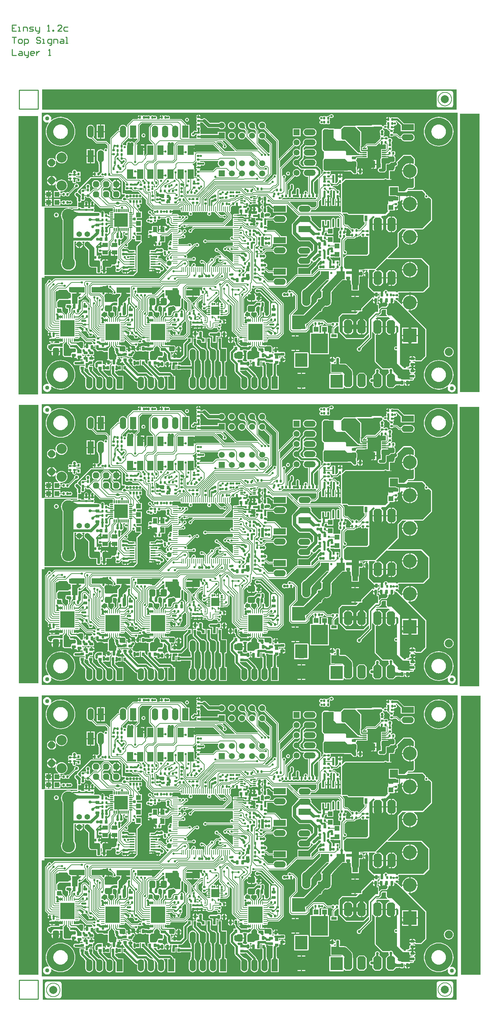
<source format=gtl>
G04*
G04 #@! TF.GenerationSoftware,Altium Limited,Altium Designer,21.0.8 (223)*
G04*
G04 Layer_Physical_Order=1*
G04 Layer_Color=255*
%FSLAX24Y24*%
%MOIN*%
G70*
G04*
G04 #@! TF.SameCoordinates,0398FE80-09BB-4AEC-B5AE-9C75AE321684*
G04*
G04*
G04 #@! TF.FilePolarity,Positive*
G04*
G01*
G75*
%ADD10C,0.0070*%
G04:AMPARAMS|DCode=11|XSize=78.7mil|YSize=78.7mil|CornerRadius=39.4mil|HoleSize=0mil|Usage=FLASHONLY|Rotation=90.000|XOffset=0mil|YOffset=0mil|HoleType=Round|Shape=RoundedRectangle|*
%AMROUNDEDRECTD11*
21,1,0.0787,0.0000,0,0,90.0*
21,1,0.0000,0.0787,0,0,90.0*
1,1,0.0787,0.0000,0.0000*
1,1,0.0787,0.0000,0.0000*
1,1,0.0787,0.0000,0.0000*
1,1,0.0787,0.0000,0.0000*
%
%ADD11ROUNDEDRECTD11*%
%ADD12C,0.0100*%
%ADD13C,0.0650*%
%ADD14C,0.0080*%
%ADD15R,0.0217X0.0197*%
G04:AMPARAMS|DCode=16|XSize=29.1mil|YSize=39.4mil|CornerRadius=5.8mil|HoleSize=0mil|Usage=FLASHONLY|Rotation=0.000|XOffset=0mil|YOffset=0mil|HoleType=Round|Shape=RoundedRectangle|*
%AMROUNDEDRECTD16*
21,1,0.0291,0.0277,0,0,0.0*
21,1,0.0175,0.0394,0,0,0.0*
1,1,0.0117,0.0087,-0.0139*
1,1,0.0117,-0.0087,-0.0139*
1,1,0.0117,-0.0087,0.0139*
1,1,0.0117,0.0087,0.0139*
%
%ADD16ROUNDEDRECTD16*%
%ADD17R,0.0264X0.0346*%
G04:AMPARAMS|DCode=18|XSize=22mil|YSize=24mil|CornerRadius=4.4mil|HoleSize=0mil|Usage=FLASHONLY|Rotation=180.000|XOffset=0mil|YOffset=0mil|HoleType=Round|Shape=RoundedRectangle|*
%AMROUNDEDRECTD18*
21,1,0.0220,0.0152,0,0,180.0*
21,1,0.0132,0.0240,0,0,180.0*
1,1,0.0088,-0.0066,0.0076*
1,1,0.0088,0.0066,0.0076*
1,1,0.0088,0.0066,-0.0076*
1,1,0.0088,-0.0066,-0.0076*
%
%ADD18ROUNDEDRECTD18*%
G04:AMPARAMS|DCode=19|XSize=22mil|YSize=24mil|CornerRadius=4.4mil|HoleSize=0mil|Usage=FLASHONLY|Rotation=270.000|XOffset=0mil|YOffset=0mil|HoleType=Round|Shape=RoundedRectangle|*
%AMROUNDEDRECTD19*
21,1,0.0220,0.0152,0,0,270.0*
21,1,0.0132,0.0240,0,0,270.0*
1,1,0.0088,-0.0076,-0.0066*
1,1,0.0088,-0.0076,0.0066*
1,1,0.0088,0.0076,0.0066*
1,1,0.0088,0.0076,-0.0066*
%
%ADD19ROUNDEDRECTD19*%
%ADD20R,0.0280X0.0560*%
%ADD21R,0.1970X0.1700*%
%ADD22R,0.0560X0.0280*%
%ADD23R,0.1700X0.1970*%
G04:AMPARAMS|DCode=24|XSize=22mil|YSize=24mil|CornerRadius=4.4mil|HoleSize=0mil|Usage=FLASHONLY|Rotation=225.000|XOffset=0mil|YOffset=0mil|HoleType=Round|Shape=RoundedRectangle|*
%AMROUNDEDRECTD24*
21,1,0.0220,0.0152,0,0,225.0*
21,1,0.0132,0.0240,0,0,225.0*
1,1,0.0088,-0.0100,0.0007*
1,1,0.0088,-0.0007,0.0100*
1,1,0.0088,0.0100,-0.0007*
1,1,0.0088,0.0007,-0.0100*
%
%ADD24ROUNDEDRECTD24*%
%ADD25R,0.0591X0.0917*%
%ADD26R,0.0315X0.0117*%
%ADD27R,0.2008X0.0782*%
%ADD28R,0.0790X0.0790*%
G04:AMPARAMS|DCode=29|XSize=52mil|YSize=60mil|CornerRadius=13mil|HoleSize=0mil|Usage=FLASHONLY|Rotation=270.000|XOffset=0mil|YOffset=0mil|HoleType=Round|Shape=RoundedRectangle|*
%AMROUNDEDRECTD29*
21,1,0.0520,0.0340,0,0,270.0*
21,1,0.0260,0.0600,0,0,270.0*
1,1,0.0260,-0.0170,-0.0130*
1,1,0.0260,-0.0170,0.0130*
1,1,0.0260,0.0170,0.0130*
1,1,0.0260,0.0170,-0.0130*
%
%ADD29ROUNDEDRECTD29*%
%ADD30R,0.0433X0.0669*%
%ADD31R,0.0543X0.0709*%
%ADD32R,0.0200X0.0280*%
%ADD33R,0.0500X0.0150*%
G04:AMPARAMS|DCode=34|XSize=40mil|YSize=40mil|CornerRadius=20mil|HoleSize=0mil|Usage=FLASHONLY|Rotation=0.000|XOffset=0mil|YOffset=0mil|HoleType=Round|Shape=RoundedRectangle|*
%AMROUNDEDRECTD34*
21,1,0.0400,0.0000,0,0,0.0*
21,1,0.0000,0.0400,0,0,0.0*
1,1,0.0400,0.0000,0.0000*
1,1,0.0400,0.0000,0.0000*
1,1,0.0400,0.0000,0.0000*
1,1,0.0400,0.0000,0.0000*
%
%ADD34ROUNDEDRECTD34*%
%ADD35R,0.1260X0.0630*%
G04:AMPARAMS|DCode=36|XSize=52mil|YSize=60mil|CornerRadius=13mil|HoleSize=0mil|Usage=FLASHONLY|Rotation=180.000|XOffset=0mil|YOffset=0mil|HoleType=Round|Shape=RoundedRectangle|*
%AMROUNDEDRECTD36*
21,1,0.0520,0.0340,0,0,180.0*
21,1,0.0260,0.0600,0,0,180.0*
1,1,0.0260,-0.0130,0.0170*
1,1,0.0260,0.0130,0.0170*
1,1,0.0260,0.0130,-0.0170*
1,1,0.0260,-0.0130,-0.0170*
%
%ADD36ROUNDEDRECTD36*%
%ADD37R,0.0520X0.0420*%
%ADD38R,0.0200X0.0260*%
G04:AMPARAMS|DCode=39|XSize=29.1mil|YSize=39.4mil|CornerRadius=5.8mil|HoleSize=0mil|Usage=FLASHONLY|Rotation=90.000|XOffset=0mil|YOffset=0mil|HoleType=Round|Shape=RoundedRectangle|*
%AMROUNDEDRECTD39*
21,1,0.0291,0.0277,0,0,90.0*
21,1,0.0175,0.0394,0,0,90.0*
1,1,0.0117,0.0139,0.0087*
1,1,0.0117,0.0139,-0.0087*
1,1,0.0117,-0.0139,-0.0087*
1,1,0.0117,-0.0139,0.0087*
%
%ADD39ROUNDEDRECTD39*%
%ADD40O,0.0098X0.0512*%
%ADD41O,0.0512X0.0098*%
%ADD42R,0.0240X0.0240*%
%ADD43R,0.0354X0.1299*%
%ADD44C,0.0600*%
G04:AMPARAMS|DCode=45|XSize=63mil|YSize=71mil|CornerRadius=15.8mil|HoleSize=0mil|Usage=FLASHONLY|Rotation=90.000|XOffset=0mil|YOffset=0mil|HoleType=Round|Shape=RoundedRectangle|*
%AMROUNDEDRECTD45*
21,1,0.0630,0.0395,0,0,90.0*
21,1,0.0315,0.0710,0,0,90.0*
1,1,0.0315,0.0198,0.0158*
1,1,0.0315,0.0198,-0.0158*
1,1,0.0315,-0.0198,-0.0158*
1,1,0.0315,-0.0198,0.0158*
%
%ADD45ROUNDEDRECTD45*%
%ADD46R,0.1339X0.0551*%
%ADD47R,0.0240X0.0600*%
%ADD48R,0.0480X0.0480*%
G04:AMPARAMS|DCode=49|XSize=50mil|YSize=50mil|CornerRadius=25mil|HoleSize=0mil|Usage=FLASHONLY|Rotation=270.000|XOffset=0mil|YOffset=0mil|HoleType=Round|Shape=RoundedRectangle|*
%AMROUNDEDRECTD49*
21,1,0.0500,0.0000,0,0,270.0*
21,1,0.0000,0.0500,0,0,270.0*
1,1,0.0500,0.0000,0.0000*
1,1,0.0500,0.0000,0.0000*
1,1,0.0500,0.0000,0.0000*
1,1,0.0500,0.0000,0.0000*
%
%ADD49ROUNDEDRECTD49*%
%ADD50R,0.1417X0.1614*%
%ADD51O,0.0098X0.0335*%
%ADD52O,0.0335X0.0098*%
G04:AMPARAMS|DCode=53|XSize=11mil|YSize=31.5mil|CornerRadius=4.4mil|HoleSize=0mil|Usage=FLASHONLY|Rotation=180.000|XOffset=0mil|YOffset=0mil|HoleType=Round|Shape=RoundedRectangle|*
%AMROUNDEDRECTD53*
21,1,0.0110,0.0227,0,0,180.0*
21,1,0.0022,0.0315,0,0,180.0*
1,1,0.0088,-0.0011,0.0113*
1,1,0.0088,0.0011,0.0113*
1,1,0.0088,0.0011,-0.0113*
1,1,0.0088,-0.0011,-0.0113*
%
%ADD53ROUNDEDRECTD53*%
G04:AMPARAMS|DCode=54|XSize=11mil|YSize=31.5mil|CornerRadius=4.4mil|HoleSize=0mil|Usage=FLASHONLY|Rotation=270.000|XOffset=0mil|YOffset=0mil|HoleType=Round|Shape=RoundedRectangle|*
%AMROUNDEDRECTD54*
21,1,0.0110,0.0227,0,0,270.0*
21,1,0.0022,0.0315,0,0,270.0*
1,1,0.0088,-0.0113,-0.0011*
1,1,0.0088,-0.0113,0.0011*
1,1,0.0088,0.0113,0.0011*
1,1,0.0088,0.0113,-0.0011*
%
%ADD54ROUNDEDRECTD54*%
%ADD55R,0.1370X0.1370*%
%ADD56R,0.0236X0.0315*%
G04:AMPARAMS|DCode=57|XSize=105mil|YSize=105mil|CornerRadius=26.3mil|HoleSize=0mil|Usage=FLASHONLY|Rotation=180.000|XOffset=0mil|YOffset=0mil|HoleType=Round|Shape=RoundedRectangle|*
%AMROUNDEDRECTD57*
21,1,0.1050,0.0525,0,0,180.0*
21,1,0.0525,0.1050,0,0,180.0*
1,1,0.0525,-0.0263,0.0263*
1,1,0.0525,0.0263,0.0263*
1,1,0.0525,0.0263,-0.0263*
1,1,0.0525,-0.0263,-0.0263*
%
%ADD57ROUNDEDRECTD57*%
%ADD58R,0.0402X0.0117*%
%ADD59R,0.0315X0.0217*%
%ADD60R,0.0217X0.0098*%
%ADD61R,0.0079X0.0630*%
%ADD62R,0.0177X0.0118*%
%ADD63R,0.0807X0.0807*%
%ADD64O,0.0110X0.0315*%
%ADD65O,0.0315X0.0110*%
%ADD66P,0.0213X4X180.0*%
%ADD67R,0.0102X0.0102*%
%ADD68R,0.0118X0.0177*%
%ADD69R,0.0346X0.0264*%
%ADD70R,0.0551X0.1339*%
G04:AMPARAMS|DCode=71|XSize=63mil|YSize=71mil|CornerRadius=15.8mil|HoleSize=0mil|Usage=FLASHONLY|Rotation=180.000|XOffset=0mil|YOffset=0mil|HoleType=Round|Shape=RoundedRectangle|*
%AMROUNDEDRECTD71*
21,1,0.0630,0.0395,0,0,180.0*
21,1,0.0315,0.0710,0,0,180.0*
1,1,0.0315,-0.0158,0.0198*
1,1,0.0315,0.0158,0.0198*
1,1,0.0315,0.0158,-0.0198*
1,1,0.0315,-0.0158,-0.0198*
%
%ADD71ROUNDEDRECTD71*%
%ADD72R,0.0480X0.0480*%
%ADD73R,0.0315X0.0236*%
%ADD74R,0.0790X0.0790*%
%ADD75R,0.0420X0.0520*%
%ADD76R,0.0709X0.0543*%
%ADD77C,0.0060*%
%ADD78C,0.0079*%
%ADD79C,0.0120*%
%ADD80C,0.0160*%
%ADD81C,0.0200*%
%ADD82C,0.0157*%
%ADD83C,0.0110*%
%ADD84C,0.0240*%
%ADD85C,0.0095*%
%ADD86C,0.0197*%
%ADD87C,0.0177*%
%ADD88C,0.0350*%
%ADD89C,0.0250*%
%ADD90C,0.0180*%
%ADD91C,0.0220*%
%ADD92C,0.0115*%
%ADD93C,0.0340*%
%ADD94C,0.0300*%
%ADD95C,0.0750*%
%ADD96C,0.0150*%
%ADD97C,0.0360*%
%ADD98C,0.0270*%
%ADD99C,0.0450*%
%ADD100C,0.1000*%
%ADD101C,0.0280*%
%ADD102C,0.0500*%
%ADD103C,0.0320*%
%ADD104C,0.0700*%
%ADD105C,0.0400*%
%ADD106C,0.0090*%
%ADD107C,0.0230*%
%ADD108C,0.0140*%
%ADD109R,0.1320X0.1255*%
%ADD110R,0.1380X0.1160*%
%ADD111R,0.1230X0.1310*%
%ADD112R,0.1220X0.1330*%
%ADD113R,0.1230X0.1350*%
%ADD114R,0.1220X0.1340*%
%ADD115R,0.1280X0.1320*%
%ADD116R,0.1860X0.0783*%
%ADD117R,0.0591X0.0591*%
%ADD118C,0.0591*%
%ADD119O,0.0825X0.1650*%
%ADD120O,0.1181X0.0591*%
%ADD121R,0.0591X0.0591*%
G04:AMPARAMS|DCode=122|XSize=133mil|YSize=83mil|CornerRadius=0mil|HoleSize=0mil|Usage=FLASHONLY|Rotation=270.000|XOffset=0mil|YOffset=0mil|HoleType=Round|Shape=Octagon|*
%AMOCTAGOND122*
4,1,8,-0.0208,-0.0665,0.0208,-0.0665,0.0415,-0.0458,0.0415,0.0458,0.0208,0.0665,-0.0208,0.0665,-0.0415,0.0458,-0.0415,-0.0458,-0.0208,-0.0665,0.0*
%
%ADD122OCTAGOND122*%

%ADD123P,0.0671X8X22.5*%
%ADD124C,0.0540*%
%ADD125C,0.1305*%
%ADD126P,0.0758X8X292.5*%
%ADD127C,0.1000*%
%ADD128R,0.1200X0.0600*%
%ADD129O,0.1200X0.0600*%
%ADD130R,0.0600X0.1200*%
%ADD131O,0.0600X0.1200*%
%ADD132O,0.1360X0.1360*%
%ADD133R,0.1360X0.1360*%
%ADD134C,0.0800*%
%ADD135C,0.0220*%
%ADD136C,0.0300*%
%ADD137C,0.0290*%
%ADD138C,0.0320*%
G36*
X41251Y57372D02*
X267D01*
Y59370D01*
X41251D01*
Y57372D01*
D02*
G37*
G36*
X14459Y55844D02*
X14460Y55834D01*
X14462Y55824D01*
X14464Y55816D01*
X14466Y55810D01*
X14470Y55804D01*
X14474Y55800D01*
X14478Y55797D01*
X14483Y55795D01*
X14489Y55794D01*
X14369D01*
X14375Y55795D01*
X14380Y55797D01*
X14384Y55800D01*
X14388Y55804D01*
X14391Y55810D01*
X14394Y55816D01*
X14396Y55824D01*
X14398Y55834D01*
X14399Y55844D01*
X14399Y55856D01*
X14459D01*
X14459Y55844D01*
D02*
G37*
G36*
X13215Y55769D02*
X13224Y55762D01*
X13232Y55756D01*
X13240Y55752D01*
X13247Y55748D01*
X13253Y55746D01*
X13259Y55746D01*
X13265Y55746D01*
X13270Y55748D01*
X13275Y55752D01*
X13187Y55671D01*
X13190Y55675D01*
X13193Y55680D01*
X13194Y55685D01*
X13193Y55691D01*
X13192Y55697D01*
X13188Y55704D01*
X13184Y55712D01*
X13178Y55720D01*
X13171Y55728D01*
X13162Y55737D01*
X13206Y55778D01*
X13215Y55769D01*
D02*
G37*
G36*
X21302Y55760D02*
X21310Y55639D01*
X21316Y55606D01*
X21322Y55577D01*
X21330Y55552D01*
X21339Y55530D01*
X21349Y55512D01*
X21361Y55498D01*
X21319Y55456D01*
X21304Y55468D01*
X21287Y55478D01*
X21265Y55487D01*
X21240Y55495D01*
X21211Y55501D01*
X21178Y55507D01*
X21101Y55513D01*
X21057Y55515D01*
X21010Y55515D01*
X21302Y55807D01*
X21302Y55760D01*
D02*
G37*
G36*
X20302D02*
X20310Y55639D01*
X20316Y55606D01*
X20322Y55577D01*
X20330Y55552D01*
X20339Y55530D01*
X20349Y55512D01*
X20361Y55498D01*
X20319Y55456D01*
X20304Y55468D01*
X20287Y55478D01*
X20265Y55487D01*
X20240Y55495D01*
X20211Y55501D01*
X20178Y55507D01*
X20101Y55513D01*
X20057Y55515D01*
X20010Y55515D01*
X20302Y55807D01*
X20302Y55760D01*
D02*
G37*
G36*
X41349Y29312D02*
X209D01*
Y40765D01*
X493D01*
Y40951D01*
X9282D01*
X9321Y40958D01*
X9354Y40981D01*
X9670Y41296D01*
X9692Y41329D01*
X9700Y41368D01*
Y43865D01*
X10087Y44253D01*
X10109Y44286D01*
X10117Y44325D01*
X10109Y44364D01*
X10105Y44375D01*
Y45015D01*
X9623D01*
X9616Y45022D01*
X9614Y45028D01*
X9613Y45039D01*
X9609Y45046D01*
X9606Y45054D01*
X9598Y45063D01*
X9595Y45069D01*
X9596Y45074D01*
X9597Y45093D01*
X9599Y45111D01*
X9598Y45113D01*
X9598Y45114D01*
X9592Y45131D01*
X9586Y45149D01*
X9585Y45150D01*
X9585Y45151D01*
X9580Y45157D01*
X9580Y45158D01*
X9621Y45208D01*
X10105D01*
Y45825D01*
X10114D01*
Y46465D01*
X9650D01*
X9613Y46515D01*
X9625Y46575D01*
X9616Y46620D01*
X9648Y46658D01*
X10114D01*
Y47298D01*
X9946D01*
X9907Y47323D01*
X9898Y47366D01*
X9874Y47402D01*
X9714Y47562D01*
X9738Y47608D01*
X9744Y47607D01*
X9834Y47625D01*
X9910Y47676D01*
X9961Y47752D01*
X9978Y47842D01*
X9961Y47931D01*
X9910Y48008D01*
X9872Y48033D01*
X9887Y48083D01*
X10122D01*
Y48503D01*
X8938D01*
X8869Y48573D01*
X8888Y48619D01*
X10122D01*
Y48836D01*
X10168Y48855D01*
X10537Y48486D01*
Y48103D01*
X10537Y48103D01*
X10546Y48060D01*
X10570Y48024D01*
X11102Y47491D01*
X11103Y47491D01*
X11139Y47467D01*
X11182Y47458D01*
X11263D01*
X11284Y47408D01*
X11253Y47361D01*
X11238Y47287D01*
X11253Y47213D01*
X11295Y47150D01*
X11358Y47108D01*
X11426Y47094D01*
X11422Y47044D01*
X11266D01*
X11171Y47140D01*
X11168Y47157D01*
X11167Y47159D01*
X11166Y47161D01*
X11157Y47176D01*
X11148Y47191D01*
X11145Y47194D01*
X11145Y47194D01*
X11144Y47196D01*
X11143Y47198D01*
X11143Y47202D01*
X11142Y47207D01*
X11141Y47213D01*
X11141Y47223D01*
X11137Y47242D01*
X11134Y47261D01*
X11133Y47261D01*
X11133Y47262D01*
X11122Y47278D01*
X11111Y47294D01*
X11111Y47294D01*
X11110Y47295D01*
X11109Y47296D01*
X11108Y47297D01*
X11066Y47360D01*
X11004Y47402D01*
X10929Y47416D01*
X10855Y47402D01*
X10792Y47360D01*
X10750Y47297D01*
X10736Y47223D01*
X10750Y47148D01*
X10792Y47086D01*
X10855Y47044D01*
X10856Y47043D01*
X10857Y47042D01*
X10858Y47041D01*
X10858Y47041D01*
X10874Y47030D01*
X10890Y47019D01*
X10891Y47019D01*
X10891Y47018D01*
X10910Y47015D01*
X10929Y47011D01*
X10939Y47010D01*
X10945Y47010D01*
X10950Y47009D01*
X10954Y47009D01*
X10956Y47008D01*
X10958Y47007D01*
X10958Y47007D01*
X10961Y47004D01*
X10976Y46995D01*
X10991Y46986D01*
X10993Y46985D01*
X10995Y46984D01*
X11012Y46981D01*
X11048Y46945D01*
X11029Y46899D01*
X10954D01*
X10906Y46889D01*
X10865Y46862D01*
X10837Y46821D01*
X10828Y46772D01*
Y46640D01*
X10785Y46599D01*
X10747Y46607D01*
X10673Y46592D01*
X10610Y46550D01*
X10568Y46487D01*
X10553Y46413D01*
X10568Y46339D01*
X10610Y46276D01*
X10673Y46234D01*
X10747Y46219D01*
X10821Y46234D01*
X10853Y46195D01*
X10865Y46177D01*
X10906Y46150D01*
X10954Y46140D01*
X11106D01*
X11155Y46150D01*
X11196Y46177D01*
X11223Y46218D01*
X11233Y46266D01*
Y46274D01*
X11283Y46289D01*
X11292Y46274D01*
X11355Y46232D01*
X11429Y46218D01*
X11503Y46232D01*
X11566Y46274D01*
X11608Y46337D01*
X11623Y46411D01*
X11608Y46485D01*
X11606Y46489D01*
X11613Y46503D01*
X11617Y46506D01*
X11677Y46517D01*
X11692Y46506D01*
X11741Y46496D01*
X11873D01*
X11921Y46506D01*
X11962Y46533D01*
X11990Y46574D01*
X11993Y46592D01*
X12434D01*
X12477Y46553D01*
X12473Y46529D01*
X12490Y46439D01*
X12524Y46390D01*
Y46354D01*
X12514Y46341D01*
X12505Y46292D01*
Y46160D01*
X12514Y46112D01*
X12542Y46071D01*
Y46047D01*
X12526Y46021D01*
X12495Y45974D01*
X12486Y45926D01*
X12452Y45890D01*
X12192D01*
Y45530D01*
X12142D01*
Y45480D01*
X11832D01*
Y45278D01*
X11782Y45263D01*
X11698Y45347D01*
Y45870D01*
X11118D01*
Y45489D01*
X11072Y45460D01*
X11068Y45460D01*
X11023Y45470D01*
X10871D01*
X10822Y45460D01*
X10807Y45449D01*
D01*
X10781Y45432D01*
X10754Y45391D01*
X10744Y45343D01*
Y45211D01*
X10754Y45163D01*
X10781Y45122D01*
Y45098D01*
X10766Y45072D01*
X10735Y45025D01*
X10724Y44969D01*
Y44953D01*
X10947D01*
Y44903D01*
X10997D01*
Y44690D01*
X11023D01*
X11048Y44695D01*
X11087Y44667D01*
X11408D01*
Y44567D01*
X11098D01*
Y44257D01*
X11237D01*
X11278Y44207D01*
X11276Y44198D01*
Y44172D01*
X11489D01*
Y44122D01*
X11539D01*
Y43899D01*
X11555D01*
X11611Y43910D01*
X11658Y43942D01*
X11684Y43957D01*
X11708D01*
X11749Y43929D01*
X11797Y43920D01*
X11929D01*
X11977Y43929D01*
X12018Y43957D01*
X12046Y43998D01*
X12055Y44046D01*
Y44198D01*
X12050Y44227D01*
X12081Y44277D01*
X12432D01*
Y44888D01*
X12682D01*
X12682Y44888D01*
X12725Y44896D01*
X12762Y44921D01*
X13041Y45201D01*
X13088Y45176D01*
X13084Y45161D01*
X13095Y45110D01*
X13100Y45102D01*
X13120Y45062D01*
X13100Y45023D01*
X13095Y45014D01*
X13084Y44964D01*
X13095Y44913D01*
X13100Y44905D01*
X13120Y44865D01*
X13100Y44826D01*
X13095Y44817D01*
X13084Y44767D01*
X13095Y44717D01*
X13100Y44708D01*
X13120Y44669D01*
X13100Y44629D01*
X13095Y44620D01*
X13084Y44570D01*
X13095Y44520D01*
X13100Y44511D01*
X13105Y44502D01*
X13080Y44445D01*
X13054Y44437D01*
X13045Y44442D01*
X12971Y44457D01*
X12897Y44442D01*
X12834Y44400D01*
X12792Y44338D01*
X12777Y44263D01*
X12780Y44249D01*
X12762Y44245D01*
X12721Y44218D01*
X12694Y44177D01*
X12684Y44129D01*
Y43997D01*
X12694Y43948D01*
X12721Y43907D01*
X12727Y43903D01*
Y43843D01*
X12721Y43839D01*
X12694Y43798D01*
X12684Y43750D01*
Y43618D01*
X12694Y43569D01*
X12721Y43528D01*
X12722Y43528D01*
X12719Y43498D01*
X12709Y43476D01*
X12669Y43468D01*
X12628Y43441D01*
X12624Y43435D01*
X12564D01*
X12560Y43441D01*
X12519Y43468D01*
X12470Y43478D01*
X12340D01*
X12336Y43478D01*
X12285Y43518D01*
X12274Y43575D01*
X12223Y43651D01*
X12147Y43702D01*
X12057Y43720D01*
X11967Y43702D01*
X11907Y43662D01*
X11894D01*
X11849Y43671D01*
X11722D01*
X11680Y43699D01*
X11619Y43711D01*
X11559Y43699D01*
X11507Y43665D01*
X11343Y43500D01*
X10888D01*
Y43270D01*
X10868D01*
Y43145D01*
X11218D01*
Y43045D01*
X10868D01*
Y42920D01*
X10888D01*
Y42495D01*
X10888D01*
Y42185D01*
X10888D01*
Y41765D01*
X10868D01*
Y41640D01*
X11218D01*
Y41590D01*
X11268D01*
Y41415D01*
X11560D01*
Y41361D01*
X11571Y41304D01*
X11603Y41257D01*
X11650Y41225D01*
X11707Y41214D01*
X11733D01*
Y41427D01*
X11833D01*
Y41214D01*
X11859D01*
X11915Y41225D01*
X11962Y41257D01*
X11994Y41304D01*
X12005Y41361D01*
Y41387D01*
X12055Y41428D01*
X12101Y41419D01*
X12191Y41437D01*
X12267Y41487D01*
X12318Y41563D01*
X12336Y41653D01*
X12318Y41743D01*
X12267Y41819D01*
X12191Y41870D01*
X12143Y41879D01*
X12092Y41930D01*
X12033Y41970D01*
X12021Y41972D01*
X12000Y42027D01*
X12026Y42066D01*
X12036Y42119D01*
X12088Y42138D01*
D01*
X12467Y41759D01*
X12466Y41756D01*
X12481Y41681D01*
X12523Y41619D01*
X12586Y41577D01*
X12610Y41572D01*
X12626Y41518D01*
X12432Y41323D01*
X11801Y40692D01*
X1515D01*
X1515Y40692D01*
X1472Y40684D01*
X1435Y40659D01*
X1207Y40431D01*
X1159Y40446D01*
X1156Y40464D01*
X1114Y40527D01*
X1051Y40569D01*
X977Y40584D01*
X903Y40569D01*
X840Y40527D01*
X798Y40464D01*
X798Y40463D01*
X796Y40462D01*
X795Y40462D01*
X795Y40461D01*
X784Y40445D01*
X773Y40430D01*
X773Y40429D01*
X773Y40428D01*
X769Y40409D01*
X765Y40391D01*
X765Y40381D01*
X764Y40375D01*
X764Y40370D01*
X763Y40366D01*
X762Y40363D01*
X762Y40362D01*
X761Y40361D01*
X759Y40358D01*
X750Y40343D01*
X740Y40329D01*
X739Y40326D01*
X738Y40324D01*
X736Y40308D01*
X588Y40159D01*
X563Y40123D01*
X555Y40080D01*
X555Y40080D01*
Y35810D01*
X555Y35810D01*
X563Y35767D01*
X588Y35731D01*
X856Y35463D01*
X852Y35422D01*
X820Y35375D01*
X809Y35318D01*
Y35292D01*
X1022D01*
Y35242D01*
X1072D01*
Y35020D01*
X1088D01*
X1137Y35029D01*
X1152Y35024D01*
X1159Y35019D01*
X1187Y34999D01*
X1199Y34937D01*
X1226Y34897D01*
X1199Y34847D01*
X1112D01*
X1051Y34835D01*
X998Y34800D01*
X963Y34747D01*
X951Y34686D01*
Y34648D01*
X1251D01*
X1551D01*
Y34686D01*
X1539Y34747D01*
X1519Y34777D01*
X1527Y34810D01*
X1559Y34816D01*
X1575Y34792D01*
X1618Y34763D01*
X1668Y34753D01*
X1854D01*
X1902Y34737D01*
X1902Y34706D01*
Y34669D01*
X2054D01*
Y34569D01*
X1902D01*
Y34501D01*
X1914Y34443D01*
X1947Y34393D01*
X1952Y34330D01*
X1917Y34294D01*
X1347D01*
X1335Y34292D01*
X1335Y34292D01*
X1332Y34291D01*
X1112D01*
X1058Y34280D01*
X1013Y34250D01*
X988Y34214D01*
X971Y34217D01*
X893Y34201D01*
X827Y34157D01*
X783Y34091D01*
X767Y34013D01*
Y33856D01*
X783Y33777D01*
X827Y33711D01*
X943Y33596D01*
X1009Y33552D01*
X1087Y33536D01*
X1140Y33547D01*
X1164Y33530D01*
X1607D01*
X2024D01*
Y33678D01*
X2015Y33745D01*
X2009Y33759D01*
X1998Y33787D01*
D01*
X2031Y33831D01*
X2047Y33828D01*
X2275D01*
Y33150D01*
X2283Y33111D01*
X2305Y33078D01*
X2415Y32968D01*
X2448Y32946D01*
X2487Y32938D01*
X3027D01*
X3058Y32944D01*
X3109Y32943D01*
X3144Y32891D01*
X3197Y32856D01*
X3258Y32844D01*
X3347D01*
Y33092D01*
X3447D01*
Y32844D01*
X3535D01*
X3597Y32856D01*
X3617Y32869D01*
X3628Y32868D01*
X3671Y32845D01*
X3679Y32803D01*
X3714Y32751D01*
X3767Y32716D01*
X3828Y32704D01*
X3917D01*
Y32952D01*
X4017D01*
Y32704D01*
X4105D01*
X4167Y32716D01*
X4167D01*
X4192Y32732D01*
X4204Y32731D01*
X4246Y32708D01*
X4254Y32666D01*
X4274Y32636D01*
X4247Y32586D01*
X3956D01*
Y32547D01*
X3552D01*
X3474Y32531D01*
X3407Y32487D01*
X3363Y32421D01*
X3348Y32343D01*
X3363Y32265D01*
X3407Y32198D01*
X3474Y32154D01*
X3552Y32139D01*
X4178D01*
X4256Y32154D01*
X4268Y32163D01*
X4463D01*
X4476Y32118D01*
Y32107D01*
X4463Y32063D01*
X4426Y32063D01*
X3956D01*
Y31639D01*
X4005D01*
Y31503D01*
X4021Y31425D01*
X4065Y31358D01*
X4402Y31022D01*
X4403Y31018D01*
X4405Y31005D01*
X4409Y30999D01*
X4411Y30993D01*
X4419Y30983D01*
X4427Y30971D01*
X4467Y30929D01*
X4499Y30893D01*
X4523Y30861D01*
X4540Y30836D01*
X4545Y30826D01*
X4539Y30821D01*
X4536Y30815D01*
X4531Y30810D01*
X4526Y30798D01*
X4520Y30786D01*
X4519Y30779D01*
X4517Y30773D01*
X4517Y30760D01*
X4516Y30746D01*
X4518Y30740D01*
X4518Y30733D01*
X4524Y30721D01*
X4527Y30708D01*
X4528Y30707D01*
X4526Y30693D01*
Y30093D01*
X4539Y29993D01*
X4577Y29901D01*
X4638Y29822D01*
X4718Y29761D01*
X4810Y29722D01*
X4909Y29709D01*
X5009Y29722D01*
X5101Y29761D01*
X5180Y29822D01*
X5241Y29901D01*
X5280Y29993D01*
X5293Y30093D01*
Y30693D01*
X5280Y30792D01*
X5241Y30884D01*
X5180Y30964D01*
X5116Y31013D01*
X5116Y31016D01*
X5115Y31016D01*
X5114Y31017D01*
X5103Y31032D01*
X5091Y31047D01*
X5090Y31048D01*
X5089Y31048D01*
X5073Y31057D01*
X5057Y31067D01*
X5027Y31077D01*
X5001Y31087D01*
X4974Y31099D01*
X4949Y31112D01*
X4895Y31147D01*
X4871Y31164D01*
X4818Y31209D01*
X4792Y31234D01*
X4788Y31237D01*
X4785Y31240D01*
X4771Y31247D01*
X4758Y31256D01*
X4754Y31256D01*
X4750Y31258D01*
X4741Y31259D01*
X4413Y31587D01*
Y31639D01*
X4463D01*
Y31860D01*
X4513Y31875D01*
X4532Y31846D01*
X4595Y31804D01*
X4669Y31789D01*
X4736Y31802D01*
X4783Y31783D01*
X4786Y31781D01*
Y31639D01*
X4846D01*
Y31563D01*
X4860Y31488D01*
X4902Y31426D01*
X5381Y30947D01*
X5384Y30930D01*
X5384Y30930D01*
X5385Y30929D01*
X5395Y30913D01*
X5405Y30897D01*
X5443Y30858D01*
X5472Y30824D01*
X5496Y30794D01*
X5513Y30769D01*
X5523Y30749D01*
X5527Y30739D01*
X5523Y30732D01*
X5516Y30721D01*
X5515Y30714D01*
X5512Y30707D01*
X5511Y30695D01*
X5508Y30682D01*
X5510Y30675D01*
X5509Y30668D01*
X5514Y30656D01*
X5516Y30643D01*
X5520Y30637D01*
X5522Y30630D01*
X5526Y30626D01*
Y30093D01*
X5539Y29993D01*
X5577Y29901D01*
X5638Y29822D01*
X5718Y29761D01*
X5810Y29722D01*
X5909Y29709D01*
X6009Y29722D01*
X6101Y29761D01*
X6180Y29822D01*
X6241Y29901D01*
X6280Y29993D01*
X6293Y30093D01*
Y30693D01*
X6280Y30792D01*
X6241Y30884D01*
X6180Y30964D01*
X6101Y31025D01*
X6009Y31063D01*
X5989Y31065D01*
X5983Y31069D01*
X5974Y31078D01*
X5967Y31080D01*
X5961Y31085D01*
X5948Y31087D01*
X5936Y31091D01*
X5929Y31091D01*
X5922Y31092D01*
X5909Y31090D01*
X5896Y31089D01*
X5890Y31086D01*
X5883Y31085D01*
X5872Y31078D01*
X5864Y31074D01*
X5853Y31078D01*
X5833Y31089D01*
X5809Y31105D01*
X5743Y31160D01*
X5705Y31197D01*
X5689Y31207D01*
X5673Y31217D01*
X5672Y31218D01*
X5672Y31218D01*
X5655Y31221D01*
X5276Y31600D01*
X5293Y31639D01*
X5293D01*
Y32063D01*
X4962D01*
X4949Y32084D01*
X4943Y32113D01*
X4993Y32163D01*
X5293D01*
Y32570D01*
X5322Y32576D01*
X5375Y32611D01*
X5410Y32663D01*
X5422Y32725D01*
Y32762D01*
X5122D01*
Y32812D01*
X5072D01*
Y33061D01*
X4983D01*
X4922Y33049D01*
X4869Y33014D01*
X4863Y33004D01*
X4803D01*
X4795Y33016D01*
X4742Y33051D01*
X4680Y33063D01*
X4592D01*
Y32815D01*
X4492D01*
Y33063D01*
X4403D01*
X4342Y33051D01*
X4317Y33035D01*
X4304Y33036D01*
X4263Y33059D01*
X4255Y33102D01*
X4231Y33137D01*
X4246Y33192D01*
X4274Y33200D01*
X4283Y33194D01*
X4304Y33163D01*
X4349Y33132D01*
X4403Y33122D01*
X4680D01*
X4734Y33132D01*
X4780Y33163D01*
X4804Y33198D01*
X4828Y33202D01*
X4841Y33202D01*
X4859Y33198D01*
X4884Y33161D01*
X4929Y33130D01*
X4983Y33119D01*
X5260D01*
X5314Y33130D01*
X5360Y33161D01*
X5391Y33206D01*
X5401Y33260D01*
Y33435D01*
X5391Y33489D01*
X5360Y33535D01*
X5324Y33559D01*
X5326Y33600D01*
X5330Y33611D01*
X5351Y33615D01*
X5403Y33650D01*
X5438Y33702D01*
X5450Y33764D01*
Y33853D01*
X5202D01*
Y33953D01*
X5450D01*
Y34041D01*
X5440Y34091D01*
X5475Y34131D01*
X5486Y34133D01*
X5515Y34101D01*
D01*
D01*
X5519Y34094D01*
X5509Y34041D01*
Y33764D01*
X5519Y33710D01*
X5550Y33664D01*
X5589Y33639D01*
X5590Y33636D01*
X5630Y33596D01*
X5630Y33596D01*
X5644Y33587D01*
X5653Y33521D01*
X5637Y33500D01*
X6243D01*
X6268Y33474D01*
X6275Y33470D01*
D01*
X6277Y33469D01*
X6284Y33462D01*
X6290Y33457D01*
X6300Y33453D01*
X6308Y33448D01*
X6318Y33446D01*
X6327Y33442D01*
X6337D01*
X6347Y33440D01*
X6397D01*
X6440Y33397D01*
X6478Y33440D01*
X6709D01*
X6744Y33390D01*
X6740Y33370D01*
Y32975D01*
X6745Y32950D01*
X6749Y32929D01*
Y32790D01*
X6755Y32760D01*
X6737Y32727D01*
X6724Y32710D01*
X6722D01*
X6660Y32698D01*
X6608Y32663D01*
X6573Y32610D01*
X6560Y32549D01*
Y32460D01*
X7058D01*
Y32541D01*
X7069Y32549D01*
X7069D01*
X7116Y32503D01*
Y32271D01*
X7127Y32218D01*
X7155Y32176D01*
X7150Y32156D01*
X7136Y32126D01*
X7059D01*
Y31619D01*
X7067D01*
Y31311D01*
X7083Y31233D01*
X7127Y31167D01*
X7342Y30951D01*
X7343Y30948D01*
X7345Y30936D01*
X7349Y30929D01*
X7352Y30922D01*
X7360Y30912D01*
X7366Y30902D01*
X7450Y30811D01*
X7480Y30775D01*
X7502Y30742D01*
X7517Y30716D01*
X7525Y30697D01*
X7527Y30689D01*
X7526Y30687D01*
X7522Y30676D01*
X7515Y30665D01*
X7514Y30658D01*
X7511Y30650D01*
X7512Y30638D01*
X7510Y30626D01*
X7512Y30618D01*
X7512Y30611D01*
X7517Y30599D01*
X7520Y30587D01*
X7525Y30581D01*
X7528Y30574D01*
X7529Y30573D01*
Y29713D01*
X8289D01*
Y31073D01*
X7987D01*
X7978Y31080D01*
X7971Y31082D01*
X7963Y31087D01*
X7952Y31088D01*
X7940Y31092D01*
X7932Y31091D01*
X7924Y31092D01*
X7913Y31089D01*
X7901Y31088D01*
X7894Y31084D01*
X7885Y31082D01*
X7876Y31075D01*
X7872Y31073D01*
X7868D01*
X7851Y31080D01*
X7825Y31095D01*
X7793Y31117D01*
X7709Y31188D01*
X7661Y31234D01*
X7657Y31237D01*
X7654Y31241D01*
X7640Y31248D01*
X7628Y31256D01*
X7623Y31257D01*
X7618Y31259D01*
X7611Y31260D01*
X7475Y31395D01*
Y31534D01*
X7519Y31558D01*
X7525Y31554D01*
X7599Y31539D01*
X7604Y31540D01*
X7609Y31539D01*
X7687Y31554D01*
X7754Y31598D01*
X7765Y31609D01*
X8119D01*
Y32116D01*
X7768D01*
X7754Y32137D01*
X7687Y32181D01*
X7609Y32197D01*
X7603Y32195D01*
X7566Y32239D01*
X7573Y32271D01*
Y32424D01*
X7623Y32439D01*
X7647Y32403D01*
X7699Y32368D01*
X7761Y32356D01*
X7849D01*
Y32605D01*
Y32854D01*
X7761D01*
X7729Y32886D01*
X7744Y32899D01*
X7770Y32912D01*
X8038D01*
X8092Y32923D01*
X8112Y32936D01*
X8131D01*
X8209Y32952D01*
X8258Y32985D01*
X8424D01*
X8463Y32993D01*
X8693D01*
X8732Y32967D01*
X8741Y32953D01*
X8787Y32923D01*
X8841Y32912D01*
X9118D01*
X9172Y32923D01*
X9218Y32953D01*
X9248Y32999D01*
X9259Y33053D01*
Y33124D01*
X9394Y33258D01*
X9438Y33325D01*
X9453Y33403D01*
X9438Y33481D01*
X9394Y33547D01*
X9327Y33591D01*
X9249Y33607D01*
X9171Y33591D01*
X9143Y33572D01*
X9093Y33599D01*
Y33630D01*
X8845D01*
X8596D01*
Y33542D01*
X8608Y33480D01*
X8617Y33466D01*
X8590Y33416D01*
X8539D01*
X8513Y33466D01*
X8527Y33488D01*
X8538Y33542D01*
Y33585D01*
X8541Y33600D01*
Y33890D01*
X8526Y33964D01*
X8484Y34027D01*
X8421Y34069D01*
X8347Y34084D01*
X8086D01*
X8054Y34122D01*
X8058Y34141D01*
Y34209D01*
X7906D01*
Y34309D01*
X8058D01*
Y34346D01*
D01*
X8058Y34377D01*
X8071Y34381D01*
X8106Y34393D01*
X8292D01*
X8342Y34403D01*
X8385Y34432D01*
X8413Y34474D01*
X8423Y34525D01*
X8417Y34560D01*
X8422Y34569D01*
X8438Y34581D01*
X8464Y34597D01*
X8482Y34594D01*
X8499Y34590D01*
X8507Y34589D01*
X8511Y34589D01*
X8514Y34588D01*
X8517Y34588D01*
X8519Y34587D01*
X8522Y34586D01*
X8524Y34584D01*
X8527Y34582D01*
X8530Y34580D01*
X8536Y34575D01*
X8538Y34573D01*
X8540Y34571D01*
X8555Y34563D01*
X8570Y34554D01*
X8573Y34553D01*
X8575Y34552D01*
X8588Y34550D01*
X9038Y34101D01*
X9038Y34101D01*
X9074Y34076D01*
X9117Y34068D01*
X9117Y34068D01*
X9318D01*
X9331Y34058D01*
X9334Y34057D01*
X9336Y34056D01*
X9353Y34052D01*
X9370Y34048D01*
X9374Y34048D01*
X9375Y34048D01*
X9376Y34047D01*
X9378Y34046D01*
X9382Y34044D01*
X9386Y34041D01*
X9390Y34037D01*
X9397Y34030D01*
X9413Y34019D01*
X9429Y34009D01*
X9430Y34009D01*
X9431Y34008D01*
X9443Y34006D01*
X9464Y33977D01*
X9471Y33964D01*
X9471Y33953D01*
X9460Y33899D01*
Y33810D01*
X9709D01*
X9958D01*
Y33899D01*
X9946Y33960D01*
X9911Y34013D01*
X9858Y34048D01*
X9797Y34060D01*
X9748D01*
X9728Y34098D01*
X9727Y34110D01*
X9741Y34180D01*
X9726Y34254D01*
X9717Y34267D01*
X9737Y34295D01*
X9751Y34306D01*
X9762Y34304D01*
X9778Y34299D01*
X9781Y34299D01*
X9784Y34298D01*
X9789Y34298D01*
X9790Y34298D01*
X9792Y34298D01*
X9804Y34294D01*
X9807Y34293D01*
X9834Y34280D01*
X9843Y34275D01*
X9862Y34269D01*
X9880Y34263D01*
X9881Y34263D01*
X9881Y34263D01*
X9901Y34265D01*
X9920Y34266D01*
X9920Y34267D01*
X9921Y34267D01*
X9927Y34270D01*
X9947Y34266D01*
X10021Y34281D01*
X10084Y34323D01*
X10145Y34325D01*
X10165Y34311D01*
X10221Y34300D01*
X10247D01*
Y34513D01*
X10347D01*
Y34300D01*
X10373D01*
X10429Y34311D01*
X10477Y34343D01*
X10508Y34391D01*
X10511Y34402D01*
X10517Y34406D01*
X10565Y34421D01*
X10592Y34403D01*
X10642Y34393D01*
X10828D01*
X10876Y34377D01*
X10876Y34346D01*
Y34309D01*
X11028D01*
Y34209D01*
X10876D01*
Y34141D01*
X10887Y34083D01*
X10916Y34040D01*
X10909Y34013D01*
X10896Y33990D01*
X10846D01*
X10836Y33988D01*
X10826D01*
X10817Y33984D01*
X10807Y33982D01*
X10799Y33976D01*
X10789Y33973D01*
X10781Y33967D01*
X10747Y33960D01*
X10712Y33967D01*
X10704Y33973D01*
X10695Y33976D01*
X10687Y33982D01*
X10677Y33984D01*
X10668Y33988D01*
X10658D01*
X10648Y33990D01*
X10437D01*
X10432Y33998D01*
X10386Y34029D01*
X10332Y34040D01*
X10157D01*
X10103Y34029D01*
X10057Y33998D01*
X10027Y33953D01*
X10016Y33899D01*
Y33621D01*
X9989Y33590D01*
X9958Y33621D01*
X9958Y33621D01*
Y33710D01*
X9709D01*
X9460D01*
Y33621D01*
X9473Y33560D01*
X9508Y33507D01*
X9560Y33472D01*
X9622Y33460D01*
X9647D01*
X9707Y33520D01*
X10060D01*
X10103Y33491D01*
X10157Y33481D01*
X10332D01*
X10386Y33491D01*
X10429Y33520D01*
X10537D01*
X10544Y33513D01*
D01*
X10569Y33488D01*
X10602Y33466D01*
X10641Y33458D01*
X10779D01*
X10791Y33444D01*
X10810Y33408D01*
X10805Y33380D01*
Y32757D01*
X10813Y32718D01*
X10835Y32685D01*
X10864Y32656D01*
X10850Y32606D01*
X10686D01*
Y32262D01*
X10639Y32243D01*
X10453Y32429D01*
Y32606D01*
X10416D01*
X10406Y32656D01*
X10417Y32660D01*
X10430Y32670D01*
X9829D01*
X9842Y32660D01*
X9852Y32656D01*
X9843Y32606D01*
X9536D01*
X9526Y32620D01*
X9481Y32650D01*
X9463Y32662D01*
X9389Y32676D01*
X9329Y32664D01*
X9289Y32687D01*
X9278Y32697D01*
X9276Y32710D01*
X9268Y32750D01*
X9267D01*
Y32754D01*
X9232Y32806D01*
X9180Y32841D01*
X9118Y32854D01*
X9029D01*
Y32605D01*
Y32356D01*
X9118D01*
X9146Y32362D01*
X9152Y32360D01*
X9196Y32323D01*
Y32223D01*
X9210Y32148D01*
X9252Y32086D01*
X9315Y32044D01*
X9389Y32029D01*
X9463Y32044D01*
X9526Y32086D01*
X9536Y32099D01*
X9929D01*
Y32581D01*
X9971Y32625D01*
X9972Y32625D01*
X9987D01*
X10029Y32606D01*
Y32099D01*
X10206D01*
X11210Y31095D01*
X11189Y31046D01*
X11161Y31052D01*
X11160Y31054D01*
X11150Y31062D01*
X11141Y31071D01*
X11134Y31074D01*
X11128Y31078D01*
X11116Y31081D01*
X11104Y31086D01*
X11097Y31086D01*
X11089Y31088D01*
X11077Y31086D01*
X11064Y31086D01*
X11057Y31083D01*
X11050Y31082D01*
X11039Y31076D01*
X11037Y31075D01*
X11027Y31076D01*
X11012Y31074D01*
X11002Y31078D01*
X10978Y31091D01*
X10948Y31111D01*
X10872Y31176D01*
X10828Y31218D01*
X10814Y31227D01*
X10800Y31237D01*
X10797Y31238D01*
X10795Y31239D01*
X10778Y31242D01*
X10664Y31357D01*
X10597Y31401D01*
X10519Y31417D01*
X9774D01*
X8884Y32306D01*
X8905Y32356D01*
X8929D01*
Y32605D01*
Y32854D01*
X8841D01*
X8779Y32841D01*
X8743Y32817D01*
X8693Y32839D01*
Y32893D01*
X8186D01*
Y32839D01*
X8136Y32817D01*
X8100Y32841D01*
X8038Y32854D01*
X7949D01*
Y32605D01*
Y32356D01*
X8038D01*
X8100Y32368D01*
X8152Y32403D01*
X8187Y32456D01*
X8188Y32456D01*
X8237Y32453D01*
X8251Y32385D01*
X8295Y32318D01*
X8452Y32162D01*
X8432Y32116D01*
X8219D01*
Y31609D01*
X8396D01*
X9457Y30548D01*
X9523Y30504D01*
X9527Y30503D01*
X9529Y30501D01*
X9529Y30501D01*
X9529Y30501D01*
X9545Y30490D01*
X9562Y30479D01*
X9562Y30479D01*
X9562Y30478D01*
X9581Y30475D01*
X9601Y30471D01*
X9644Y30470D01*
Y30093D01*
X9657Y29993D01*
X9696Y29901D01*
X9756Y29822D01*
X9836Y29761D01*
X9928Y29722D01*
X10027Y29709D01*
X10127Y29722D01*
X10219Y29761D01*
X10299Y29822D01*
X10359Y29901D01*
X10398Y29993D01*
X10411Y30093D01*
Y30693D01*
X10398Y30792D01*
X10359Y30884D01*
X10302Y30959D01*
X10311Y31001D01*
X10314Y31009D01*
X10435D01*
X10484Y30960D01*
X10487Y30944D01*
X10487Y30944D01*
X10487Y30943D01*
X10497Y30927D01*
X10507Y30911D01*
X10508Y30910D01*
X10509Y30910D01*
X10551Y30866D01*
X10585Y30827D01*
X10611Y30793D01*
X10631Y30764D01*
X10643Y30741D01*
X10648Y30728D01*
X10644Y30719D01*
X10636Y30709D01*
X10635Y30702D01*
X10631Y30695D01*
X10630Y30683D01*
X10627Y30671D01*
X10628Y30663D01*
X10627Y30656D01*
X10631Y30644D01*
X10632Y30631D01*
X10636Y30625D01*
X10638Y30618D01*
X10644Y30610D01*
Y30093D01*
X10657Y29993D01*
X10696Y29901D01*
X10756Y29822D01*
X10836Y29761D01*
X10928Y29722D01*
X11027Y29709D01*
X11127Y29722D01*
X11219Y29761D01*
X11299Y29822D01*
X11359Y29901D01*
X11398Y29993D01*
X11411Y30093D01*
Y30693D01*
X11398Y30792D01*
X11366Y30869D01*
X11408Y30897D01*
X11460Y30846D01*
X11461Y30833D01*
X11463Y30831D01*
X11463Y30829D01*
X11473Y30814D01*
X11481Y30799D01*
X11483Y30797D01*
X11484Y30795D01*
X11525Y30753D01*
X11559Y30715D01*
X11586Y30680D01*
X11607Y30649D01*
X11622Y30623D01*
X11632Y30601D01*
X11636Y30586D01*
X11637Y30577D01*
X11637Y30573D01*
X11632Y30561D01*
X11630Y30547D01*
X11627Y30534D01*
X11628Y30528D01*
X11627Y30521D01*
X11630Y30508D01*
X11632Y30494D01*
X11635Y30489D01*
X11637Y30483D01*
X11644Y30473D01*
Y30093D01*
X11657Y29993D01*
X11696Y29901D01*
X11756Y29822D01*
X11836Y29761D01*
X11928Y29722D01*
X12027Y29709D01*
X12127Y29722D01*
X12219Y29761D01*
X12299Y29822D01*
X12359Y29901D01*
X12398Y29993D01*
X12411Y30093D01*
Y30693D01*
X12398Y30792D01*
X12359Y30884D01*
X12299Y30964D01*
X12288Y30971D01*
X12305Y31019D01*
X12647D01*
Y29713D01*
X13407D01*
Y31073D01*
X13231D01*
Y31094D01*
X13216Y31173D01*
X13172Y31239D01*
X13044Y31367D01*
X12977Y31411D01*
X12899Y31427D01*
X11909D01*
X11282Y32053D01*
X11301Y32099D01*
X11553D01*
Y32095D01*
X11568Y32017D01*
X11613Y31951D01*
X11615Y31948D01*
X11681Y31904D01*
X11759Y31889D01*
X11837Y31904D01*
X11904Y31948D01*
X11910Y31957D01*
X11977Y31968D01*
X11988Y31961D01*
X12042Y31951D01*
X12217D01*
X12270Y31961D01*
X12316Y31992D01*
X12347Y32038D01*
X12358Y32092D01*
Y32369D01*
X12347Y32423D01*
X12316Y32468D01*
X12270Y32499D01*
X12217Y32510D01*
X12192D01*
X12176Y32560D01*
X12182Y32563D01*
X12217Y32616D01*
X12229Y32677D01*
Y32715D01*
X11929D01*
Y32815D01*
X12229D01*
Y32852D01*
X12217Y32914D01*
X12188Y32958D01*
X12268Y33038D01*
X12290Y33071D01*
X12298Y33110D01*
Y33365D01*
X12295Y33380D01*
X12328Y33427D01*
X12364Y33429D01*
X12596Y33197D01*
X12591Y33169D01*
Y32891D01*
X12601Y32838D01*
X12615Y32817D01*
Y32758D01*
X12631Y32680D01*
X12675Y32614D01*
X12709Y32580D01*
X12688Y32530D01*
X12577D01*
X12515Y32518D01*
X12463Y32483D01*
X12428Y32430D01*
X12416Y32369D01*
Y32280D01*
X12913D01*
Y32369D01*
X12910Y32383D01*
X12946Y32418D01*
X12957Y32416D01*
X13033D01*
X13059Y32375D01*
X13059Y32366D01*
X13044Y32291D01*
Y32166D01*
X13036D01*
Y31659D01*
X13459D01*
Y32109D01*
X13529D01*
X13559Y32084D01*
Y31659D01*
X13983D01*
Y31709D01*
X14941D01*
Y31261D01*
X14931Y31248D01*
X14931Y31246D01*
X14930Y31246D01*
X14927Y31227D01*
X14923Y31209D01*
X14922Y31147D01*
X14918Y31095D01*
X14913Y31050D01*
X14906Y31015D01*
X14899Y30989D01*
X14895Y30979D01*
X14877Y30966D01*
X14866Y30963D01*
X14860Y30959D01*
X14853Y30957D01*
X14844Y30948D01*
X14833Y30941D01*
X14829Y30935D01*
X14824Y30930D01*
X14818Y30918D01*
X14811Y30908D01*
X14810Y30901D01*
X14807Y30894D01*
X14806Y30881D01*
X14804Y30869D01*
X14805Y30863D01*
X14775Y30792D01*
X14762Y30693D01*
Y30093D01*
X14775Y29993D01*
X14814Y29901D01*
X14875Y29822D01*
X14954Y29761D01*
X15046Y29722D01*
X15146Y29709D01*
X15245Y29722D01*
X15337Y29761D01*
X15417Y29822D01*
X15478Y29901D01*
X15516Y29993D01*
X15529Y30093D01*
Y30693D01*
X15516Y30792D01*
X15485Y30867D01*
X15486Y30872D01*
X15483Y30884D01*
X15483Y30896D01*
X15479Y30903D01*
X15478Y30911D01*
X15471Y30921D01*
X15466Y30932D01*
X15460Y30937D01*
X15456Y30944D01*
X15445Y30951D01*
X15436Y30959D01*
X15429Y30962D01*
X15423Y30966D01*
X15411Y30968D01*
X15395Y30980D01*
X15391Y30990D01*
X15383Y31016D01*
X15377Y31050D01*
X15368Y31149D01*
X15367Y31210D01*
X15363Y31228D01*
X15359Y31247D01*
X15358Y31248D01*
X15358Y31248D01*
X15349Y31262D01*
Y31900D01*
Y32279D01*
X15358Y32293D01*
X15358Y32293D01*
X15359Y32294D01*
X15363Y32313D01*
X15367Y32332D01*
X15368Y32393D01*
X15371Y32445D01*
X15376Y32490D01*
X15383Y32525D01*
X15391Y32551D01*
X15395Y32561D01*
X15411Y32573D01*
X15423Y32575D01*
X15429Y32580D01*
X15436Y32582D01*
X15445Y32590D01*
X15456Y32597D01*
X15460Y32604D01*
X15466Y32609D01*
X15471Y32620D01*
X15478Y32630D01*
X15479Y32638D01*
X15483Y32645D01*
X15483Y32657D01*
X15486Y32669D01*
X15485Y32675D01*
X15495Y32700D01*
X15516Y32749D01*
X15529Y32849D01*
Y33449D01*
X15516Y33548D01*
X15478Y33640D01*
X15417Y33720D01*
X15337Y33780D01*
X15245Y33819D01*
X15146Y33832D01*
X15046Y33819D01*
X14954Y33780D01*
X14875Y33720D01*
X14814Y33640D01*
X14775Y33548D01*
X14762Y33449D01*
Y32849D01*
X14775Y32749D01*
X14796Y32700D01*
X14805Y32678D01*
X14804Y32672D01*
X14806Y32660D01*
X14807Y32647D01*
X14810Y32640D01*
X14811Y32633D01*
X14818Y32623D01*
X14824Y32611D01*
X14829Y32606D01*
X14833Y32600D01*
X14844Y32593D01*
X14853Y32584D01*
X14860Y32582D01*
X14866Y32578D01*
X14877Y32575D01*
X14895Y32562D01*
X14899Y32553D01*
X14906Y32526D01*
X14913Y32492D01*
X14922Y32393D01*
X14923Y32332D01*
X14927Y32314D01*
X14930Y32296D01*
X14931Y32295D01*
X14931Y32294D01*
X14941Y32280D01*
Y32117D01*
X13983D01*
Y32166D01*
X13720D01*
X13696Y32210D01*
X13708Y32228D01*
X13723Y32303D01*
X13710Y32366D01*
X13730Y32402D01*
X13742Y32416D01*
X13987D01*
X14065Y32432D01*
X14131Y32476D01*
X14351Y32696D01*
X14571Y32916D01*
X14615Y32982D01*
X14631Y33060D01*
Y34097D01*
X14870Y34337D01*
X15047D01*
Y34843D01*
X14655D01*
X14634Y34893D01*
X14868Y35127D01*
X14868Y35127D01*
X14892Y35163D01*
X14900Y35206D01*
X14900Y35206D01*
Y36436D01*
X14894Y36467D01*
X14917Y36499D01*
X14931Y36510D01*
X14937Y36509D01*
X15001D01*
X15027Y36459D01*
X15017Y36443D01*
X15007Y36394D01*
Y36262D01*
X15017Y36214D01*
X15044Y36173D01*
Y36150D01*
X15029Y36123D01*
X14998Y36077D01*
X14987Y36020D01*
Y36004D01*
X15209D01*
Y35954D01*
X15259D01*
Y35742D01*
X15285D01*
X15342Y35753D01*
X15389Y35785D01*
X15433D01*
X15481Y35753D01*
X15537Y35742D01*
X15563D01*
Y35954D01*
X15663D01*
Y35742D01*
X15689D01*
X15745Y35753D01*
X15782Y35777D01*
X15815Y35782D01*
X15848Y35777D01*
X15884Y35753D01*
X15940Y35742D01*
X15966D01*
Y35954D01*
X16066D01*
Y35742D01*
X16092D01*
X16149Y35753D01*
X16183Y35776D01*
X16323D01*
Y35925D01*
X16423D01*
Y35776D01*
X16573D01*
X16650Y35699D01*
X16690Y35672D01*
X16737Y35663D01*
X17019D01*
X17065Y35672D01*
X17105Y35699D01*
X17182Y35775D01*
D01*
D01*
X17224Y35796D01*
Y35796D01*
X17224Y35796D01*
X17542D01*
X17576Y35756D01*
X17575Y35748D01*
X17589Y35674D01*
X17631Y35611D01*
X17694Y35569D01*
X17768Y35554D01*
X17843Y35569D01*
X17905Y35611D01*
X17947Y35674D01*
X17962Y35748D01*
X17947Y35822D01*
X17926Y35853D01*
X17936Y35920D01*
X17945Y35926D01*
X17987Y35989D01*
X18002Y36063D01*
X17987Y36137D01*
X17947Y36196D01*
X17947Y36196D01*
X17951Y36218D01*
D01*
X17962Y36248D01*
X17991Y36254D01*
X18032Y36281D01*
X18056D01*
X18082Y36266D01*
X18129Y36235D01*
X18185Y36224D01*
X18201D01*
Y36447D01*
Y36669D01*
X18185D01*
X18129Y36658D01*
X18082Y36627D01*
X18056Y36612D01*
X18032D01*
X17991Y36639D01*
X17943Y36649D01*
X17852D01*
X17825Y36699D01*
X17836Y36714D01*
X17848Y36775D01*
Y36827D01*
X17690D01*
Y36927D01*
X17848D01*
Y36961D01*
X17859Y36974D01*
X17875Y36985D01*
X17885Y36992D01*
X17896Y36996D01*
X17934Y36988D01*
X18139D01*
X18191Y36998D01*
X18214Y37014D01*
X18497D01*
X18497Y37014D01*
X18540Y37022D01*
X18576Y37046D01*
X18765Y37236D01*
X18765Y37236D01*
X18790Y37272D01*
X18798Y37315D01*
X18798Y37315D01*
Y38078D01*
X18798Y38078D01*
X18790Y38121D01*
X18776Y38142D01*
D01*
X18815Y38174D01*
X19035Y37954D01*
Y35518D01*
X19035Y35518D01*
X19043Y35475D01*
X19068Y35439D01*
X19539Y34967D01*
X19527Y34934D01*
X19516Y34920D01*
X19347D01*
X19293Y34909D01*
X19247Y34878D01*
X19217Y34833D01*
X19206Y34779D01*
Y34502D01*
X19217Y34448D01*
X19247Y34402D01*
X19293Y34371D01*
X19339Y34362D01*
Y34250D01*
X19351Y34190D01*
X19385Y34138D01*
X19454Y34069D01*
X19435Y34023D01*
X19203D01*
Y33847D01*
X18893Y33536D01*
X18848Y33470D01*
X18833Y33392D01*
Y32742D01*
X18848Y32664D01*
X18893Y32598D01*
X19295Y32196D01*
Y32002D01*
X19293Y31991D01*
Y31553D01*
X19308Y31475D01*
X19316Y31464D01*
X19318Y31456D01*
X19360Y31393D01*
X19387Y31375D01*
X19748Y31014D01*
X19751Y31006D01*
X19753Y30995D01*
X19758Y30988D01*
X19761Y30979D01*
X19769Y30971D01*
X19775Y30962D01*
X19816Y30919D01*
X19849Y30882D01*
X19874Y30849D01*
X19891Y30823D01*
X19899Y30807D01*
X19892Y30802D01*
X19889Y30795D01*
X19884Y30790D01*
X19880Y30777D01*
X19874Y30766D01*
X19874Y30759D01*
X19872Y30752D01*
X19873Y30739D01*
X19872Y30726D01*
X19874Y30719D01*
X19874Y30712D01*
X19880Y30701D01*
X19884Y30689D01*
X19884Y30688D01*
Y30097D01*
X19897Y29997D01*
X19936Y29905D01*
X19997Y29826D01*
X20076Y29765D01*
X20168Y29726D01*
X20268Y29713D01*
X20367Y29726D01*
X20459Y29765D01*
X20539Y29826D01*
X20600Y29905D01*
X20638Y29997D01*
X20651Y30097D01*
Y30697D01*
X20638Y30796D01*
X20600Y30888D01*
X20539Y30968D01*
X20474Y31017D01*
X20473Y31020D01*
X20472Y31022D01*
X20471Y31025D01*
X20460Y31038D01*
X20449Y31051D01*
X20447Y31053D01*
X20445Y31055D01*
X20429Y31062D01*
X20414Y31071D01*
X20378Y31083D01*
X20346Y31095D01*
X20282Y31124D01*
X20256Y31138D01*
X20200Y31175D01*
X20176Y31193D01*
X20152Y31213D01*
X20128Y31236D01*
X20122Y31240D01*
X20117Y31245D01*
X20105Y31251D01*
X20094Y31258D01*
X20087Y31259D01*
X20081Y31262D01*
X20077Y31262D01*
X19812Y31526D01*
X19833Y31576D01*
X20290D01*
Y31595D01*
X20458D01*
X21020Y31033D01*
X21017Y30983D01*
X20997Y30968D01*
X20936Y30888D01*
X20897Y30796D01*
X20884Y30697D01*
Y30097D01*
X20897Y29997D01*
X20936Y29905D01*
X20997Y29826D01*
X21076Y29765D01*
X21168Y29726D01*
X21268Y29713D01*
X21367Y29726D01*
X21459Y29765D01*
X21539Y29826D01*
X21600Y29905D01*
X21638Y29997D01*
X21651Y30097D01*
Y30697D01*
X21638Y30796D01*
X21600Y30888D01*
X21539Y30968D01*
X21461Y31027D01*
Y31060D01*
X21446Y31134D01*
X21404Y31197D01*
X20676Y31925D01*
X20638Y31951D01*
X20653Y32001D01*
X20717D01*
X20770Y32011D01*
X20816Y32042D01*
X20847Y32088D01*
X20858Y32141D01*
Y32419D01*
X20847Y32473D01*
X20816Y32518D01*
X20770Y32549D01*
X20779Y32598D01*
X20971D01*
X20986Y32548D01*
X20963Y32533D01*
X20928Y32480D01*
X20916Y32419D01*
Y32330D01*
X21165D01*
Y32280D01*
X21215D01*
Y31980D01*
X21252D01*
X21314Y31992D01*
X21366Y32027D01*
X21383Y32053D01*
X21433Y32038D01*
Y31987D01*
X21857D01*
Y32493D01*
X21902Y32506D01*
X21912D01*
X21957Y32493D01*
Y31987D01*
X22069D01*
Y31249D01*
X22059Y31235D01*
X22059Y31233D01*
X22058Y31232D01*
X22055Y31214D01*
X22051Y31196D01*
X22050Y31142D01*
X22047Y31096D01*
X22042Y31058D01*
X22036Y31027D01*
X22030Y31005D01*
X22024Y30993D01*
X22015Y30989D01*
X22002Y30986D01*
X21996Y30982D01*
X21990Y30979D01*
X21980Y30970D01*
X21970Y30963D01*
X21966Y30957D01*
X21961Y30952D01*
X21955Y30940D01*
X21949Y30929D01*
X21947Y30922D01*
X21944Y30916D01*
X21944Y30903D01*
X21943Y30898D01*
X21936Y30888D01*
X21897Y30796D01*
X21884Y30697D01*
Y30097D01*
X21897Y29997D01*
X21936Y29905D01*
X21997Y29826D01*
X22076Y29765D01*
X22168Y29726D01*
X22268Y29713D01*
X22367Y29726D01*
X22459Y29765D01*
X22539Y29826D01*
X22600Y29905D01*
X22638Y29997D01*
X22651Y30097D01*
Y30697D01*
X22638Y30796D01*
X22600Y30888D01*
X22583Y30909D01*
X22581Y30920D01*
X22580Y30932D01*
X22577Y30939D01*
X22575Y30946D01*
X22568Y30956D01*
X22562Y30968D01*
X22556Y30972D01*
X22552Y30978D01*
X22541Y30985D01*
X22532Y30994D01*
X22525Y30996D01*
X22519Y31000D01*
X22506Y31002D01*
X22500Y31004D01*
X22496Y31012D01*
X22489Y31033D01*
X22484Y31061D01*
X22476Y31146D01*
X22475Y31199D01*
X22471Y31218D01*
X22467Y31237D01*
X22466Y31237D01*
X22466Y31238D01*
X22457Y31252D01*
Y32146D01*
X22442Y32220D01*
X22400Y32283D01*
X22381Y32302D01*
Y32365D01*
X22407Y32386D01*
X22629D01*
X22649Y32358D01*
X22694Y32327D01*
X22748Y32316D01*
X23025D01*
X23032Y32318D01*
X23041Y32313D01*
X23071Y32274D01*
X23059Y32214D01*
Y31290D01*
X23050Y31277D01*
X23049Y31275D01*
X23049Y31274D01*
X23045Y31256D01*
X23041Y31238D01*
X23040Y31195D01*
X23037Y31161D01*
X23032Y31134D01*
X23027Y31114D01*
X23022Y31100D01*
X23019Y31096D01*
X23012Y31096D01*
X22998Y31091D01*
X22984Y31088D01*
X22979Y31085D01*
X22974Y31084D01*
X22966Y31077D01*
X22888D01*
Y29717D01*
X23648D01*
Y31077D01*
X23560D01*
X23552Y31084D01*
X23546Y31085D01*
X23542Y31088D01*
X23528Y31091D01*
X23514Y31096D01*
X23507Y31096D01*
X23504Y31100D01*
X23499Y31114D01*
X23493Y31134D01*
X23489Y31161D01*
X23486Y31195D01*
X23485Y31238D01*
X23481Y31256D01*
X23477Y31274D01*
X23476Y31275D01*
X23476Y31277D01*
X23467Y31290D01*
Y32130D01*
X23523Y32186D01*
X23700D01*
Y32472D01*
X23750Y32487D01*
X23754Y32481D01*
X23807Y32446D01*
X23868Y32434D01*
X23957D01*
Y32682D01*
Y32931D01*
X23868D01*
X23807Y32919D01*
X23754Y32884D01*
X23750Y32878D01*
D01*
X23700Y32893D01*
D01*
Y33016D01*
X23790D01*
X23814Y33000D01*
X23868Y32989D01*
X24145D01*
X24199Y33000D01*
X24245Y33031D01*
X24276Y33076D01*
X24286Y33130D01*
Y33305D01*
X24276Y33359D01*
X24245Y33405D01*
X24199Y33435D01*
X24145Y33446D01*
X23868D01*
X23814Y33435D01*
X23797Y33424D01*
X23641D01*
X23618Y33452D01*
X23610Y33463D01*
X23613Y33482D01*
Y33570D01*
X23365D01*
X23116D01*
Y33482D01*
X23128Y33420D01*
X23158Y33375D01*
X23149Y33339D01*
X23141Y33324D01*
X23093Y33313D01*
X23087Y33317D01*
X23027Y33329D01*
X23025Y33332D01*
D01*
X23012Y33379D01*
X23016Y33382D01*
X23047Y33428D01*
X23058Y33482D01*
Y33759D01*
X23050Y33795D01*
Y33840D01*
X23036Y33910D01*
X22997Y33970D01*
X22947Y34020D01*
X22887Y34060D01*
X22817Y34074D01*
X22548D01*
X22524Y34078D01*
X22519Y34083D01*
X22513Y34085D01*
X22508Y34089D01*
X22495Y34092D01*
X22482Y34096D01*
X22475Y34096D01*
X22469Y34098D01*
X22411Y34099D01*
X22407Y34099D01*
X22402Y34099D01*
X22387Y34096D01*
X22372Y34093D01*
X22368Y34091D01*
X22364Y34090D01*
X22351Y34080D01*
X22351Y34080D01*
X22237D01*
X22196Y34130D01*
X22198Y34141D01*
Y34209D01*
X22046D01*
Y34309D01*
X22198D01*
Y34346D01*
X22198Y34377D01*
X22246Y34393D01*
X22432D01*
X22482Y34403D01*
X22525Y34432D01*
X22553Y34474D01*
X22563Y34525D01*
X22553Y34575D01*
X22575Y34633D01*
X22589Y34642D01*
X22667Y34720D01*
X23605D01*
X23605Y34720D01*
X23648Y34729D01*
X23684Y34753D01*
X24137Y35206D01*
X24137Y35206D01*
X24161Y35242D01*
X24170Y35285D01*
Y38169D01*
X24170Y38169D01*
X24161Y38212D01*
X24137Y38248D01*
X24137Y38248D01*
X23974Y38412D01*
X22622Y39764D01*
X22634Y39788D01*
X22651Y39805D01*
X22687Y39798D01*
X22687Y39798D01*
X24347D01*
X24347Y39798D01*
X24390Y39806D01*
X24426Y39831D01*
X25473Y40878D01*
X27017D01*
X27017Y40878D01*
X27060Y40886D01*
X27096Y40911D01*
X27633Y41448D01*
X27742D01*
Y41174D01*
X26815Y40248D01*
X26805Y40246D01*
X26802Y40245D01*
X26798Y40244D01*
X26784Y40235D01*
X26770Y40227D01*
X26768Y40224D01*
X26765Y40223D01*
X26349Y39822D01*
X26247Y39735D01*
X26213Y39708D01*
X26191Y39694D01*
X26175Y39687D01*
X26173Y39685D01*
X26171Y39685D01*
X26158Y39674D01*
X26143Y39663D01*
X26142Y39661D01*
X26140Y39660D01*
X26132Y39644D01*
X26128Y39643D01*
X26026Y39564D01*
X25947Y39461D01*
X25897Y39341D01*
X25880Y39213D01*
Y38388D01*
X25897Y38259D01*
X25947Y38139D01*
X26026Y38036D01*
X26128Y37957D01*
X26248Y37908D01*
X26377Y37891D01*
X26505Y37908D01*
X26625Y37957D01*
X26728Y38036D01*
X26807Y38139D01*
X26857Y38259D01*
X26874Y38388D01*
Y38459D01*
X26874Y38460D01*
X26882Y38471D01*
X26883Y38477D01*
X26886Y38483D01*
X26888Y38496D01*
X26891Y38510D01*
X26890Y38516D01*
X26890Y38522D01*
X26887Y38535D01*
X26884Y38549D01*
X26874Y38577D01*
Y38782D01*
X26883Y38815D01*
X26922Y38906D01*
X26979Y39007D01*
X27054Y39116D01*
X27263Y39366D01*
X27394Y39503D01*
X27402Y39515D01*
X27411Y39526D01*
X27412Y39532D01*
X27415Y39536D01*
X27418Y39551D01*
X27419Y39553D01*
X28391Y40525D01*
X28575D01*
X28595Y40475D01*
X28381Y40258D01*
X28380Y40257D01*
X28379Y40256D01*
X28091Y39946D01*
X28052Y39907D01*
X28037Y39887D01*
X28035Y39886D01*
X27924Y39751D01*
X27922Y39748D01*
X27919Y39745D01*
X27846Y39643D01*
X27843Y39635D01*
X27838Y39628D01*
X27804Y39558D01*
X27801Y39549D01*
X27797Y39541D01*
X27796Y39530D01*
X27794Y39520D01*
X27795Y39510D01*
X27794Y39501D01*
X27799Y39463D01*
X27801Y39456D01*
X27802Y39449D01*
X27808Y39438D01*
X27812Y39425D01*
X27816Y39420D01*
X27820Y39413D01*
X27829Y39405D01*
X27838Y39395D01*
X27844Y39392D01*
X27850Y39387D01*
X27861Y39384D01*
X27863Y39383D01*
X27873Y39378D01*
X27892Y39341D01*
X27895Y39323D01*
X27880Y39213D01*
Y38882D01*
X27736Y38739D01*
X27657Y38755D01*
X27567Y38737D01*
X27491Y38686D01*
X27440Y38610D01*
X27422Y38520D01*
X27438Y38440D01*
X26120Y37122D01*
X25063D01*
X25044Y37168D01*
X25496Y37621D01*
X25496Y37621D01*
X25520Y37657D01*
X25529Y37700D01*
X25529Y37700D01*
Y39000D01*
X25520Y39043D01*
X25496Y39079D01*
X25496Y39079D01*
X25106Y39469D01*
X25070Y39494D01*
X25027Y39502D01*
X25027Y39502D01*
X24956D01*
X24942Y39512D01*
X24940Y39513D01*
X24938Y39514D01*
X24921Y39518D01*
X24904Y39522D01*
X24900Y39522D01*
X24899Y39522D01*
X24898Y39523D01*
X24895Y39524D01*
X24892Y39526D01*
X24888Y39529D01*
X24883Y39533D01*
X24876Y39540D01*
X24860Y39551D01*
X24844Y39561D01*
X24844Y39561D01*
X24843Y39562D01*
X24824Y39565D01*
X24805Y39569D01*
X24805Y39569D01*
X24804Y39569D01*
X24802Y39569D01*
X24801Y39569D01*
X24727Y39584D01*
X24653Y39569D01*
X24590Y39527D01*
X24548Y39464D01*
X24533Y39390D01*
X24543Y39343D01*
X24508Y39293D01*
X24454D01*
X24405Y39283D01*
X24389Y39272D01*
X24378Y39279D01*
X24363Y39289D01*
X24361Y39290D01*
X24360Y39291D01*
X24342Y39293D01*
X24324Y39297D01*
X24322Y39297D01*
X24321Y39297D01*
X24307Y39307D01*
X24217Y39325D01*
X24127Y39307D01*
X24051Y39256D01*
X24000Y39180D01*
X23982Y39090D01*
X24000Y39000D01*
X24051Y38924D01*
X24127Y38873D01*
X24217Y38856D01*
X24307Y38873D01*
X24321Y38883D01*
X24322Y38883D01*
X24324Y38883D01*
X24342Y38887D01*
X24360Y38890D01*
X24361Y38891D01*
X24363Y38891D01*
X24378Y38901D01*
X24389Y38908D01*
X24405Y38897D01*
X24454Y38888D01*
X24586D01*
X24634Y38897D01*
X24675Y38925D01*
X24699D01*
X24725Y38909D01*
X24772Y38878D01*
X24828Y38867D01*
X24844D01*
Y38887D01*
X24792D01*
X24800Y38896D01*
X24808Y38906D01*
X24815Y38917D01*
X24821Y38928D01*
X24826Y38939D01*
X24830Y38952D01*
X24833Y38965D01*
X24835Y38978D01*
X24836Y38993D01*
X24837Y39008D01*
X24844D01*
Y39090D01*
X24944D01*
Y39008D01*
X24957D01*
X24957Y38993D01*
X24959Y38978D01*
X24961Y38965D01*
X24964Y38952D01*
X24968Y38939D01*
X24973Y38928D01*
X24979Y38917D01*
X24986Y38906D01*
X24993Y38896D01*
X25002Y38887D01*
X24944D01*
Y38867D01*
X24960D01*
X25016Y38878D01*
X25064Y38910D01*
X25096Y38958D01*
X25107Y39014D01*
Y39086D01*
X25153Y39105D01*
X25305Y38954D01*
Y37747D01*
X24738Y37179D01*
X24713Y37143D01*
X24705Y37100D01*
X24705Y37100D01*
Y35630D01*
X24705Y35630D01*
X24713Y35587D01*
X24738Y35551D01*
X24878Y35411D01*
X24878Y35411D01*
X24914Y35386D01*
X24957Y35378D01*
X24957Y35378D01*
X26357D01*
X26357Y35378D01*
X26400Y35386D01*
X26436Y35411D01*
X26656Y35631D01*
X26680Y35667D01*
X26689Y35710D01*
X26689Y35710D01*
Y35944D01*
X27044Y36299D01*
X27094Y36278D01*
Y36164D01*
X27104Y36116D01*
X27131Y36075D01*
X27172Y36047D01*
X27185Y36045D01*
Y35990D01*
X27033D01*
Y35352D01*
X26755D01*
Y33222D01*
X28615D01*
Y35352D01*
X28507D01*
Y35990D01*
X27867D01*
Y35352D01*
X27673D01*
Y35990D01*
X27673D01*
X27679Y36038D01*
X27732D01*
X27780Y36047D01*
X27821Y36075D01*
X27839Y36069D01*
X27842Y36068D01*
X27844Y36067D01*
X27861Y36065D01*
X27878Y36061D01*
X27881Y36062D01*
X27882Y36061D01*
X27883Y36061D01*
X27957Y36046D01*
X28031Y36061D01*
X28094Y36103D01*
X28136Y36166D01*
X28148Y36229D01*
X28195Y36253D01*
X28348Y36101D01*
X28348Y36101D01*
X28384Y36076D01*
X28427Y36068D01*
X28853D01*
X28855Y36056D01*
X28882Y36015D01*
X28923Y35987D01*
X28972Y35978D01*
X29032D01*
X29051Y35931D01*
X28959Y35839D01*
X28934Y35803D01*
X28926Y35760D01*
X28926Y35760D01*
Y35257D01*
X28769D01*
Y34817D01*
X29489D01*
Y35257D01*
X29150D01*
Y35714D01*
X29414Y35978D01*
X29483D01*
X29531Y35987D01*
X29545Y35996D01*
X29595Y35970D01*
Y35460D01*
X29603Y35421D01*
X29625Y35388D01*
X30275Y34738D01*
X30308Y34716D01*
X30347Y34708D01*
X32027Y34708D01*
X32066Y34716D01*
X32099Y34738D01*
X32558Y35197D01*
X32604Y35178D01*
Y34929D01*
X31699Y34024D01*
X31697Y34024D01*
X31682Y34021D01*
X31678Y34019D01*
X31674Y34018D01*
X31661Y34009D01*
X31648Y34000D01*
X31639Y33992D01*
X31633Y33987D01*
X31628Y33983D01*
X31623Y33980D01*
X31618Y33977D01*
X31613Y33975D01*
X31609Y33974D01*
X31605Y33973D01*
X31602Y33972D01*
X31593Y33972D01*
X31576Y33967D01*
X31558Y33962D01*
X31557Y33961D01*
X31555Y33961D01*
X31541Y33949D01*
X31526Y33939D01*
X31526Y33938D01*
X31517Y33937D01*
X31441Y33886D01*
X31390Y33810D01*
X31372Y33720D01*
X31390Y33630D01*
X31441Y33554D01*
X31517Y33503D01*
X31607Y33486D01*
X31697Y33503D01*
X31773Y33554D01*
X31824Y33630D01*
X31829Y33657D01*
X31830Y33657D01*
X31831Y33659D01*
X31832Y33660D01*
X31841Y33676D01*
X31851Y33691D01*
X31852Y33693D01*
X31853Y33694D01*
X31855Y33712D01*
X31859Y33730D01*
X31858Y33737D01*
X31859Y33740D01*
X31859Y33743D01*
X31860Y33746D01*
X31861Y33749D01*
X31863Y33752D01*
X31865Y33757D01*
X31869Y33762D01*
X31874Y33767D01*
X31881Y33776D01*
X31882Y33777D01*
X31883Y33777D01*
X31893Y33793D01*
X31903Y33809D01*
X31903Y33811D01*
X31903Y33811D01*
X31905Y33827D01*
X32848Y34769D01*
X32848Y34769D01*
X32879Y34815D01*
X32890Y34870D01*
Y35384D01*
X32940Y35405D01*
X33169Y35175D01*
X33165Y35155D01*
Y32490D01*
X33173Y32451D01*
X33195Y32418D01*
X33875Y31738D01*
X33908Y31716D01*
X33947Y31708D01*
X34483D01*
X34524Y31658D01*
X34515Y31613D01*
X34533Y31523D01*
X34566Y31473D01*
Y31365D01*
X34509D01*
X34262Y31118D01*
Y30123D01*
X34509Y29875D01*
X35004D01*
X35121Y29992D01*
X35125Y29992D01*
X35137Y29998D01*
X35150Y30003D01*
X35155Y30007D01*
X35160Y30010D01*
X35169Y30020D01*
X35180Y30030D01*
X35182Y30035D01*
X35186Y30040D01*
X35191Y30053D01*
X35197Y30066D01*
X35197Y30068D01*
X35236Y30107D01*
X35238Y30108D01*
X35268Y30118D01*
X35304Y30126D01*
X35409Y30137D01*
X35473Y30138D01*
X35491Y30142D01*
X35510Y30146D01*
X35511Y30147D01*
X35512Y30147D01*
X35524Y30156D01*
X35650D01*
X35652Y30152D01*
X35698Y30121D01*
X35752Y30111D01*
X35927D01*
X35980Y30121D01*
X36026Y30152D01*
X36057Y30198D01*
X36068Y30252D01*
Y30359D01*
X36074Y30390D01*
X36068Y30421D01*
Y30529D01*
X36067Y30530D01*
X36097Y30568D01*
X36126Y30531D01*
X36126Y30529D01*
Y30440D01*
X36623D01*
Y30529D01*
X36615Y30568D01*
X36648Y30618D01*
X36907D01*
X36946Y30626D01*
X36979Y30648D01*
X37001Y30681D01*
X37009Y30720D01*
Y30794D01*
X37054Y30822D01*
X37069Y30825D01*
X37115Y30855D01*
X37146Y30901D01*
X37156Y30955D01*
Y31130D01*
X37146Y31184D01*
X37115Y31229D01*
X37069Y31260D01*
X37054Y31263D01*
X37026Y31280D01*
X37036Y31333D01*
X37077Y31341D01*
X37130Y31376D01*
X37165Y31429D01*
X37177Y31490D01*
Y31528D01*
X36877D01*
Y31578D01*
X36827D01*
Y31827D01*
X36738D01*
X36677Y31814D01*
X36634Y31786D01*
X36626Y31790D01*
X36615Y31800D01*
X36610Y31801D01*
X36606Y31804D01*
X36591Y31807D01*
X36577Y31812D01*
X36572Y31811D01*
X36567Y31812D01*
X36401D01*
X36373Y31862D01*
X36383Y31878D01*
X36477D01*
X36516Y31886D01*
X36549Y31908D01*
X36647Y32006D01*
X36677Y31986D01*
X36738Y31974D01*
X36827D01*
Y32222D01*
X36877D01*
Y32272D01*
X37177D01*
Y32310D01*
X37165Y32372D01*
X37130Y32424D01*
X37077Y32459D01*
X37015Y32471D01*
X36891D01*
X36887Y32479D01*
X36916Y32529D01*
X37015D01*
X37069Y32540D01*
X37104Y32563D01*
X37140Y32530D01*
X37142Y32528D01*
X37154Y32520D01*
X37166Y32510D01*
X37171Y32509D01*
X37175Y32506D01*
X37189Y32503D01*
X37204Y32499D01*
X37209Y32499D01*
X37214Y32498D01*
X37639D01*
X37639Y32498D01*
X37640Y32498D01*
X37727D01*
X37766Y32506D01*
X37799Y32528D01*
X38239Y32968D01*
X38261Y33001D01*
X38269Y33040D01*
Y34100D01*
X38269Y35650D01*
X38261Y35689D01*
X38239Y35722D01*
X36464Y37498D01*
X36482Y37543D01*
X36486Y37546D01*
X36587Y37536D01*
Y38265D01*
X35858D01*
X35868Y38164D01*
X35865Y38161D01*
X35819Y38142D01*
X35627Y38334D01*
X35625Y38336D01*
X35624Y38337D01*
X35608Y38347D01*
X35594Y38356D01*
X35592Y38357D01*
X35590Y38358D01*
X35583Y38360D01*
X35581Y38361D01*
X35581Y38361D01*
X35580Y38359D01*
X35578Y38362D01*
X35574Y38367D01*
X35572Y38368D01*
X35572Y38368D01*
X35506Y38435D01*
Y38435D01*
X35459Y38484D01*
X35510Y38573D01*
X35521Y38563D01*
X35532Y38555D01*
X35543Y38548D01*
X35548Y38546D01*
X35551Y38551D01*
X35562Y38608D01*
Y38624D01*
X35339D01*
Y38724D01*
X35562D01*
Y38740D01*
X35551Y38796D01*
X35519Y38843D01*
X35505Y38853D01*
Y38897D01*
X35532Y38938D01*
X35542Y38987D01*
Y39119D01*
X35532Y39167D01*
X35505Y39208D01*
X35484Y39222D01*
X35479Y39278D01*
X35480Y39280D01*
X35528Y39312D01*
X35532Y39318D01*
X36624D01*
X36634Y39320D01*
X36644D01*
X36647Y39321D01*
X36650Y39320D01*
X36660D01*
X36669Y39318D01*
X37937D01*
X37976Y39326D01*
X38009Y39348D01*
X38540Y39879D01*
X38562Y39912D01*
X38570Y39951D01*
Y41901D01*
X38562Y41940D01*
X38540Y41973D01*
X37840Y42673D01*
X37807Y42695D01*
X37768Y42703D01*
X34469D01*
X34450Y42749D01*
X35499Y43798D01*
X35521Y43831D01*
X35529Y43870D01*
Y44270D01*
Y45178D01*
X35899Y45548D01*
X36248D01*
X36260Y45498D01*
X36201Y45467D01*
X36083Y45369D01*
X35985Y45251D01*
X35913Y45115D01*
X35868Y44968D01*
X35858Y44865D01*
X36637D01*
X37416D01*
X37405Y44968D01*
X37361Y45115D01*
X37288Y45251D01*
X37191Y45369D01*
X37072Y45467D01*
X37014Y45498D01*
X37026Y45548D01*
X37897D01*
X37936Y45556D01*
X37969Y45578D01*
X38109Y45718D01*
X38799Y46408D01*
X38821Y46441D01*
X38829Y46480D01*
Y48480D01*
X38821Y48519D01*
X38799Y48552D01*
X38615Y48737D01*
X38601Y48746D01*
X38587Y48756D01*
X38584Y48757D01*
X38581Y48759D01*
X38565Y48762D01*
X38549Y48766D01*
X38491Y48770D01*
X38460Y48809D01*
X38461Y48810D01*
X38446Y48884D01*
X38404Y48947D01*
X38341Y48989D01*
X38267Y49004D01*
X38266Y49004D01*
X38227Y49034D01*
X38223Y49092D01*
X38219Y49108D01*
X38215Y49125D01*
X38214Y49127D01*
X38213Y49130D01*
X38203Y49144D01*
X38193Y49158D01*
X37939Y49412D01*
X37906Y49434D01*
X37867Y49442D01*
X36444D01*
X36431Y49458D01*
X36421Y49490D01*
X36469Y49538D01*
X36897D01*
X36936Y49546D01*
X36969Y49568D01*
X37079Y49678D01*
X37101Y49711D01*
X37109Y49750D01*
Y50580D01*
X37106Y50592D01*
X37106Y50605D01*
X37103Y50611D01*
X37101Y50619D01*
X37094Y50629D01*
X37089Y50641D01*
X37083Y50673D01*
X37087Y50696D01*
X37091Y50705D01*
X37177Y50775D01*
X37272Y50891D01*
X37342Y51023D01*
X37386Y51166D01*
X37400Y51315D01*
Y51315D01*
X37386Y51464D01*
X37342Y51607D01*
X37272Y51739D01*
X37177Y51855D01*
X37091Y51925D01*
X37087Y51934D01*
X37083Y51957D01*
X37089Y51990D01*
X37094Y52001D01*
X37101Y52011D01*
X37103Y52019D01*
X37106Y52026D01*
X37106Y52038D01*
X37109Y52050D01*
Y52510D01*
X37101Y52549D01*
X37079Y52582D01*
X36789Y52872D01*
X36756Y52894D01*
X36717Y52902D01*
X36037D01*
X35998Y52894D01*
X35965Y52872D01*
X35321Y52229D01*
X35316Y52220D01*
X35308Y52213D01*
X35305Y52204D01*
X35299Y52195D01*
X35297Y52186D01*
X35293Y52176D01*
Y52166D01*
X35291Y52156D01*
X35293Y52147D01*
Y52137D01*
X35297Y52127D01*
X35299Y52117D01*
X35305Y52109D01*
X35308Y52100D01*
X35340Y52053D01*
X35350Y52003D01*
X35340Y51953D01*
X35312Y51910D01*
X35268Y51881D01*
X35246Y51872D01*
X35235Y51867D01*
X35235Y51867D01*
X35235Y51867D01*
X35231Y51864D01*
X35230Y51863D01*
X35226Y51859D01*
X35226Y51859D01*
X35226Y51859D01*
X35225Y51859D01*
X35218Y51853D01*
X35213Y51850D01*
X35211Y51849D01*
X35210Y51848D01*
X35209Y51847D01*
X35208Y51847D01*
X35208Y51847D01*
X35207Y51845D01*
X35206Y51845D01*
X35199Y51839D01*
X35197Y51836D01*
X35195Y51835D01*
X35160Y51802D01*
X35160Y51801D01*
X35159Y51801D01*
X35147Y51789D01*
X35146Y51791D01*
X35144Y51789D01*
X35137Y51782D01*
X35129Y51777D01*
X35123Y51768D01*
X35116Y51761D01*
X35112Y51752D01*
X35107Y51744D01*
X35105Y51734D01*
X35101Y51725D01*
X35101Y51715D01*
X35099Y51705D01*
Y51610D01*
X35089Y51558D01*
X35054Y51507D01*
X35052Y51504D01*
X35048Y51495D01*
X35043Y51487D01*
X35041Y51477D01*
X35037Y51468D01*
X35037Y51458D01*
X35035Y51448D01*
Y51368D01*
X34564D01*
Y50542D01*
X34383D01*
X34317Y50587D01*
X34227Y50605D01*
X34137Y50587D01*
X34070Y50542D01*
X30257Y50542D01*
X30218Y50534D01*
X30185Y50512D01*
X29968Y50296D01*
X29922Y50315D01*
Y50515D01*
X29942D01*
Y50723D01*
X29724D01*
X29546D01*
Y50718D01*
X29506Y50716D01*
Y50515D01*
X29526D01*
Y50297D01*
X29334Y50105D01*
X29253D01*
Y50485D01*
X29253Y50520D01*
X29253D01*
X29253Y50535D01*
X29253D01*
Y51010D01*
X28857D01*
Y50844D01*
X28807Y50840D01*
X28798Y50880D01*
X28767Y50927D01*
X28752Y50953D01*
Y50977D01*
X28780Y51018D01*
X28789Y51066D01*
Y51198D01*
X28781Y51241D01*
X28784Y51252D01*
X28810Y51291D01*
X29238D01*
X29246Y51293D01*
X30115D01*
X30129Y51283D01*
X30168Y51276D01*
X30768D01*
X30972Y51072D01*
X30992Y51042D01*
X31038Y51011D01*
X31092Y51001D01*
X31267D01*
X31320Y51011D01*
X31366Y51042D01*
X31397Y51088D01*
X31408Y51142D01*
Y51419D01*
X31404Y51437D01*
Y51734D01*
X31417Y51800D01*
Y52140D01*
X31401Y52222D01*
X31354Y52291D01*
X31301Y52327D01*
X31298Y52339D01*
X31300Y52380D01*
X31301Y52383D01*
X31335Y52405D01*
X31366Y52451D01*
X31376Y52505D01*
Y52602D01*
X32169D01*
X32179Y52604D01*
X32450D01*
Y52801D01*
Y53274D01*
X32179D01*
X32169Y53276D01*
X31819D01*
Y53336D01*
X31817Y53346D01*
Y53356D01*
X31813Y53366D01*
X31811Y53375D01*
X31805Y53384D01*
X31802Y53393D01*
X31796Y53402D01*
X31791Y53426D01*
Y53574D01*
Y53700D01*
X31790Y53708D01*
X31794Y53728D01*
X31802Y53740D01*
X31805Y53749D01*
X31811Y53757D01*
X31813Y53767D01*
X31817Y53776D01*
X31817Y53786D01*
X31819Y53796D01*
X31819Y54680D01*
Y55170D01*
X31811Y55209D01*
X31789Y55242D01*
X31770Y55261D01*
X31417Y55614D01*
X31436Y55660D01*
X33614D01*
X33801Y55473D01*
X33781Y55423D01*
X33711Y55376D01*
X33660Y55300D01*
X33642Y55210D01*
X33660Y55120D01*
X33670Y55106D01*
X33670Y55105D01*
X33670Y55103D01*
X33673Y55085D01*
X33676Y55067D01*
X33677Y55066D01*
X33678Y55064D01*
X33687Y55049D01*
X33684Y55044D01*
X33674Y54996D01*
Y54864D01*
X33684Y54816D01*
X33711Y54775D01*
X33717Y54771D01*
Y54711D01*
X33711Y54707D01*
X33684Y54665D01*
X33674Y54617D01*
Y54485D01*
X33676Y54478D01*
X33200Y54002D01*
X32367D01*
X32367Y54002D01*
X32324Y53994D01*
X32288Y53969D01*
X32288Y53969D01*
X32090Y53771D01*
X32065Y53735D01*
X32060Y53711D01*
D01*
X32057Y53692D01*
X32017Y53668D01*
X32017Y53668D01*
X31888D01*
Y53391D01*
X32450D01*
Y53668D01*
X32368D01*
X32349Y53714D01*
X32413Y53778D01*
X33247D01*
X33247Y53778D01*
X33290Y53786D01*
X33326Y53811D01*
X33601Y54085D01*
X33647Y54066D01*
Y54054D01*
X33658Y53998D01*
X33690Y53950D01*
X33738Y53918D01*
X33794Y53907D01*
X33810D01*
Y53957D01*
X33732D01*
X33740Y53966D01*
X33748Y53976D01*
X33755Y53987D01*
X33761Y53998D01*
X33766Y54009D01*
X33770Y54022D01*
X33773Y54035D01*
X33775Y54048D01*
X33776Y54063D01*
X33777Y54078D01*
X33810D01*
Y54130D01*
X33910D01*
Y54005D01*
X33913Y53998D01*
X33919Y53987D01*
X33926Y53976D01*
X33933Y53966D01*
X33942Y53957D01*
X33910D01*
Y53907D01*
X33926D01*
X33982Y53918D01*
X34028Y53949D01*
X34055Y53965D01*
X34078D01*
X34119Y53937D01*
X34168Y53928D01*
X34269D01*
Y53484D01*
X34257Y53471D01*
X33778D01*
Y52998D01*
Y52604D01*
X33778Y52604D01*
X33778D01*
X33754Y52564D01*
X33753Y52564D01*
X33731Y52531D01*
X33724Y52492D01*
Y52106D01*
X33731Y52067D01*
X33742Y52051D01*
Y51655D01*
X33677D01*
X33587Y51637D01*
X33511Y51586D01*
X33460Y51510D01*
X33442Y51420D01*
X33460Y51330D01*
X33511Y51254D01*
X33587Y51203D01*
X33677Y51186D01*
X33977D01*
X34039Y51178D01*
X34112Y51187D01*
X34180Y51215D01*
X34238Y51260D01*
X34283Y51319D01*
X34311Y51387D01*
X34321Y51460D01*
Y51545D01*
X34335D01*
Y51956D01*
X34493D01*
X34571Y51972D01*
X34637Y52016D01*
X34761Y52140D01*
X34987D01*
X35069Y52156D01*
X35138Y52203D01*
X35185Y52272D01*
X35201Y52354D01*
Y52614D01*
X35185Y52696D01*
X35138Y52765D01*
X35079Y52805D01*
Y52881D01*
X35111Y52887D01*
X35152Y52915D01*
X35180Y52956D01*
X35189Y53004D01*
Y53156D01*
X35180Y53204D01*
X35152Y53245D01*
X35111Y53273D01*
X35063Y53283D01*
X34931D01*
X34882Y53273D01*
X34841Y53245D01*
X34839Y53242D01*
X34790Y53240D01*
X34766Y53266D01*
X34780Y53318D01*
X34781Y53318D01*
X34822Y53346D01*
X34850Y53387D01*
X34859Y53435D01*
Y53567D01*
X34850Y53615D01*
X34822Y53657D01*
X34816Y53661D01*
Y53721D01*
X34822Y53725D01*
X34850Y53766D01*
X34859Y53814D01*
Y53946D01*
X34850Y53994D01*
X34822Y54035D01*
X34821Y54084D01*
X34825Y54102D01*
X34829Y54120D01*
X34829Y54131D01*
X34830Y54139D01*
X34831Y54145D01*
X34832Y54151D01*
X34834Y54155D01*
X34835Y54159D01*
X34837Y54162D01*
X34839Y54165D01*
X34841Y54167D01*
X34846Y54173D01*
X34856Y54189D01*
X34866Y54204D01*
X34866Y54206D01*
X34867Y54207D01*
X34870Y54225D01*
X34874Y54243D01*
X34873Y54245D01*
X34874Y54246D01*
X34884Y54260D01*
X34901Y54350D01*
X34884Y54440D01*
X34833Y54516D01*
X34757Y54567D01*
X34667Y54585D01*
X34577Y54567D01*
X34529Y54535D01*
X34479Y54562D01*
Y54616D01*
X34470Y54664D01*
X34442Y54705D01*
X34401Y54733D01*
X34353Y54743D01*
X34201D01*
X34152Y54733D01*
X34111Y54705D01*
X34107Y54699D01*
X34047D01*
X34042Y54707D01*
X34036Y54711D01*
Y54771D01*
X34042Y54775D01*
X34070Y54816D01*
X34079Y54864D01*
Y54996D01*
X34070Y55044D01*
X34066Y55049D01*
X34076Y55064D01*
X34076Y55066D01*
X34077Y55067D01*
X34080Y55085D01*
X34084Y55103D01*
X34083Y55105D01*
X34084Y55106D01*
X34094Y55120D01*
X34111Y55210D01*
X34094Y55300D01*
X34043Y55376D01*
X34033Y55382D01*
X34003Y55417D01*
X34003D01*
X34003Y55417D01*
Y55529D01*
X34053Y55544D01*
X34060Y55533D01*
X34123Y55491D01*
X34197Y55476D01*
X34258Y55489D01*
X34309Y55461D01*
Y55455D01*
X34388D01*
X34393Y55431D01*
X34417Y55395D01*
X34494Y55318D01*
X34494Y55318D01*
X34531Y55294D01*
X34574Y55285D01*
X34607D01*
Y55202D01*
X34617Y55154D01*
X34644Y55113D01*
X34650Y55109D01*
Y55049D01*
X34644Y55045D01*
X34617Y55004D01*
X34607Y54955D01*
Y54823D01*
X34617Y54775D01*
X34644Y54734D01*
X34685Y54707D01*
X34734Y54697D01*
X34886D01*
X34934Y54707D01*
X34975Y54734D01*
X35003Y54775D01*
X35003Y54777D01*
X35276D01*
X35500Y54553D01*
X35500Y54553D01*
X35536Y54529D01*
X35579Y54520D01*
X35579Y54520D01*
X35702D01*
X35702Y54520D01*
X35718Y54509D01*
X35719Y54509D01*
X35720Y54509D01*
X35738Y54505D01*
X35750Y54502D01*
X35751Y54501D01*
X35755Y54498D01*
X35759Y54494D01*
X35763Y54492D01*
X35785Y54438D01*
X35846Y54359D01*
X35925Y54298D01*
X36018Y54260D01*
X36117Y54247D01*
X36717D01*
X36816Y54260D01*
X36908Y54298D01*
X36988Y54359D01*
X37049Y54438D01*
X37087Y54531D01*
X37100Y54630D01*
X37087Y54729D01*
X37049Y54822D01*
X36988Y54901D01*
X36908Y54962D01*
X36816Y55000D01*
X36717Y55013D01*
X36117D01*
X36018Y55000D01*
X35925Y54962D01*
X35846Y54901D01*
X35785Y54822D01*
X35765Y54774D01*
X35762Y54773D01*
X35758Y54768D01*
X35753Y54765D01*
X35752Y54763D01*
X35740Y54761D01*
X35722Y54757D01*
X35720Y54756D01*
X35719Y54756D01*
X35704Y54745D01*
X35703Y54745D01*
X35626D01*
X35402Y54969D01*
X35365Y54993D01*
X35323Y55002D01*
X35323Y55002D01*
X35003D01*
X35003Y55004D01*
X34975Y55045D01*
X34969Y55049D01*
Y55109D01*
X34975Y55113D01*
X35003Y55154D01*
X35012Y55202D01*
Y55334D01*
X35003Y55383D01*
X35001Y55385D01*
X35028Y55435D01*
X35079D01*
Y55584D01*
X34871D01*
Y55684D01*
X35079D01*
Y55779D01*
X35129Y55818D01*
X35167Y55811D01*
X35241Y55826D01*
X35304Y55868D01*
X35346Y55930D01*
X35361Y56005D01*
X35346Y56079D01*
X35304Y56142D01*
X35241Y56184D01*
X35246Y56233D01*
X35312D01*
X35737Y55809D01*
Y55250D01*
X37097D01*
Y56010D01*
X36055D01*
X35518Y56547D01*
X35459Y56587D01*
X35389Y56601D01*
X35001D01*
X34987Y56610D01*
X34939Y56619D01*
X34807D01*
X34758Y56610D01*
X34717Y56582D01*
X34673D01*
X34664Y56597D01*
X34616Y56629D01*
X34560Y56640D01*
X34544D01*
Y56417D01*
X34494D01*
Y56367D01*
X34281D01*
Y56341D01*
X34292Y56285D01*
X34324Y56237D01*
X34339Y56227D01*
X34342Y56170D01*
X34315Y56129D01*
X34305Y56081D01*
Y55929D01*
X34315Y55880D01*
X34316Y55879D01*
X34280Y55843D01*
X34271Y55849D01*
X34197Y55864D01*
X34123Y55849D01*
X34060Y55807D01*
X34018Y55744D01*
X34016Y55734D01*
X33962Y55718D01*
X33810Y55870D01*
X32885D01*
X32810Y55795D01*
X31260D01*
X31227Y55762D01*
X30097D01*
X30058Y55754D01*
X30025Y55732D01*
X29788Y55495D01*
X29782D01*
Y55488D01*
X29777Y55480D01*
X29154D01*
Y55495D01*
X28646D01*
X28621Y55521D01*
X28621Y55521D01*
X28587Y55543D01*
X28548Y55550D01*
X28168Y55550D01*
X28129Y55543D01*
X28096Y55521D01*
X27966Y55391D01*
X27944Y55358D01*
X27936Y55319D01*
Y53457D01*
X27944Y53418D01*
X27966Y53385D01*
X28103Y53248D01*
Y53237D01*
X28113D01*
Y52603D01*
X28103D01*
Y52527D01*
X28083Y52514D01*
X28027Y52430D01*
X28007Y52330D01*
Y51550D01*
X28027Y51451D01*
X28080Y51371D01*
X28075Y51344D01*
X28066Y51318D01*
X28062Y51317D01*
X28021Y51290D01*
X27994Y51248D01*
X27984Y51200D01*
Y51090D01*
X27915Y51021D01*
X27868Y51040D01*
Y51324D01*
X27855Y51394D01*
X27815Y51454D01*
X27509Y51759D01*
X27449Y51799D01*
X27379Y51813D01*
X27308D01*
X27299Y51837D01*
X27295Y51863D01*
X27352Y51938D01*
X27390Y52029D01*
X27403Y52127D01*
X27390Y52225D01*
X27352Y52316D01*
X27292Y52395D01*
X27214Y52455D01*
X27122Y52493D01*
X27024Y52506D01*
X26434D01*
X26336Y52493D01*
X26244Y52455D01*
X26166Y52395D01*
X26106Y52316D01*
X26068Y52225D01*
X26055Y52127D01*
X26068Y52029D01*
X26106Y51938D01*
X26163Y51863D01*
X26158Y51837D01*
X26150Y51813D01*
X26007D01*
X25797Y52023D01*
X25799Y52029D01*
X25812Y52127D01*
X25799Y52225D01*
X25797Y52231D01*
X26062Y52496D01*
X26101Y52555D01*
X26115Y52625D01*
Y52848D01*
X26163Y52864D01*
X26166Y52860D01*
X26244Y52799D01*
X26336Y52762D01*
X26434Y52749D01*
X27024D01*
X27122Y52762D01*
X27214Y52799D01*
X27292Y52860D01*
X27352Y52938D01*
X27390Y53029D01*
X27403Y53127D01*
X27390Y53225D01*
X27352Y53316D01*
X27292Y53395D01*
X27214Y53455D01*
X27122Y53493D01*
X27024Y53506D01*
X26434D01*
X26336Y53493D01*
X26244Y53455D01*
X26166Y53395D01*
X26163Y53390D01*
X26115Y53407D01*
Y53549D01*
X26330Y53764D01*
X26336Y53762D01*
X26434Y53749D01*
X27024D01*
X27122Y53762D01*
X27214Y53799D01*
X27292Y53860D01*
X27352Y53938D01*
X27390Y54029D01*
X27403Y54127D01*
X27390Y54225D01*
X27352Y54316D01*
X27292Y54395D01*
X27214Y54455D01*
X27122Y54493D01*
X27024Y54506D01*
X26434D01*
X26336Y54493D01*
X26244Y54455D01*
X26166Y54395D01*
X26106Y54316D01*
X26068Y54225D01*
X26055Y54127D01*
X26068Y54029D01*
X26070Y54023D01*
X25802Y53755D01*
X25762Y53696D01*
X25748Y53625D01*
Y53411D01*
X25719Y53401D01*
X25698Y53397D01*
X25623Y53455D01*
X25532Y53493D01*
X25434Y53506D01*
X25336Y53493D01*
X25244Y53455D01*
X25166Y53395D01*
X25106Y53316D01*
X25068Y53225D01*
X25055Y53127D01*
X25068Y53029D01*
X25100Y52952D01*
X23832Y51684D01*
X23782Y51704D01*
Y52316D01*
X25259Y53793D01*
X25336Y53762D01*
X25434Y53749D01*
X25532Y53762D01*
X25623Y53799D01*
X25701Y53860D01*
X25761Y53938D01*
X25799Y54029D01*
X25812Y54127D01*
X25799Y54225D01*
X25761Y54316D01*
X25701Y54395D01*
X25623Y54455D01*
X25532Y54493D01*
X25434Y54506D01*
X25336Y54493D01*
X25244Y54455D01*
X25166Y54395D01*
X25106Y54316D01*
X25068Y54225D01*
X25055Y54127D01*
X25068Y54029D01*
X25100Y53952D01*
X23688Y52540D01*
X23642Y52559D01*
Y54288D01*
X23633Y54330D01*
X23609Y54367D01*
X23609Y54367D01*
X22341Y55635D01*
X22372Y55712D01*
X22385Y55810D01*
X22372Y55908D01*
X22335Y55999D01*
X22274Y56078D01*
X22196Y56138D01*
X22105Y56176D01*
X22007Y56189D01*
X21909Y56176D01*
X21818Y56138D01*
X21739Y56078D01*
X21679Y55999D01*
X21641Y55908D01*
X21628Y55810D01*
X21641Y55712D01*
X21679Y55621D01*
X21739Y55542D01*
X21818Y55482D01*
X21909Y55444D01*
X22007Y55432D01*
X22105Y55444D01*
X22182Y55476D01*
X23417Y54241D01*
Y50958D01*
X23367Y50931D01*
X23333Y50954D01*
X23259Y50969D01*
X23184Y50954D01*
X23122Y50912D01*
X23080Y50849D01*
X23065Y50775D01*
X23071Y50746D01*
X22975Y50650D01*
X22936Y50643D01*
X22900Y50618D01*
X22900Y50618D01*
X22524Y50243D01*
X22298D01*
X22279Y50289D01*
X22952Y50962D01*
X22952Y50962D01*
X22976Y50998D01*
X22985Y51041D01*
Y53944D01*
X22985Y53944D01*
X22976Y53987D01*
X22952Y54023D01*
X22341Y54635D01*
X22372Y54712D01*
X22385Y54810D01*
X22372Y54908D01*
X22335Y54999D01*
X22274Y55078D01*
X22196Y55138D01*
X22105Y55176D01*
X22007Y55189D01*
X21909Y55176D01*
X21818Y55138D01*
X21739Y55078D01*
X21679Y54999D01*
X21669Y54975D01*
X21619Y54985D01*
Y55310D01*
X21619Y55310D01*
X21610Y55353D01*
X21586Y55389D01*
X21586Y55389D01*
X21460Y55516D01*
X21459Y55528D01*
X21456Y55532D01*
X21455Y55537D01*
X21447Y55550D01*
X21440Y55563D01*
X21433Y55571D01*
X21430Y55576D01*
X21426Y55587D01*
X21421Y55603D01*
X21416Y55626D01*
X21412Y55650D01*
X21404Y55763D01*
X21404Y55807D01*
X21400Y55827D01*
X21396Y55846D01*
X21396Y55846D01*
X21396Y55846D01*
X21385Y55863D01*
X21377Y55875D01*
X21372Y55908D01*
X21335Y55999D01*
X21274Y56078D01*
X21196Y56138D01*
X21105Y56176D01*
X21007Y56189D01*
X20909Y56176D01*
X20818Y56138D01*
X20739Y56078D01*
X20679Y55999D01*
X20641Y55908D01*
X20628Y55810D01*
X20641Y55712D01*
X20679Y55621D01*
X20739Y55542D01*
X20818Y55482D01*
X20909Y55444D01*
X20942Y55440D01*
X20954Y55432D01*
X20970Y55421D01*
X20971Y55421D01*
X20971Y55421D01*
X20990Y55417D01*
X21010Y55413D01*
X21056Y55413D01*
X21095Y55411D01*
X21165Y55405D01*
X21191Y55401D01*
X21213Y55396D01*
X21230Y55391D01*
X21241Y55386D01*
X21246Y55384D01*
X21254Y55377D01*
X21267Y55370D01*
X21280Y55362D01*
X21284Y55361D01*
X21289Y55358D01*
X21301Y55357D01*
X21395Y55264D01*
Y54985D01*
X21345Y54975D01*
X21335Y54999D01*
X21274Y55078D01*
X21196Y55138D01*
X21105Y55176D01*
X21007Y55189D01*
X20909Y55176D01*
X20818Y55138D01*
X20739Y55078D01*
X20679Y54999D01*
X20672Y54981D01*
X20622Y54991D01*
Y55308D01*
X20622Y55308D01*
X20613Y55350D01*
X20589Y55387D01*
X20589Y55387D01*
X20460Y55516D01*
X20459Y55528D01*
X20456Y55532D01*
X20455Y55537D01*
X20447Y55550D01*
X20440Y55563D01*
X20433Y55571D01*
X20430Y55576D01*
X20426Y55587D01*
X20421Y55603D01*
X20416Y55626D01*
X20412Y55650D01*
X20404Y55763D01*
X20404Y55807D01*
X20400Y55827D01*
X20396Y55846D01*
X20396Y55846D01*
X20396Y55846D01*
X20385Y55863D01*
X20377Y55875D01*
X20372Y55908D01*
X20335Y55999D01*
X20275Y56078D01*
X20196Y56138D01*
X20105Y56176D01*
X20007Y56189D01*
X19909Y56176D01*
X19818Y56138D01*
X19739Y56078D01*
X19679Y55999D01*
X19641Y55908D01*
X19628Y55810D01*
X19641Y55712D01*
X19679Y55621D01*
X19739Y55542D01*
X19818Y55482D01*
X19909Y55444D01*
X19942Y55440D01*
X19954Y55432D01*
X19971Y55421D01*
X19971Y55421D01*
X19971Y55421D01*
X19990Y55417D01*
X20009Y55413D01*
X20056Y55413D01*
X20095Y55411D01*
X20165Y55405D01*
X20191Y55401D01*
X20213Y55396D01*
X20230Y55391D01*
X20241Y55386D01*
X20246Y55384D01*
X20254Y55377D01*
X20267Y55370D01*
X20280Y55362D01*
X20284Y55361D01*
X20289Y55358D01*
X20301Y55357D01*
X20397Y55261D01*
Y54979D01*
X20347Y54969D01*
X20335Y54999D01*
X20275Y55078D01*
X20196Y55138D01*
X20105Y55176D01*
X20007Y55189D01*
X19909Y55176D01*
X19818Y55138D01*
X19739Y55078D01*
X19679Y54999D01*
X19641Y54908D01*
X19628Y54810D01*
X19641Y54712D01*
X19679Y54621D01*
X19739Y54542D01*
X19818Y54482D01*
X19909Y54444D01*
X20007Y54432D01*
X20105Y54444D01*
X20196Y54482D01*
X20275Y54542D01*
X20335Y54621D01*
X20356Y54673D01*
X20382Y54676D01*
X20410Y54673D01*
X20430Y54643D01*
X21618Y53456D01*
X21597Y53412D01*
X21594Y53409D01*
X19521D01*
X18437Y54494D01*
X18400Y54518D01*
X18382Y54522D01*
Y55185D01*
X17632D01*
Y54975D01*
X16038D01*
X15962Y54960D01*
X15953Y54965D01*
X15923Y54999D01*
X15930Y55033D01*
Y55165D01*
X15920Y55214D01*
X15892Y55255D01*
X15890Y55256D01*
Y55340D01*
X15893Y55341D01*
X15920Y55382D01*
X15930Y55431D01*
Y55563D01*
X15920Y55611D01*
X15893Y55652D01*
Y55676D01*
X15908Y55702D01*
X15939Y55749D01*
X15950Y55805D01*
Y55821D01*
X15728D01*
X15505D01*
Y55805D01*
X15516Y55749D01*
X15547Y55702D01*
X15562Y55676D01*
Y55652D01*
X15535Y55611D01*
X15525Y55563D01*
Y55431D01*
X15535Y55382D01*
X15562Y55341D01*
X15564Y55340D01*
Y55262D01*
X15441D01*
X15417Y55278D01*
X15343Y55293D01*
X15269Y55278D01*
X15206Y55236D01*
X15164Y55173D01*
X15159Y55145D01*
X15127Y55113D01*
X15099Y55108D01*
X15036Y55066D01*
X14994Y55003D01*
X14979Y54929D01*
X14994Y54855D01*
X15036Y54792D01*
X15099Y54750D01*
X15173Y54735D01*
X15247Y54750D01*
X15310Y54792D01*
X15352Y54855D01*
X15357Y54883D01*
X15389Y54915D01*
X15417Y54920D01*
X15441Y54936D01*
X15529D01*
X15541Y54921D01*
X15562Y54876D01*
X15534Y54835D01*
X15525Y54786D01*
Y54654D01*
X15534Y54606D01*
X15539Y54599D01*
X15512Y54549D01*
X14809D01*
Y55877D01*
X14557D01*
X14553Y55895D01*
X14552Y55896D01*
X14552Y55897D01*
X14541Y55912D01*
X14538Y55917D01*
X14533Y55946D01*
X14508Y55982D01*
X14508Y55982D01*
X14079Y56412D01*
X14042Y56436D01*
X13999Y56445D01*
X13999Y56445D01*
X12900D01*
X12873Y56495D01*
X12890Y56520D01*
X12905Y56594D01*
X12890Y56668D01*
X12848Y56731D01*
X12785Y56773D01*
X12711Y56788D01*
X12637Y56773D01*
X12629Y56768D01*
X12604D01*
X12575Y56787D01*
X12526Y56797D01*
X12394D01*
X12346Y56787D01*
X12305Y56760D01*
X12261D01*
X12251Y56774D01*
X12204Y56806D01*
X12147Y56817D01*
X12131D01*
Y56594D01*
X12081D01*
Y56544D01*
X11869D01*
Y56518D01*
X11873Y56495D01*
X11836Y56445D01*
X11622D01*
X11595Y56495D01*
X11612Y56520D01*
X11627Y56594D01*
X11612Y56668D01*
X11570Y56731D01*
X11507Y56773D01*
X11433Y56788D01*
X11359Y56773D01*
X11351Y56768D01*
X11297D01*
X11268Y56787D01*
X11219Y56797D01*
X11087D01*
X11039Y56787D01*
X10998Y56760D01*
X10994Y56754D01*
X10934D01*
X10930Y56760D01*
X10889Y56787D01*
X10840Y56797D01*
X10708D01*
X10660Y56787D01*
X10646Y56778D01*
X10637D01*
X10631Y56782D01*
X10557Y56796D01*
X10483Y56782D01*
X10475Y56776D01*
X10444D01*
X10426Y56788D01*
X10377Y56798D01*
X10245D01*
X10197Y56788D01*
X10156Y56761D01*
X10133D01*
X10106Y56776D01*
X10060Y56807D01*
X10003Y56818D01*
X9987D01*
Y56595D01*
X9937D01*
Y56545D01*
X9725D01*
Y56519D01*
X9730Y56495D01*
X9692Y56445D01*
X9279D01*
X9279Y56445D01*
X9236Y56436D01*
X9200Y56412D01*
X8680Y55892D01*
X8656Y55856D01*
X8647Y55813D01*
X8647Y55813D01*
Y55656D01*
X8597Y55646D01*
X8581Y55684D01*
X8520Y55764D01*
X8441Y55825D01*
X8349Y55863D01*
X8249Y55876D01*
X8150Y55863D01*
X8058Y55825D01*
X7978Y55764D01*
X7917Y55684D01*
X7879Y55592D01*
X7866Y55493D01*
Y55320D01*
X7850Y55317D01*
X7849Y55316D01*
X7848Y55316D01*
X7832Y55305D01*
X7832Y55305D01*
X7779D01*
X7736Y55296D01*
X7700Y55272D01*
X7700Y55272D01*
X7010Y54582D01*
X6986Y54546D01*
X6977Y54503D01*
X6977Y54503D01*
Y53969D01*
X6933Y53954D01*
X6927Y53953D01*
X6649Y54232D01*
X6612Y54256D01*
X6569Y54265D01*
X6569Y54265D01*
X5711D01*
X5354Y54621D01*
X5351Y54629D01*
X5349Y54642D01*
X5345Y54648D01*
X5343Y54655D01*
X5339Y54659D01*
X5371Y54701D01*
X5410Y54793D01*
X5423Y54893D01*
Y55493D01*
X5410Y55592D01*
X5371Y55684D01*
X5310Y55764D01*
X5231Y55825D01*
X5139Y55863D01*
X5039Y55876D01*
X4940Y55863D01*
X4848Y55825D01*
X4768Y55764D01*
X4707Y55684D01*
X4669Y55592D01*
X4656Y55493D01*
Y54893D01*
X4669Y54793D01*
X4707Y54701D01*
X4768Y54622D01*
X4848Y54561D01*
X4940Y54522D01*
X5039Y54509D01*
X5084Y54515D01*
X5086Y54513D01*
X5092Y54512D01*
X5097Y54510D01*
X5111Y54508D01*
X5124Y54506D01*
X5130Y54501D01*
X5134Y54498D01*
X5137Y54494D01*
X5150Y54488D01*
X5163Y54479D01*
X5168Y54479D01*
X5173Y54476D01*
X5183Y54476D01*
X5585Y54073D01*
X5585Y54073D01*
X5621Y54049D01*
X5664Y54040D01*
X6523D01*
X6737Y53826D01*
Y53540D01*
X6687Y53518D01*
X6641Y53549D01*
X6567Y53564D01*
X6493Y53549D01*
X6430Y53507D01*
X6388Y53444D01*
X6373Y53370D01*
X6377Y53348D01*
X6331Y53327D01*
X6310Y53354D01*
X6231Y53415D01*
X6139Y53453D01*
X6039Y53466D01*
X5940Y53453D01*
X5848Y53415D01*
X5768Y53354D01*
X5707Y53274D01*
X5669Y53182D01*
X5656Y53083D01*
Y52483D01*
X5669Y52383D01*
X5707Y52291D01*
X5741Y52248D01*
X5741Y52235D01*
X5745Y52229D01*
X5746Y52222D01*
X5753Y52211D01*
X5759Y52200D01*
X5764Y52195D01*
X5768Y52189D01*
X5779Y52182D01*
X5789Y52173D01*
X5795Y52171D01*
X5801Y52167D01*
X5814Y52164D01*
X5817Y52163D01*
X5819Y52159D01*
X5825Y52142D01*
X5829Y52118D01*
X5837Y52044D01*
X5837Y51999D01*
X5841Y51980D01*
X5845Y51962D01*
X5846Y51961D01*
X5846Y51960D01*
X5856Y51946D01*
Y51287D01*
X5777Y51208D01*
X5768D01*
X5719Y51198D01*
X5678Y51171D01*
X5655D01*
X5628Y51186D01*
X5582Y51217D01*
X5526Y51228D01*
X5510D01*
Y51005D01*
Y50782D01*
X5526D01*
X5582Y50793D01*
X5628Y50825D01*
X5655Y50840D01*
X5678D01*
X5719Y50812D01*
X5768Y50803D01*
X5900D01*
X5948Y50812D01*
X5989Y50840D01*
X6003Y50860D01*
X6060Y50864D01*
X6061Y50863D01*
X6082Y50831D01*
X6145Y50789D01*
X6219Y50774D01*
X6282Y50786D01*
X6285Y50786D01*
X6288Y50786D01*
X6290Y50785D01*
X6307Y50788D01*
X6325Y50790D01*
X6327Y50791D01*
X6329Y50791D01*
X6344Y50800D01*
X6351Y50804D01*
X6355Y50797D01*
X6393Y50772D01*
X6393Y50768D01*
X6364Y50722D01*
X5090D01*
X5051Y50714D01*
X5018Y50692D01*
X3748Y49422D01*
X3726Y49389D01*
X3718Y49350D01*
X3726Y49311D01*
X3728Y49308D01*
Y49286D01*
X3689Y49254D01*
X3687Y49255D01*
X3597Y49237D01*
X3521Y49186D01*
X3470Y49110D01*
X3452Y49020D01*
X3470Y48930D01*
X3521Y48854D01*
X3689Y48687D01*
X3692Y48670D01*
X3705Y48651D01*
Y48396D01*
X3709Y48376D01*
Y48196D01*
X3728D01*
Y47834D01*
X3709Y47818D01*
X493D01*
X454Y47811D01*
X427Y47793D01*
X209D01*
Y57066D01*
X41349D01*
X41349Y29312D01*
D02*
G37*
G36*
X7950Y55133D02*
X7950Y55138D01*
X7948Y55143D01*
X7945Y55148D01*
X7941Y55152D01*
X7935Y55155D01*
X7928Y55158D01*
X7920Y55160D01*
X7911Y55161D01*
X7901Y55162D01*
X7889Y55163D01*
Y55223D01*
X7901Y55223D01*
X7911Y55224D01*
X7920Y55225D01*
X7928Y55227D01*
X7935Y55230D01*
X7941Y55233D01*
X7945Y55237D01*
X7948Y55242D01*
X7950Y55247D01*
X7950Y55253D01*
Y55133D01*
D02*
G37*
G36*
X33973Y55094D02*
X33966Y55084D01*
X33959Y55074D01*
X33953Y55063D01*
X33948Y55051D01*
X33944Y55038D01*
X33941Y55025D01*
X33939Y55012D01*
X33937Y54998D01*
X33937Y54983D01*
X33817D01*
X33816Y54998D01*
X33815Y55012D01*
X33813Y55025D01*
X33810Y55038D01*
X33806Y55051D01*
X33801Y55063D01*
X33795Y55074D01*
X33788Y55084D01*
X33780Y55094D01*
X33772Y55103D01*
X33982D01*
X33973Y55094D01*
D02*
G37*
G36*
X5230Y54664D02*
X5226Y54660D01*
X5225Y54656D01*
X5224Y54650D01*
X5226Y54644D01*
X5228Y54638D01*
X5233Y54631D01*
X5238Y54623D01*
X5245Y54614D01*
X5254Y54605D01*
X5200Y54575D01*
X5191Y54583D01*
X5173Y54598D01*
X5165Y54603D01*
X5157Y54607D01*
X5150Y54609D01*
X5143Y54611D01*
X5137Y54611D01*
X5131Y54610D01*
X5125Y54608D01*
X5234Y54668D01*
X5230Y54664D01*
D02*
G37*
G36*
X35823Y54573D02*
X35823Y54578D01*
X35821Y54583D01*
X35818Y54588D01*
X35813Y54592D01*
X35808Y54595D01*
X35801Y54598D01*
X35792Y54600D01*
X35783Y54601D01*
X35772Y54602D01*
X35759Y54603D01*
X35760Y54663D01*
X35772Y54663D01*
X35783Y54664D01*
X35793Y54665D01*
X35801Y54667D01*
X35808Y54670D01*
X35814Y54673D01*
X35819Y54677D01*
X35822Y54682D01*
X35824Y54687D01*
X35825Y54692D01*
X35823Y54573D01*
D02*
G37*
G36*
X9299Y54493D02*
X9649D01*
X9677Y54454D01*
Y54429D01*
X9376Y54128D01*
X9368Y54116D01*
X9310Y54117D01*
X9275Y54168D01*
X9199Y54219D01*
X9109Y54237D01*
X9020Y54219D01*
X8959Y54179D01*
X8899Y54219D01*
X8809Y54237D01*
X8720Y54219D01*
X8644Y54168D01*
X8593Y54092D01*
X8575Y54003D01*
Y53870D01*
X8525Y53843D01*
X8501Y53859D01*
X8427Y53874D01*
X8353Y53859D01*
X8348Y53856D01*
X8293Y53879D01*
X8291Y53887D01*
X8264Y53928D01*
X8223Y53955D01*
X8221Y53956D01*
Y54005D01*
X8799Y54584D01*
X8849Y54563D01*
Y54493D01*
X9199D01*
Y55193D01*
X9299D01*
Y54493D01*
D02*
G37*
G36*
X34763Y54234D02*
X34756Y54224D01*
X34749Y54214D01*
X34743Y54203D01*
X34738Y54191D01*
X34734Y54178D01*
X34731Y54165D01*
X34729Y54152D01*
X34727Y54138D01*
X34727Y54123D01*
X34607D01*
X34606Y54138D01*
X34605Y54152D01*
X34603Y54165D01*
X34600Y54178D01*
X34596Y54191D01*
X34591Y54203D01*
X34585Y54214D01*
X34578Y54224D01*
X34570Y54234D01*
X34562Y54243D01*
X34772D01*
X34763Y54234D01*
D02*
G37*
G36*
X7514Y53884D02*
X7520Y53880D01*
X7527Y53876D01*
X7534Y53872D01*
X7543Y53869D01*
X7551Y53867D01*
X7561Y53865D01*
X7571Y53864D01*
X7582Y53863D01*
X7593Y53863D01*
Y53763D01*
X7582Y53762D01*
X7561Y53760D01*
X7551Y53758D01*
X7543Y53756D01*
X7534Y53753D01*
X7527Y53749D01*
X7520Y53745D01*
X7514Y53741D01*
X7508Y53736D01*
Y53890D01*
X7514Y53884D01*
D02*
G37*
G36*
X7399Y53707D02*
X7398Y53707D01*
X7396Y53706D01*
X7393Y53704D01*
X7390Y53701D01*
X7376Y53688D01*
X7355Y53667D01*
X7284Y53738D01*
X7324Y53782D01*
X7399Y53707D01*
D02*
G37*
G36*
X19310Y53304D02*
X19291Y53258D01*
X18348D01*
X17476Y54130D01*
X17494Y54177D01*
X17533Y54181D01*
X17557Y54157D01*
X17557Y54157D01*
X17594Y54133D01*
X17637Y54124D01*
X17637Y54124D01*
X17919D01*
X18175Y53868D01*
X18136Y53809D01*
X18121Y53735D01*
X18136Y53661D01*
X18178Y53598D01*
X18240Y53556D01*
X18314Y53541D01*
X18389Y53556D01*
X18451Y53598D01*
X18493Y53661D01*
X18508Y53735D01*
X18493Y53809D01*
X18451Y53872D01*
X18426Y53889D01*
X18418Y53930D01*
X18394Y53967D01*
X18394Y53967D01*
X18114Y54246D01*
X18133Y54293D01*
X18321D01*
X19310Y53304D01*
D02*
G37*
G36*
X17830Y53260D02*
X17811Y53214D01*
X15526D01*
X15526Y53214D01*
X15483Y53206D01*
X15447Y53181D01*
X15447Y53181D01*
X15401Y53135D01*
X15355Y53154D01*
Y53337D01*
X14959D01*
Y53437D01*
X15355D01*
Y53905D01*
X17186D01*
X17830Y53260D01*
D02*
G37*
G36*
X31717Y55170D02*
Y54680D01*
X31717Y53796D01*
X31697Y53767D01*
X31687Y53713D01*
X31689Y53700D01*
Y53415D01*
X31700Y53362D01*
X31717Y53336D01*
Y53137D01*
X31534Y53137D01*
X30262Y54410D01*
X29977Y54410D01*
X29857Y54530D01*
Y55420D01*
X30097Y55660D01*
X31227D01*
X31717Y55170D01*
D02*
G37*
G36*
X21679Y54621D02*
X21739Y54542D01*
X21818Y54482D01*
X21909Y54444D01*
X22007Y54432D01*
X22105Y54444D01*
X22182Y54476D01*
X22761Y53898D01*
Y53118D01*
X22742Y53106D01*
X22711Y53097D01*
X22702Y53103D01*
X22686Y53114D01*
X22685Y53114D01*
X22685Y53114D01*
X22666Y53118D01*
X22647Y53122D01*
X22637Y53122D01*
X22631Y53123D01*
X22626Y53123D01*
X22623Y53124D01*
X22620Y53125D01*
X22619Y53125D01*
X22618Y53126D01*
X22615Y53128D01*
X22600Y53137D01*
X22586Y53147D01*
X22583Y53148D01*
X22581Y53149D01*
X22564Y53151D01*
X21619Y54097D01*
Y54635D01*
X21669Y54645D01*
X21679Y54621D01*
D02*
G37*
G36*
X22226Y53049D02*
X22234Y53043D01*
X22242Y53038D01*
X22251Y53034D01*
X22261Y53030D01*
X22271Y53028D01*
X22282Y53025D01*
X22293Y53024D01*
X22305Y53023D01*
X22318Y53023D01*
X22209Y52914D01*
X22209Y52927D01*
X22208Y52939D01*
X22207Y52950D01*
X22204Y52961D01*
X22202Y52971D01*
X22198Y52981D01*
X22194Y52990D01*
X22189Y52998D01*
X22183Y53006D01*
X22177Y53013D01*
X22219Y53055D01*
X22226Y53049D01*
D02*
G37*
G36*
X22554Y53046D02*
X22561Y53041D01*
X22570Y53036D01*
X22578Y53032D01*
X22588Y53028D01*
X22598Y53025D01*
X22609Y53023D01*
X22621Y53021D01*
X22633Y53020D01*
X22646Y53020D01*
X22537Y52911D01*
X22537Y52924D01*
X22536Y52936D01*
X22534Y52948D01*
X22532Y52959D01*
X22529Y52969D01*
X22525Y52978D01*
X22521Y52987D01*
X22516Y52996D01*
X22510Y53003D01*
X22504Y53010D01*
X22547Y53053D01*
X22554Y53046D01*
D02*
G37*
G36*
X28797Y55200D02*
X28797Y54800D01*
X29286Y54311D01*
X29964Y54311D01*
X29977Y54308D01*
X30219Y54308D01*
X31462Y53065D01*
X31495Y53043D01*
X31534Y53035D01*
X31577D01*
X31680Y52932D01*
X31671Y52882D01*
X31319D01*
X31308Y52880D01*
X30667Y52880D01*
X30387D01*
X30322Y52947D01*
Y53240D01*
X30252Y53310D01*
X30243Y53310D01*
X30243Y53310D01*
X28185D01*
X28038Y53457D01*
Y55319D01*
X28168Y55449D01*
X28548Y55449D01*
X28797Y55200D01*
D02*
G37*
G36*
X11139Y55990D02*
X10870Y55722D01*
X10846Y55686D01*
X10837Y55643D01*
X10837Y55643D01*
Y54411D01*
X10837Y54411D01*
X10846Y54368D01*
X10870Y54331D01*
X11225Y53976D01*
X11204Y53926D01*
X10584D01*
Y53036D01*
X10423Y52875D01*
X10405Y52847D01*
X10366Y52851D01*
X10355Y52856D01*
Y53337D01*
X9959D01*
Y53387D01*
X9909D01*
Y53946D01*
X9568D01*
Y54002D01*
X9869Y54303D01*
X9869Y54303D01*
X9893Y54340D01*
X9902Y54383D01*
Y55796D01*
X10146Y56040D01*
X11118D01*
X11139Y55990D01*
D02*
G37*
G36*
X25719Y52854D02*
X25748Y52844D01*
Y52701D01*
X25537Y52490D01*
X25532Y52493D01*
X25434Y52506D01*
X25336Y52493D01*
X25244Y52455D01*
X25166Y52395D01*
X25106Y52316D01*
X25068Y52225D01*
X25055Y52127D01*
X25068Y52029D01*
X25106Y51938D01*
X25166Y51860D01*
X25244Y51799D01*
X25336Y51762D01*
X25434Y51749D01*
X25532Y51762D01*
X25537Y51764D01*
X25801Y51500D01*
X25861Y51460D01*
X25931Y51446D01*
X26155D01*
X26171Y51399D01*
X26166Y51395D01*
X26106Y51316D01*
X26068Y51225D01*
X26055Y51127D01*
X26068Y51029D01*
X26106Y50938D01*
X26166Y50860D01*
X26244Y50799D01*
X26336Y50762D01*
X26434Y50749D01*
X26569D01*
Y49043D01*
X26567Y49043D01*
X26554Y49034D01*
X26491Y49045D01*
X26489Y49046D01*
X26481Y49059D01*
X26481Y49060D01*
X26504Y49095D01*
X26519Y49169D01*
X26504Y49243D01*
X26462Y49306D01*
X26400Y49348D01*
X26326Y49363D01*
X26251Y49348D01*
X26189Y49306D01*
X26147Y49243D01*
X26132Y49169D01*
X26147Y49095D01*
X26164Y49069D01*
X26154Y49020D01*
X26147Y49015D01*
X26092Y49024D01*
X26088Y49030D01*
X26040Y49062D01*
X25984Y49073D01*
X25968D01*
Y48850D01*
Y48627D01*
X25984D01*
X26040Y48638D01*
X26088Y48670D01*
X26092Y48677D01*
X26147Y48685D01*
X26188Y48657D01*
X26236Y48648D01*
X26368D01*
X26417Y48657D01*
X26458Y48685D01*
X26462Y48691D01*
X26522D01*
X26526Y48685D01*
X26567Y48657D01*
X26615Y48648D01*
X26747D01*
X26795Y48657D01*
X26837Y48685D01*
X26839Y48688D01*
X26899D01*
X26901Y48685D01*
X26942Y48657D01*
X26991Y48648D01*
X27123D01*
X27171Y48657D01*
X27212Y48685D01*
X27256D01*
X27266Y48670D01*
X27314Y48638D01*
X27363Y48629D01*
X27383Y48595D01*
X27388Y48583D01*
X27295Y48490D01*
X23945D01*
X23940Y48540D01*
X23970Y48546D01*
X24006Y48570D01*
X24029Y48593D01*
X24053Y48609D01*
X24074Y48640D01*
X24120Y48649D01*
X24161Y48677D01*
X24165Y48683D01*
X24225D01*
X24229Y48677D01*
X24270Y48649D01*
X24319Y48640D01*
X24451D01*
X24499Y48649D01*
X24540Y48677D01*
X24550Y48691D01*
X24609Y48692D01*
X24614Y48685D01*
X24655Y48657D01*
X24703Y48648D01*
X24835D01*
X24884Y48657D01*
X24925Y48685D01*
X24929Y48691D01*
X24989D01*
X24993Y48685D01*
X25034Y48657D01*
X25082Y48648D01*
X25214D01*
X25263Y48657D01*
X25277Y48667D01*
X25416D01*
X25430Y48657D01*
X25478Y48648D01*
X25610D01*
X25658Y48657D01*
X25699Y48685D01*
X25723D01*
X25749Y48669D01*
X25796Y48638D01*
X25852Y48627D01*
X25868D01*
Y48850D01*
Y49073D01*
X25852D01*
X25796Y49062D01*
X25768Y49043D01*
X25718Y49067D01*
Y49145D01*
X25728Y49197D01*
X25718Y49248D01*
Y49401D01*
X25728Y49452D01*
X25713Y49527D01*
X25671Y49589D01*
X25608Y49631D01*
X25534Y49646D01*
X25460Y49631D01*
X25397Y49589D01*
X25355Y49527D01*
X25340Y49452D01*
X25351Y49401D01*
Y49248D01*
X25340Y49197D01*
X25351Y49145D01*
Y49034D01*
X25277D01*
X25263Y49043D01*
X25214Y49053D01*
X25082D01*
X25034Y49043D01*
X25003Y49022D01*
X24967Y49034D01*
X24953Y49044D01*
Y49277D01*
X25089Y49413D01*
X25129Y49473D01*
X25143Y49543D01*
Y49559D01*
X25157Y49630D01*
X25143Y49701D01*
Y49807D01*
X25153Y49858D01*
X25138Y49932D01*
X25096Y49995D01*
X25034Y50037D01*
X24959Y50052D01*
X24885Y50037D01*
X24822Y49995D01*
X24780Y49932D01*
X24766Y49858D01*
X24776Y49807D01*
Y49661D01*
X24770Y49630D01*
X24772Y49616D01*
X24640Y49483D01*
X24600Y49423D01*
X24586Y49353D01*
Y49029D01*
X24556Y49015D01*
X24536Y49010D01*
X24497Y49039D01*
Y50032D01*
X25259Y50793D01*
X25336Y50762D01*
X25434Y50749D01*
X25532Y50762D01*
X25623Y50799D01*
X25701Y50860D01*
X25761Y50938D01*
X25799Y51029D01*
X25812Y51127D01*
X25799Y51225D01*
X25761Y51316D01*
X25701Y51395D01*
X25623Y51455D01*
X25532Y51493D01*
X25434Y51506D01*
X25336Y51493D01*
X25244Y51455D01*
X25166Y51395D01*
X25106Y51316D01*
X25068Y51225D01*
X25055Y51127D01*
X25068Y51029D01*
X25100Y50952D01*
X24350Y50202D01*
X24300Y50223D01*
Y50579D01*
X24325Y50596D01*
X24367Y50659D01*
X24381Y50733D01*
X24367Y50807D01*
X24325Y50870D01*
X24262Y50912D01*
X24188Y50926D01*
X24114Y50912D01*
X24051Y50870D01*
X24024Y50830D01*
X23974Y50845D01*
Y51509D01*
X25259Y52793D01*
X25336Y52762D01*
X25434Y52749D01*
X25532Y52762D01*
X25623Y52799D01*
X25698Y52857D01*
X25719Y52854D01*
D02*
G37*
G36*
X8301Y52173D02*
X8300Y52173D01*
X8298Y52171D01*
X8294Y52169D01*
X8291Y52166D01*
X8274Y52150D01*
X8250Y52127D01*
X8153Y52242D01*
X8200Y52289D01*
X8301Y52173D01*
D02*
G37*
G36*
X34719Y52653D02*
Y52386D01*
X34439Y52106D01*
X33826D01*
Y52492D01*
X33932Y52598D01*
X34473D01*
X34500Y52624D01*
Y52697D01*
X34676D01*
X34719Y52653D01*
D02*
G37*
G36*
X37007Y52510D02*
Y52050D01*
X36964Y52025D01*
X36937Y52039D01*
X36790Y52084D01*
X36687Y52094D01*
Y51315D01*
Y50536D01*
X36790Y50546D01*
X36937Y50591D01*
X36964Y50606D01*
X37007Y50580D01*
Y49750D01*
X36897Y49640D01*
X36427D01*
X36079Y49292D01*
X35514D01*
Y49790D01*
X34564D01*
Y48893D01*
Y48840D01*
X35205D01*
X35253Y48803D01*
X35317Y48777D01*
X35384Y48768D01*
X35472D01*
Y48425D01*
X35467Y48420D01*
X34477D01*
Y48039D01*
X34419D01*
Y47399D01*
X34451D01*
X34466Y47349D01*
X34201Y47084D01*
X30603D01*
X30467Y47220D01*
X29927Y47220D01*
Y48770D01*
X29927Y49270D01*
Y50110D01*
X30257Y50440D01*
X34787Y50440D01*
X35137Y50790D01*
Y51448D01*
X35138Y51449D01*
X35185Y51518D01*
X35201Y51600D01*
Y51705D01*
X35203Y51706D01*
X35219Y51717D01*
X35231Y51728D01*
X35265Y51761D01*
X35272Y51767D01*
X35274Y51768D01*
X35275Y51769D01*
X35275Y51769D01*
X35275Y51770D01*
X35284Y51775D01*
X35286Y51778D01*
X35290Y51781D01*
X35291Y51782D01*
X35309Y51786D01*
X35385Y51837D01*
X35436Y51913D01*
X35454Y52003D01*
X35436Y52092D01*
X35393Y52156D01*
X36037Y52800D01*
X36717D01*
X37007Y52510D01*
D02*
G37*
G36*
X6220Y52259D02*
X6203Y52251D01*
X6188Y52238D01*
X6175Y52219D01*
X6164Y52196D01*
X6155Y52167D01*
X6148Y52134D01*
X6143Y52094D01*
X6140Y52050D01*
X6139Y52001D01*
X5939D01*
X5938Y52050D01*
X5930Y52134D01*
X5923Y52167D01*
X5915Y52196D01*
X5904Y52219D01*
X5891Y52238D01*
X5876Y52251D01*
X5859Y52259D01*
X5840Y52261D01*
X6239D01*
X6220Y52259D01*
D02*
G37*
G36*
X17689Y52263D02*
X17679Y52249D01*
X17641Y52158D01*
X17628Y52060D01*
X17641Y51962D01*
X17679Y51871D01*
X17739Y51792D01*
X17818Y51732D01*
X17834Y51725D01*
X17824Y51675D01*
X17523D01*
X17523Y51675D01*
X17480Y51667D01*
X17444Y51643D01*
X17444Y51643D01*
X17137Y51336D01*
X15897D01*
X15896Y51338D01*
X15869Y51379D01*
X15834Y51403D01*
X15833Y51428D01*
X15839Y51455D01*
X15844Y51456D01*
X15891Y51487D01*
X15923Y51535D01*
X15934Y51591D01*
Y51607D01*
X15711D01*
X15489D01*
Y51591D01*
X15500Y51535D01*
X15532Y51487D01*
X15576Y51457D01*
X15579Y51437D01*
X15579Y51426D01*
X15576Y51405D01*
X15538Y51379D01*
X15511Y51338D01*
X15501Y51290D01*
Y51158D01*
X15511Y51110D01*
X15538Y51069D01*
X15544Y51065D01*
Y51005D01*
X15538Y51001D01*
X15511Y50960D01*
X15501Y50911D01*
Y50800D01*
X15483Y50785D01*
X15483Y50785D01*
X15335D01*
Y51536D01*
X15299D01*
X15271Y51578D01*
X15283Y51606D01*
X15294Y51693D01*
X15283Y51779D01*
X15249Y51860D01*
X15196Y51929D01*
X15167Y51952D01*
X15159Y52020D01*
X15166Y52029D01*
X15215D01*
X15215Y52029D01*
X15258Y52038D01*
X15295Y52062D01*
X15487Y52255D01*
X15487Y52255D01*
X15532Y52243D01*
X15534Y52242D01*
X15546Y52192D01*
X15519Y52151D01*
X15509Y52102D01*
Y51970D01*
X15519Y51922D01*
X15546Y51881D01*
Y51837D01*
X15532Y51827D01*
X15500Y51779D01*
X15489Y51723D01*
Y51707D01*
X15711D01*
X15934D01*
Y51723D01*
X15923Y51779D01*
X15911Y51798D01*
X15941Y51843D01*
X15948Y51841D01*
X16022Y51856D01*
X16032Y51863D01*
X16092D01*
X16101Y51857D01*
X16175Y51842D01*
X16249Y51857D01*
X16312Y51899D01*
X16354Y51962D01*
X16369Y52036D01*
X16354Y52110D01*
X16312Y52173D01*
X16249Y52215D01*
X16175Y52230D01*
X16101Y52215D01*
X16092Y52209D01*
X16029D01*
X16022Y52214D01*
X15948Y52229D01*
X15889Y52217D01*
X15886Y52221D01*
X15869Y52269D01*
X15896Y52311D01*
X15897Y52313D01*
X17665D01*
X17689Y52263D01*
D02*
G37*
G36*
X30467Y52240D02*
X31180D01*
X31302Y52118D01*
Y51208D01*
X31232Y51138D01*
X31050D01*
X30810Y51378D01*
X30168D01*
X30034Y51512D01*
Y52460D01*
X30074Y52500D01*
X30207D01*
X30467Y52240D01*
D02*
G37*
G36*
X7777Y51271D02*
X7786Y51263D01*
X7796Y51256D01*
X7805Y51250D01*
X7814Y51244D01*
X7824Y51240D01*
X7833Y51237D01*
X7842Y51234D01*
X7852Y51233D01*
X7861Y51233D01*
Y51173D01*
X7852Y51172D01*
X7842Y51171D01*
X7833Y51168D01*
X7824Y51165D01*
X7814Y51161D01*
X7805Y51156D01*
X7796Y51150D01*
X7786Y51143D01*
X7777Y51135D01*
X7768Y51126D01*
Y51280D01*
X7777Y51271D01*
D02*
G37*
G36*
X6307Y51036D02*
X6313Y51031D01*
X6320Y51026D01*
X6327Y51023D01*
X6335Y51020D01*
X6344Y51017D01*
X6353Y51015D01*
X6363Y51014D01*
X6374Y51013D01*
X6386Y51013D01*
X6381Y50913D01*
X6369Y50912D01*
X6348Y50910D01*
X6339Y50909D01*
X6330Y50906D01*
X6321Y50903D01*
X6314Y50900D01*
X6307Y50896D01*
X6300Y50892D01*
X6294Y50887D01*
X6301Y51041D01*
X6307Y51036D01*
D02*
G37*
G36*
X28857Y50081D02*
X28864Y50075D01*
X28872Y50069D01*
X28881Y50063D01*
X28889Y50058D01*
X28898Y50053D01*
X28907Y50049D01*
X28916Y50045D01*
X28926Y50042D01*
X28936Y50039D01*
X28803Y49961D01*
X28805Y49971D01*
X28806Y49980D01*
X28806Y49989D01*
X28805Y49998D01*
X28803Y50006D01*
X28800Y50015D01*
X28796Y50023D01*
X28790Y50032D01*
X28784Y50040D01*
X28777Y50048D01*
X28849Y50088D01*
X28857Y50081D01*
D02*
G37*
G36*
X28960Y50031D02*
X28965Y50029D01*
X28972Y50028D01*
X28987Y50025D01*
X28996Y50024D01*
X29027Y50023D01*
X29039Y50023D01*
X29085Y49923D01*
X29073Y49922D01*
X29063Y49921D01*
X29053Y49920D01*
X29044Y49917D01*
X29036Y49914D01*
X29029Y49911D01*
X29023Y49906D01*
X29018Y49901D01*
X29014Y49896D01*
X29011Y49889D01*
X28955Y50033D01*
X28960Y50031D01*
D02*
G37*
G36*
X29825Y49270D02*
X29825Y48770D01*
Y47284D01*
X29784Y47256D01*
X29775Y47255D01*
X29737Y47262D01*
X29737Y47262D01*
X26794D01*
X26784Y47291D01*
X26780Y47312D01*
X26839Y47388D01*
X26872Y47468D01*
X27232D01*
X27232Y47468D01*
X27275Y47476D01*
X27311Y47501D01*
X27577Y47767D01*
X27577Y47767D01*
X27602Y47803D01*
X27610Y47846D01*
Y48290D01*
X27801Y48480D01*
X27847Y48461D01*
Y47874D01*
X28247D01*
Y48542D01*
X28260Y48561D01*
X28279Y48564D01*
X28327Y48527D01*
Y48304D01*
X28547D01*
X28767D01*
Y48654D01*
X28767Y48654D01*
X28766Y48704D01*
X28772Y48737D01*
Y48763D01*
X28559D01*
Y48863D01*
X28772D01*
Y48889D01*
X28761Y48945D01*
X28729Y48992D01*
X28703Y49010D01*
X28700Y49068D01*
X28714Y49077D01*
X28741Y49118D01*
X28751Y49167D01*
Y49319D01*
X28746Y49343D01*
X28775Y49400D01*
X28793Y49404D01*
X28794Y49404D01*
X28796Y49404D01*
X28797Y49404D01*
X28798Y49404D01*
X28817Y49407D01*
X28835Y49411D01*
X28836Y49411D01*
X28837Y49411D01*
X28853Y49422D01*
X28869Y49432D01*
X28876Y49439D01*
X28881Y49443D01*
X28885Y49446D01*
X28888Y49448D01*
X28890Y49450D01*
X28892Y49450D01*
X28892Y49451D01*
X28896Y49451D01*
X28913Y49455D01*
X28930Y49458D01*
X28935Y49455D01*
X28954Y49408D01*
X28927Y49367D01*
X28917Y49319D01*
Y49167D01*
X28926Y49122D01*
Y48928D01*
X28918Y48889D01*
Y48737D01*
X28921Y48723D01*
X28917Y48720D01*
X28877Y48660D01*
X28872Y48634D01*
X28847D01*
Y47874D01*
X29247D01*
Y48534D01*
X29277Y48579D01*
X29281Y48580D01*
X29327Y48553D01*
Y48304D01*
X29547D01*
X29767D01*
Y48654D01*
X29729D01*
X29696Y48704D01*
X29702Y48737D01*
Y48763D01*
X29489D01*
Y48863D01*
X29702D01*
Y48889D01*
X29691Y48945D01*
X29659Y48992D01*
X29633Y49010D01*
X29630Y49068D01*
X29644Y49077D01*
X29671Y49118D01*
X29681Y49167D01*
Y49319D01*
X29671Y49367D01*
X29644Y49408D01*
X29603Y49435D01*
X29554Y49445D01*
X29445D01*
X29228Y49662D01*
X29191Y49686D01*
X29148Y49695D01*
X29148Y49695D01*
X28998D01*
X28989Y49704D01*
X28988Y49715D01*
X28999Y49764D01*
X29042Y49792D01*
X29044Y49794D01*
X29048Y49794D01*
X29062Y49803D01*
X29076Y49811D01*
X29078Y49814D01*
X29081Y49816D01*
X29084Y49821D01*
X29088Y49821D01*
X29088Y49821D01*
X29089Y49821D01*
X29108Y49825D01*
X29127Y49830D01*
X29127Y49830D01*
X29128Y49830D01*
X29141Y49840D01*
X29389D01*
X29440Y49850D01*
X29483Y49879D01*
X29649Y50045D01*
X29825D01*
Y49270D01*
D02*
G37*
G36*
X6404Y49742D02*
X6399Y49746D01*
X6394Y49748D01*
X6389Y49749D01*
X6383Y49749D01*
X6377Y49748D01*
X6370Y49745D01*
X6363Y49741D01*
X6356Y49735D01*
X6348Y49728D01*
X6339Y49720D01*
X6297Y49763D01*
X6305Y49771D01*
X6312Y49779D01*
X6317Y49787D01*
X6321Y49794D01*
X6324Y49801D01*
X6326Y49807D01*
X6326Y49813D01*
X6325Y49818D01*
X6323Y49823D01*
X6319Y49827D01*
X6404Y49742D01*
D02*
G37*
G36*
X8107Y50290D02*
X8117Y49010D01*
X8434D01*
X8461Y48960D01*
X8426Y48909D01*
X8408Y48819D01*
X8410Y48812D01*
X8376Y48778D01*
X8287Y48760D01*
X8211Y48709D01*
X8160Y48633D01*
X8144Y48552D01*
X8133Y48537D01*
X8098Y48511D01*
X8090Y48512D01*
X8090Y48512D01*
X7254D01*
X6986Y48781D01*
X6986Y48781D01*
X6983Y48799D01*
X6982Y48801D01*
X6982Y48802D01*
X6974Y48813D01*
X6982Y48821D01*
Y49211D01*
X6787Y49406D01*
X6397D01*
X6320Y49329D01*
X6274Y49348D01*
Y49539D01*
X6348Y49613D01*
X6397Y49626D01*
X6787D01*
X6982Y49821D01*
Y50000D01*
X7032Y50025D01*
X7050Y50012D01*
Y49446D01*
X7050Y49446D01*
X7059Y49403D01*
X7083Y49366D01*
X7189Y49260D01*
X7202Y49211D01*
Y48821D01*
X7397Y48626D01*
X7787D01*
X7982Y48821D01*
Y49211D01*
X7787Y49406D01*
X7397D01*
X7348Y49419D01*
X7274Y49492D01*
Y49653D01*
X7320Y49672D01*
X7387Y49606D01*
X7542D01*
Y50016D01*
Y50426D01*
X7387D01*
X7217Y50255D01*
X7146Y50255D01*
X6876Y50525D01*
X6840Y50549D01*
X6797Y50558D01*
X6797Y50558D01*
X6387D01*
X6345Y50549D01*
X6308Y50525D01*
X6308Y50525D01*
X6083Y50300D01*
X6059Y50263D01*
X6050Y50220D01*
X6050Y50220D01*
Y49911D01*
X6032Y49898D01*
X5982Y49923D01*
Y50211D01*
X5787Y50406D01*
X5397D01*
X5202Y50211D01*
Y49821D01*
X5397Y49626D01*
X5678D01*
X5704Y49576D01*
X5695Y49562D01*
X5367D01*
X5324Y49554D01*
X5288Y49529D01*
X5288Y49529D01*
X5025Y49267D01*
X4979Y49286D01*
Y49647D01*
X4979Y49647D01*
X4988Y49675D01*
X4992Y49694D01*
X4996Y49714D01*
X4996Y49714D01*
X4996Y49715D01*
X4995Y49716D01*
X5005Y49731D01*
X5023Y49821D01*
X5005Y49910D01*
X4955Y49986D01*
X4878Y50037D01*
X4789Y50055D01*
X4699Y50037D01*
X4623Y49986D01*
X4572Y49910D01*
X4554Y49821D01*
X4572Y49731D01*
X4582Y49716D01*
X4582Y49715D01*
X4582Y49714D01*
X4585Y49696D01*
X4588Y49677D01*
X4589Y49676D01*
X4590Y49674D01*
X4600Y49659D01*
X4609Y49644D01*
X4619Y49634D01*
Y49539D01*
X4395D01*
X4373Y49544D01*
X4221D01*
X4172Y49534D01*
X4131Y49507D01*
X4104Y49466D01*
X4094Y49417D01*
Y49285D01*
X4104Y49237D01*
X4131Y49196D01*
X4137Y49192D01*
Y49132D01*
X4131Y49128D01*
X4104Y49087D01*
X4094Y49038D01*
Y49015D01*
X4044Y48994D01*
X3853Y49186D01*
X3830Y49201D01*
Y49341D01*
X3820Y49350D01*
X5090Y50620D01*
X7777D01*
X8107Y50290D01*
D02*
G37*
G36*
X4879Y49699D02*
X4855Y49671D01*
X4846Y49657D01*
X4837Y49644D01*
X4831Y49631D01*
X4825Y49619D01*
X4822Y49607D01*
X4819Y49595D01*
X4819Y49584D01*
X4759D01*
X4758Y49595D01*
X4756Y49607D01*
X4752Y49619D01*
X4747Y49631D01*
X4740Y49644D01*
X4732Y49657D01*
X4722Y49671D01*
X4711Y49685D01*
X4684Y49714D01*
X4894D01*
X4879Y49699D01*
D02*
G37*
G36*
X28807Y49651D02*
X28816Y49643D01*
X28826Y49636D01*
X28835Y49630D01*
X28844Y49624D01*
X28854Y49620D01*
X28863Y49617D01*
X28872Y49614D01*
X28882Y49613D01*
X28891Y49613D01*
Y49553D01*
X28882Y49552D01*
X28872Y49551D01*
X28863Y49548D01*
X28854Y49545D01*
X28844Y49541D01*
X28835Y49536D01*
X28826Y49530D01*
X28816Y49523D01*
X28807Y49515D01*
X28798Y49506D01*
Y49660D01*
X28807Y49651D01*
D02*
G37*
G36*
X28340Y49555D02*
X28344Y49531D01*
X28347Y49520D01*
X28350Y49509D01*
X28354Y49500D01*
X28358Y49491D01*
X28363Y49483D01*
X28369Y49475D01*
X28375Y49468D01*
X28335Y49423D01*
X28328Y49430D01*
X28320Y49435D01*
X28312Y49440D01*
X28303Y49444D01*
X28294Y49448D01*
X28284Y49450D01*
X28273Y49452D01*
X28261Y49453D01*
X28249Y49453D01*
X28237Y49453D01*
X28339Y49568D01*
X28340Y49555D01*
D02*
G37*
G36*
X7348Y49303D02*
X7356Y49296D01*
X7363Y49291D01*
X7370Y49287D01*
X7377Y49284D01*
X7383Y49282D01*
X7389Y49282D01*
X7394Y49283D01*
X7399Y49285D01*
X7404Y49289D01*
X7319Y49204D01*
X7323Y49208D01*
X7325Y49213D01*
X7326Y49219D01*
X7326Y49225D01*
X7324Y49231D01*
X7321Y49237D01*
X7317Y49245D01*
X7312Y49252D01*
X7305Y49260D01*
X7297Y49268D01*
X7339Y49311D01*
X7348Y49303D01*
D02*
G37*
G36*
X27545Y50508D02*
Y49104D01*
X27506Y49072D01*
X27502Y49073D01*
X27486D01*
Y48850D01*
X27386D01*
Y49073D01*
X27370D01*
X27314Y49062D01*
X27290Y49046D01*
X27240Y49073D01*
Y49087D01*
X27226Y49158D01*
X27187Y49217D01*
X27155Y49249D01*
Y50184D01*
X27499Y50527D01*
X27545Y50508D01*
D02*
G37*
G36*
X8496Y50152D02*
X8494Y50128D01*
X8467Y50087D01*
X8457Y50039D01*
Y49907D01*
X8467Y49858D01*
X8494Y49817D01*
X8500Y49813D01*
Y49753D01*
X8494Y49749D01*
X8467Y49708D01*
X8457Y49660D01*
Y49528D01*
X8467Y49479D01*
X8494Y49438D01*
X8535Y49411D01*
X8583Y49401D01*
X8735D01*
X8784Y49411D01*
X8825Y49438D01*
X8830Y49446D01*
X8890D01*
X8894Y49440D01*
X8935Y49413D01*
X8983Y49403D01*
X9090D01*
X9200Y49293D01*
X9236Y49269D01*
X9279Y49260D01*
X9279Y49260D01*
X9763D01*
X9938Y49085D01*
X9919Y49039D01*
X8810D01*
X8810Y49039D01*
X8760Y49024D01*
X8750Y49026D01*
X8749Y49026D01*
X8749Y49026D01*
X8748Y49026D01*
X8733Y49036D01*
X8643Y49053D01*
X8553Y49036D01*
X8533Y49041D01*
X8524Y49058D01*
X8514Y49070D01*
X8506Y49082D01*
X8502Y49085D01*
X8498Y49089D01*
X8485Y49096D01*
X8473Y49104D01*
X8468Y49105D01*
X8463Y49108D01*
X8449Y49109D01*
X8434Y49112D01*
X8218D01*
X8209Y50291D01*
X8205Y50310D01*
X8201Y50329D01*
X8201Y50329D01*
X8201Y50330D01*
X8190Y50346D01*
X8179Y50362D01*
X7885Y50656D01*
X7904Y50707D01*
X7938Y50711D01*
X8496Y50152D01*
D02*
G37*
G36*
X6862Y48823D02*
X6859Y48818D01*
X6858Y48813D01*
X6859Y48807D01*
X6860Y48801D01*
X6863Y48794D01*
X6867Y48787D01*
X6873Y48779D01*
X6879Y48771D01*
X6887Y48763D01*
X6845Y48720D01*
X6837Y48728D01*
X6829Y48735D01*
X6821Y48741D01*
X6814Y48745D01*
X6807Y48748D01*
X6801Y48749D01*
X6795Y48749D01*
X6790Y48748D01*
X6785Y48746D01*
X6780Y48742D01*
X6865Y48827D01*
X6862Y48823D01*
D02*
G37*
G36*
X5862D02*
X5859Y48818D01*
X5858Y48813D01*
X5859Y48807D01*
X5860Y48801D01*
X5863Y48794D01*
X5867Y48787D01*
X5873Y48779D01*
X5879Y48771D01*
X5887Y48763D01*
X5845Y48720D01*
X5836Y48728D01*
X5829Y48735D01*
X5821Y48741D01*
X5814Y48745D01*
X5807Y48748D01*
X5801Y48749D01*
X5795Y48749D01*
X5790Y48748D01*
X5785Y48746D01*
X5780Y48742D01*
X5865Y48827D01*
X5862Y48823D01*
D02*
G37*
G36*
X8764Y48910D02*
X8793Y48886D01*
X8806Y48876D01*
X8819Y48868D01*
X8832Y48861D01*
X8844Y48856D01*
X8857Y48852D01*
X8868Y48850D01*
X8880Y48849D01*
Y48789D01*
X8868Y48788D01*
X8857Y48786D01*
X8844Y48782D01*
X8832Y48777D01*
X8819Y48770D01*
X8806Y48762D01*
X8793Y48752D01*
X8779Y48741D01*
X8750Y48714D01*
Y48924D01*
X8764Y48910D01*
D02*
G37*
G36*
X4392Y48707D02*
X4182D01*
X4183Y48709D01*
X4184Y48713D01*
X4184Y48718D01*
X4186Y48733D01*
X4187Y48785D01*
X4187Y48802D01*
X4387D01*
X4392Y48707D01*
D02*
G37*
G36*
X8499Y48634D02*
X8527Y48610D01*
X8540Y48600D01*
X8553Y48592D01*
X8566Y48585D01*
X8579Y48580D01*
X8591Y48576D01*
X8603Y48574D01*
X8614Y48573D01*
Y48513D01*
X8603Y48513D01*
X8591Y48510D01*
X8579Y48507D01*
X8566Y48501D01*
X8553Y48495D01*
X8540Y48486D01*
X8527Y48477D01*
X8513Y48465D01*
X8484Y48438D01*
Y48648D01*
X8499Y48634D01*
D02*
G37*
G36*
X4619Y48656D02*
X4960D01*
X5227Y48389D01*
X5204Y48341D01*
X5147Y48330D01*
X5087Y48290D01*
X5047Y48230D01*
X5033Y48160D01*
Y48117D01*
X5027Y48106D01*
X5018Y48092D01*
X5017Y48089D01*
X5016Y48087D01*
X5013Y48070D01*
X5010Y48053D01*
X5010Y48050D01*
X5010Y48048D01*
X5013Y47999D01*
X5000Y47981D01*
X4989Y47925D01*
Y47909D01*
X5212D01*
X5435D01*
Y47925D01*
X5424Y47981D01*
X5419Y47988D01*
X5420Y48022D01*
X5421Y48031D01*
X5421Y48033D01*
X5421Y48034D01*
X5421Y48035D01*
X5421Y48035D01*
X5423Y48044D01*
X5423Y48049D01*
X5424Y48053D01*
X5422Y48064D01*
X5422Y48067D01*
X5421Y48070D01*
X5419Y48084D01*
X5417Y48088D01*
X5416Y48092D01*
X5411Y48099D01*
X5413Y48122D01*
X5415Y48130D01*
X5472Y48144D01*
X5932Y47684D01*
X5932Y47684D01*
X5968Y47660D01*
X6011Y47651D01*
X6011Y47651D01*
X7238D01*
X7265Y47625D01*
Y47604D01*
X7250Y47582D01*
X7240Y47533D01*
Y47346D01*
X7232Y47305D01*
X7191Y47297D01*
X7003D01*
X6955Y47287D01*
X6914Y47260D01*
X6887Y47218D01*
X6877Y47170D01*
Y47148D01*
X6887Y47100D01*
X6913Y47061D01*
X6887Y47022D01*
X6882Y47000D01*
X6834Y46979D01*
X6792Y46998D01*
X6787Y47024D01*
X6759Y47065D01*
X6718Y47093D01*
X6670Y47103D01*
X6538D01*
X6493Y47094D01*
X6490Y47093D01*
X6487Y47093D01*
X6474Y47097D01*
X6467Y47099D01*
X6440Y47120D01*
X6439Y47124D01*
X6437Y47128D01*
X6436Y47132D01*
X6428Y47144D01*
X6428Y47144D01*
X6428Y47145D01*
X6427Y47145D01*
X6420Y47158D01*
Y47200D01*
X6406Y47270D01*
X6367Y47330D01*
X6307Y47370D01*
X6237Y47384D01*
X6167Y47370D01*
X6107Y47330D01*
X6067Y47270D01*
X6053Y47200D01*
Y47188D01*
X6038Y47173D01*
X6013Y47176D01*
X5981Y47186D01*
X5955Y47225D01*
X5909Y47255D01*
X5855Y47266D01*
X5748D01*
X5717Y47272D01*
X5389D01*
X5374Y47322D01*
X5378Y47325D01*
X5405Y47366D01*
X5415Y47414D01*
Y47546D01*
X5405Y47595D01*
X5378Y47636D01*
Y47680D01*
X5392Y47689D01*
X5424Y47737D01*
X5435Y47793D01*
Y47809D01*
X5212D01*
X4989D01*
Y47793D01*
X5000Y47737D01*
X5032Y47689D01*
X5047Y47680D01*
Y47636D01*
X5038Y47623D01*
X4803D01*
X4783Y47671D01*
X4793Y47688D01*
X4824Y47735D01*
X4835Y47791D01*
Y47807D01*
X4612D01*
X4389D01*
Y47791D01*
X4400Y47735D01*
X4432Y47688D01*
X4442Y47671D01*
X4422Y47623D01*
X4109D01*
Y47723D01*
X3830D01*
Y48196D01*
X3889D01*
X3909Y48192D01*
X3928Y48196D01*
X4109D01*
Y48376D01*
X4110Y48382D01*
X4144Y48402D01*
X4162Y48407D01*
X4197Y48383D01*
X4287Y48366D01*
X4377Y48383D01*
X4453Y48434D01*
X4504Y48510D01*
X4521Y48600D01*
X4504Y48690D01*
X4493Y48705D01*
X4494Y48707D01*
X4493Y48710D01*
X4494Y48713D01*
X4493Y48727D01*
X4527Y48764D01*
X4619D01*
Y48656D01*
D02*
G37*
G36*
X38121Y49086D02*
X38130Y48947D01*
X38088Y48884D01*
X38073Y48810D01*
X38088Y48736D01*
X38130Y48673D01*
X38193Y48631D01*
X38267Y48616D01*
X38341Y48631D01*
X38404Y48673D01*
X38542Y48665D01*
X38727Y48480D01*
Y46480D01*
X38037Y45790D01*
X37897Y45650D01*
X35857D01*
X35427Y45220D01*
Y44270D01*
Y43870D01*
X33197Y41640D01*
X30277D01*
X30137Y41780D01*
Y42690D01*
X30387Y42940D01*
X32407D01*
X32607Y43140D01*
Y44849D01*
X32621Y44870D01*
X32632Y44927D01*
Y45059D01*
X32621Y45115D01*
X32607Y45136D01*
Y45281D01*
X32612Y45306D01*
Y45438D01*
X32607Y45462D01*
Y46490D01*
X32984Y46867D01*
X33101Y46855D01*
X33144Y46750D01*
X32952Y46558D01*
Y46100D01*
X33467D01*
X33982D01*
Y46558D01*
X33789Y46750D01*
X33839Y46870D01*
X34227D01*
X34617Y47260D01*
Y47399D01*
X35059D01*
X35059Y47399D01*
X35163Y47451D01*
X35189D01*
Y47664D01*
X35239D01*
Y47714D01*
X35462D01*
Y47730D01*
X35451Y47786D01*
X35405Y47887D01*
X35432Y47928D01*
X35442Y47977D01*
Y48109D01*
X35432Y48157D01*
X35410Y48190D01*
X35419Y48232D01*
X35453Y48310D01*
X35667D01*
X35840Y48483D01*
X35937Y48411D01*
X35913Y48365D01*
X35868Y48218D01*
X35858Y48115D01*
X36587D01*
Y48844D01*
X36484Y48834D01*
X36337Y48789D01*
X36291Y48765D01*
X36219Y48862D01*
X36237Y48880D01*
X36337Y49240D01*
X36437Y49340D01*
X37867D01*
X38121Y49086D01*
D02*
G37*
G36*
X7872Y48199D02*
X7883Y48185D01*
X7894Y48173D01*
X7906Y48162D01*
X7917Y48154D01*
X7929Y48146D01*
X7941Y48141D01*
X7953Y48137D01*
X7965Y48134D01*
X7977Y48133D01*
X7966Y48073D01*
X7955Y48073D01*
X7944Y48071D01*
X7932Y48067D01*
X7919Y48063D01*
X7905Y48057D01*
X7891Y48050D01*
X7859Y48031D01*
X7824Y48008D01*
X7737Y48093D01*
X7861Y48214D01*
X7872Y48199D01*
D02*
G37*
G36*
X7737Y48093D02*
X7650Y48008D01*
X7615Y48031D01*
X7583Y48050D01*
X7568Y48057D01*
X7554Y48063D01*
X7542Y48067D01*
X7530Y48071D01*
X7518Y48073D01*
X7508Y48073D01*
X7497Y48133D01*
X7509Y48134D01*
X7521Y48137D01*
X7533Y48141D01*
X7545Y48146D01*
X7556Y48154D01*
X7568Y48162D01*
X7579Y48173D01*
X7591Y48185D01*
X7602Y48199D01*
X7613Y48214D01*
X7737Y48093D01*
D02*
G37*
G36*
X5321Y48051D02*
X5320Y48048D01*
X5319Y48042D01*
X5318Y48027D01*
X5317Y47975D01*
X5317Y47958D01*
X5117D01*
X5112Y48053D01*
X5322D01*
X5321Y48051D01*
D02*
G37*
G36*
X19588Y47840D02*
X19604D01*
X19626Y47845D01*
X19645Y47830D01*
X19884D01*
Y47730D01*
X19676D01*
Y47582D01*
X19710D01*
Y47081D01*
X19663Y47075D01*
X19585D01*
X19530Y47064D01*
X19530Y47064D01*
X19240D01*
X19189Y47054D01*
X19147Y47025D01*
X19118Y46983D01*
X19108Y46932D01*
X19118Y46882D01*
X19135Y46857D01*
X19132Y46843D01*
X19099Y46794D01*
X19098Y46785D01*
X19447D01*
X19831D01*
X19834Y46790D01*
X20202D01*
Y46713D01*
X20559D01*
Y46693D01*
X20717D01*
Y46892D01*
Y47090D01*
X20657D01*
Y47357D01*
X20754Y47454D01*
X20790Y47507D01*
X20802Y47569D01*
Y47587D01*
X20809Y47620D01*
X20794Y47694D01*
X20790Y47699D01*
X20790Y47703D01*
X20754Y47755D01*
X20701Y47791D01*
X20701Y47791D01*
X20689Y47799D01*
X20663Y47855D01*
X20670Y47891D01*
Y47941D01*
X20686Y47965D01*
X20696Y48016D01*
X20749Y48027D01*
X20759Y48011D01*
X20822Y47969D01*
X20896Y47955D01*
X20971Y47969D01*
X21033Y48011D01*
X21047Y48032D01*
X21479D01*
X21506Y47993D01*
Y47856D01*
X21515Y47815D01*
X21487Y47771D01*
X21479Y47765D01*
X21312D01*
Y47546D01*
Y47328D01*
X21506D01*
Y47302D01*
X21519Y47240D01*
X21537Y47212D01*
X21510Y47162D01*
X21504D01*
Y47124D01*
X21500Y47075D01*
X21025D01*
Y47075D01*
X20975Y47076D01*
Y47090D01*
X20817D01*
Y46892D01*
Y46693D01*
X20975D01*
Y46693D01*
X21025Y46693D01*
Y46679D01*
X21312D01*
X21341Y46629D01*
X21334Y46595D01*
Y46463D01*
X21344Y46415D01*
X21371Y46374D01*
X21377Y46370D01*
Y46310D01*
X21371Y46305D01*
X21344Y46264D01*
X21334Y46216D01*
Y46084D01*
X21344Y46036D01*
X21371Y45995D01*
X21375Y45945D01*
X21344Y45912D01*
X21138D01*
Y45981D01*
X21072D01*
X21072Y45958D01*
X21070Y45959D01*
X21067Y45960D01*
X21061Y45960D01*
X21046Y45962D01*
X20994Y45963D01*
X20977Y45963D01*
X20977Y45981D01*
X20929D01*
Y46082D01*
X20978D01*
X20978Y46163D01*
X21073Y46168D01*
X21072Y46082D01*
X21138D01*
Y46230D01*
X20953D01*
Y46375D01*
X20744D01*
Y46425D01*
X20694D01*
Y46624D01*
X20536D01*
Y46604D01*
X20217D01*
X20206Y46615D01*
X20163Y46643D01*
X20112Y46653D01*
X19833D01*
X19811Y46685D01*
X19447D01*
X19098D01*
X19099Y46677D01*
X19132Y46628D01*
X19135Y46614D01*
X19118Y46589D01*
X19108Y46539D01*
X19118Y46488D01*
X19124Y46480D01*
X19144Y46440D01*
X19124Y46401D01*
X19118Y46392D01*
X19108Y46342D01*
X19118Y46291D01*
X19124Y46283D01*
X19144Y46243D01*
X19124Y46204D01*
X19118Y46195D01*
X19108Y46145D01*
X19118Y46094D01*
X19124Y46086D01*
X19144Y46046D01*
X19124Y46007D01*
X19118Y45998D01*
X19108Y45948D01*
X19115Y45913D01*
X19085Y45863D01*
X18341D01*
X18320Y45913D01*
X18940Y46533D01*
X18940Y46533D01*
X18965Y46570D01*
X18973Y46613D01*
Y47008D01*
X18965Y47050D01*
X18940Y47087D01*
X18940Y47087D01*
X18828Y47199D01*
X18845Y47253D01*
X18847Y47253D01*
X18890Y47282D01*
X18919Y47325D01*
X18929Y47375D01*
Y47751D01*
X19047Y47870D01*
X19093Y47861D01*
X19225D01*
X19273Y47870D01*
X19314Y47898D01*
X19358D01*
X19368Y47883D01*
X19415Y47851D01*
X19472Y47840D01*
X19488D01*
Y48063D01*
X19588D01*
Y47840D01*
D02*
G37*
G36*
X27342Y48265D02*
X27386Y48223D01*
Y47893D01*
X27185Y47692D01*
X26872D01*
X26839Y47772D01*
X26778Y47851D01*
X26698Y47912D01*
X26606Y47950D01*
X26507Y47963D01*
X25907D01*
X25808Y47950D01*
X25715Y47912D01*
X25636Y47851D01*
X25575Y47772D01*
X25537Y47679D01*
X25524Y47580D01*
X25530Y47533D01*
X25482Y47509D01*
X24772Y48219D01*
X24792Y48265D01*
X27342D01*
X27342Y48265D01*
D02*
G37*
G36*
X3709Y47623D02*
X3327D01*
X3327Y47623D01*
X3310Y47620D01*
X3305Y47621D01*
X3286Y47625D01*
X3285Y47624D01*
X3284Y47625D01*
X3266Y47621D01*
X3247Y47617D01*
X3246Y47617D01*
X3245Y47617D01*
X3229Y47606D01*
X3213Y47596D01*
X3205Y47587D01*
X3198Y47582D01*
X3147Y47609D01*
X3009Y47651D01*
X2865Y47665D01*
X2722Y47651D01*
X2584Y47609D01*
X2456Y47541D01*
X2345Y47450D01*
X2253Y47338D01*
X2185Y47211D01*
X2143Y47073D01*
X2129Y46929D01*
X2143Y46786D01*
X2185Y46647D01*
X2253Y46520D01*
X2282Y46485D01*
Y44600D01*
Y42641D01*
X2253Y42606D01*
X2185Y42479D01*
X2143Y42341D01*
X2129Y42197D01*
X2143Y42053D01*
X2185Y41915D01*
X2253Y41788D01*
X2345Y41676D01*
X2456Y41585D01*
X2584Y41517D01*
X2722Y41475D01*
X2865Y41461D01*
X3009Y41475D01*
X3147Y41517D01*
X3274Y41585D01*
X3386Y41676D01*
X3477Y41788D01*
X3545Y41915D01*
X3587Y42053D01*
X3601Y42197D01*
X3587Y42341D01*
X3545Y42479D01*
X3477Y42606D01*
X3448Y42641D01*
Y44336D01*
X3612D01*
X3637Y44286D01*
X3612Y44254D01*
X3575Y44164D01*
X3569Y44117D01*
X3935D01*
X4302D01*
X4296Y44164D01*
X4258Y44254D01*
X4234Y44286D01*
X4258Y44336D01*
X4427D01*
X4452Y44286D01*
X4420Y44243D01*
X4384Y44158D01*
X4372Y44067D01*
X4384Y43976D01*
X4420Y43890D01*
X4476Y43817D01*
X4549Y43761D01*
X4568Y43753D01*
X4834Y43487D01*
Y42120D01*
X4845Y42034D01*
X4879Y41954D01*
X4931Y41885D01*
X5000Y41832D01*
X5081Y41799D01*
X5167Y41787D01*
X5259D01*
X5267Y41786D01*
X5635D01*
Y41686D01*
X5626Y41673D01*
X5616Y41619D01*
Y41341D01*
X5626Y41288D01*
X5657Y41242D01*
X5703Y41211D01*
X5757Y41200D01*
X5932D01*
X5985Y41211D01*
X6031Y41242D01*
X6062Y41288D01*
X6073Y41341D01*
Y41619D01*
X6062Y41673D01*
X6053Y41686D01*
Y41901D01*
X6065Y41918D01*
X6078Y41986D01*
X6129D01*
X6144Y41910D01*
X6171Y41871D01*
Y41722D01*
X6143Y41680D01*
X6131Y41619D01*
Y41530D01*
X6380D01*
X6628D01*
Y41619D01*
X6616Y41680D01*
X6593Y41716D01*
X6606Y41766D01*
X6621D01*
X6671Y41776D01*
X6967D01*
X7057Y41793D01*
X7133Y41844D01*
X7184Y41920D01*
X7194Y41975D01*
X7422D01*
X7461Y41983D01*
X7468Y41987D01*
X7479Y41985D01*
X7517Y41960D01*
Y41846D01*
X7527Y41797D01*
X7554Y41756D01*
X7560Y41752D01*
Y41692D01*
X7554Y41688D01*
X7527Y41647D01*
X7517Y41599D01*
Y41467D01*
X7527Y41418D01*
X7554Y41377D01*
X7595Y41350D01*
X7643Y41340D01*
X7795D01*
X7844Y41350D01*
X7885Y41377D01*
X7912Y41418D01*
X7914Y41429D01*
X7916Y41429D01*
X7952Y41453D01*
X8117Y41618D01*
X8142Y41616D01*
X8181Y41590D01*
Y41529D01*
X8178Y41527D01*
X8139Y41468D01*
X8125Y41398D01*
X8139Y41327D01*
X8178Y41268D01*
X8238Y41228D01*
X8308Y41214D01*
X8352D01*
X8362Y41208D01*
X8376Y41198D01*
X8379Y41198D01*
X8381Y41197D01*
X8398Y41194D01*
X8415Y41191D01*
X8418Y41191D01*
X8421Y41191D01*
X8481Y41194D01*
X8527Y41185D01*
X8553D01*
Y41398D01*
X8653D01*
Y41185D01*
X8679D01*
X8736Y41196D01*
X8783Y41228D01*
X8815Y41275D01*
X8816Y41280D01*
X8837Y41284D01*
X8889Y41318D01*
X8986Y41415D01*
X9114D01*
Y41590D01*
X9164D01*
Y41640D01*
X9514D01*
Y41765D01*
X9494D01*
Y42185D01*
Y42440D01*
Y42920D01*
X9514D01*
Y43045D01*
X9164D01*
Y43145D01*
X9514D01*
Y43270D01*
X9494D01*
Y43500D01*
X9180D01*
X9164Y43504D01*
X8887D01*
X8788Y43603D01*
X8786Y43608D01*
X8759Y43649D01*
X8718Y43677D01*
X8670Y43687D01*
X8608D01*
X8603Y43687D01*
X8545D01*
X8530Y43698D01*
X8529Y43698D01*
X8529Y43698D01*
X8510Y43702D01*
X8491Y43706D01*
X8475Y43706D01*
X8427Y43707D01*
X8417Y43708D01*
X8415Y43708D01*
X8414Y43708D01*
X8414Y43708D01*
X8413Y43708D01*
X8404Y43711D01*
X8400Y43710D01*
X8396Y43711D01*
X8393Y43710D01*
X8378Y43721D01*
X8362Y43724D01*
X8347Y43772D01*
X8402Y43827D01*
X8440Y43823D01*
X8503Y43781D01*
X8577Y43766D01*
X8651Y43781D01*
X8714Y43823D01*
X8756Y43886D01*
X8771Y43960D01*
X8756Y44034D01*
X8714Y44097D01*
X8710Y44135D01*
X9091Y44516D01*
X9091Y44516D01*
X9115Y44552D01*
X9123Y44592D01*
X9129Y44597D01*
X9174Y44614D01*
X9223Y44581D01*
X9297Y44566D01*
X9371Y44581D01*
X9415Y44610D01*
X9465Y44586D01*
Y44375D01*
X9994D01*
X10015Y44325D01*
X9598Y43907D01*
Y41368D01*
X9282Y41053D01*
X493D01*
Y47717D01*
X3709D01*
Y47623D01*
D02*
G37*
G36*
X8243Y47631D02*
X8234Y47622D01*
X8226Y47614D01*
X8219Y47605D01*
X8213Y47596D01*
X8207Y47586D01*
X8203Y47577D01*
X8200Y47568D01*
X8197Y47559D01*
X8196Y47549D01*
X8195Y47540D01*
X8135Y47542D01*
X8135Y47551D01*
X8133Y47561D01*
X8131Y47570D01*
X8128Y47580D01*
X8124Y47589D01*
X8119Y47599D01*
X8113Y47608D01*
X8106Y47618D01*
X8098Y47627D01*
X8090Y47637D01*
X8243Y47631D01*
D02*
G37*
G36*
X3369Y47438D02*
X3361Y47429D01*
X3348Y47414D01*
X3343Y47407D01*
X3339Y47401D01*
X3337Y47396D01*
X3459Y47320D01*
X3524Y47285D01*
X3645Y47231D01*
X3702Y47212D01*
X3756Y47199D01*
X3807Y47190D01*
X3856Y47188D01*
X3908Y46888D01*
X3853Y46884D01*
X3799Y46875D01*
X3746Y46858D01*
X3694Y46835D01*
X3643Y46805D01*
X3593Y46768D01*
X3543Y46725D01*
X3495Y46676D01*
X3447Y46619D01*
X3401Y46556D01*
X3250Y47452D01*
X3217Y47479D01*
X3220Y47478D01*
X3224Y47478D01*
X3229Y47479D01*
X3235Y47481D01*
X3241Y47485D01*
X3248Y47490D01*
X3256Y47496D01*
X3274Y47513D01*
X3284Y47523D01*
X3369Y47438D01*
D02*
G37*
G36*
X25556Y46921D02*
X25592Y46896D01*
X25609Y46893D01*
X25617Y46880D01*
X25627Y46839D01*
X25586Y46786D01*
X25578Y46781D01*
X25564Y46773D01*
X25561Y46770D01*
X25558Y46768D01*
X25549Y46754D01*
X25539Y46742D01*
X25538Y46738D01*
X25536Y46735D01*
X25532Y46727D01*
X25530Y46724D01*
X25343Y46511D01*
X25299Y46467D01*
X25297Y46464D01*
X25295Y46462D01*
X25287Y46448D01*
X25277Y46434D01*
X25277Y46431D01*
X25275Y46428D01*
X25274Y46417D01*
X25039Y46183D01*
X24984Y46100D01*
X24964Y46003D01*
Y45173D01*
X24984Y45075D01*
X25039Y44992D01*
X25599Y44432D01*
X25682Y44377D01*
X25779Y44358D01*
X26714D01*
X27071Y44001D01*
Y43513D01*
X26920Y43362D01*
X26873Y43386D01*
X26880Y43440D01*
X26867Y43539D01*
X26829Y43632D01*
X26768Y43711D01*
X26688Y43772D01*
X26596Y43810D01*
X26497Y43823D01*
X25897D01*
X25798Y43810D01*
X25705Y43772D01*
X25626Y43711D01*
X25565Y43632D01*
X25527Y43539D01*
X25514Y43440D01*
X25527Y43341D01*
X25565Y43248D01*
X25626Y43169D01*
X25705Y43108D01*
X25798Y43070D01*
X25897Y43057D01*
X26497D01*
X26551Y43064D01*
X26575Y43017D01*
X26381Y42823D01*
X25897D01*
X25798Y42810D01*
X25705Y42772D01*
X25626Y42711D01*
X25565Y42632D01*
X25527Y42539D01*
X25514Y42440D01*
X25527Y42341D01*
X25565Y42248D01*
X25626Y42169D01*
X25705Y42108D01*
X25798Y42070D01*
X25897Y42057D01*
X26497D01*
X26596Y42070D01*
X26688Y42108D01*
X26768Y42169D01*
X26829Y42248D01*
X26867Y42341D01*
X26880Y42440D01*
X26878Y42455D01*
X26926Y42473D01*
X26959Y42424D01*
X27029Y42378D01*
X27038Y42354D01*
X27042Y42321D01*
X26541Y41820D01*
X25517D01*
Y41102D01*
X25427D01*
X25427Y41102D01*
X25384Y41094D01*
X25348Y41069D01*
X25348Y41069D01*
X24460Y40182D01*
X24417Y40210D01*
X24441Y40267D01*
X24454Y40366D01*
X24441Y40465D01*
X24403Y40558D01*
X24342Y40637D01*
X24262Y40698D01*
X24170Y40736D01*
X24071Y40749D01*
X23471D01*
X23372Y40736D01*
X23279Y40698D01*
X23200Y40637D01*
X23139Y40558D01*
X23118Y40507D01*
X23114Y40506D01*
X23111Y40501D01*
X23106Y40498D01*
X23105Y40497D01*
X23093Y40494D01*
X23074Y40490D01*
X23073Y40490D01*
X23072Y40489D01*
X23057Y40479D01*
X23056Y40478D01*
X22647D01*
X22189Y40937D01*
X22205Y40991D01*
X22225Y40995D01*
X22273Y41027D01*
X22305Y41074D01*
X22316Y41131D01*
Y41147D01*
X22093D01*
Y41247D01*
X22316D01*
Y41263D01*
X22305Y41319D01*
X22273Y41366D01*
X22259Y41376D01*
Y41420D01*
X22286Y41461D01*
X22286Y41463D01*
X22398D01*
X22574Y41287D01*
X22575Y41287D01*
X22611Y41263D01*
X22654Y41254D01*
X22654Y41254D01*
X23091D01*
Y40986D01*
X24451D01*
Y41746D01*
X23091D01*
Y41478D01*
X22700D01*
X22524Y41655D01*
X22487Y41679D01*
X22444Y41688D01*
X22444Y41688D01*
X22286D01*
X22286Y41690D01*
X22259Y41731D01*
X22256Y41733D01*
X22275Y41780D01*
X22297Y41776D01*
X22387Y41793D01*
X22463Y41844D01*
X22514Y41920D01*
X22531Y42010D01*
X22514Y42100D01*
X22463Y42176D01*
X22387Y42227D01*
X22297Y42245D01*
X22248Y42235D01*
X22210Y42267D01*
Y42420D01*
X22190D01*
Y42365D01*
X22188Y42366D01*
X22184Y42367D01*
X22179Y42368D01*
X22164Y42369D01*
X22112Y42370D01*
X22095Y42370D01*
Y42420D01*
X21991D01*
Y42520D01*
X22095D01*
Y42570D01*
X22190Y42575D01*
Y42520D01*
X22210D01*
Y42660D01*
X22277Y42673D01*
X22353Y42724D01*
X22404Y42800D01*
X22421Y42890D01*
X22404Y42980D01*
X22353Y43056D01*
X22277Y43107D01*
X22252Y43112D01*
X22237Y43160D01*
X22442Y43364D01*
X23056D01*
X23057Y43364D01*
X23072Y43353D01*
X23073Y43353D01*
X23074Y43352D01*
X23093Y43349D01*
X23105Y43346D01*
X23106Y43345D01*
X23111Y43341D01*
X23114Y43337D01*
X23118Y43335D01*
X23139Y43285D01*
X23200Y43205D01*
X23279Y43144D01*
X23372Y43106D01*
X23471Y43093D01*
X24071D01*
X24170Y43106D01*
X24262Y43144D01*
X24342Y43205D01*
X24403Y43285D01*
X24441Y43377D01*
X24454Y43476D01*
X24441Y43576D01*
X24403Y43668D01*
X24342Y43747D01*
X24262Y43808D01*
X24170Y43847D01*
X24071Y43860D01*
X23471D01*
X23372Y43847D01*
X23279Y43808D01*
X23200Y43747D01*
X23139Y43668D01*
X23118Y43618D01*
X23114Y43616D01*
X23111Y43611D01*
X23106Y43608D01*
X23105Y43607D01*
X23093Y43604D01*
X23074Y43601D01*
X23073Y43600D01*
X23072Y43600D01*
X23057Y43589D01*
X23056Y43589D01*
X22395D01*
X22395Y43589D01*
X22353Y43580D01*
X22316Y43556D01*
X22316Y43556D01*
X22155Y43395D01*
X22127Y43407D01*
X22109Y43419D01*
X22100Y43465D01*
X22072Y43506D01*
X22066Y43511D01*
Y43571D01*
X22072Y43575D01*
X22100Y43616D01*
X22108Y43658D01*
X22819D01*
X22819Y43658D01*
X22862Y43666D01*
X22899Y43691D01*
X23029Y43821D01*
X23029Y43821D01*
X23053Y43857D01*
X23062Y43900D01*
X23062Y43900D01*
Y44058D01*
X23091Y44096D01*
X24451D01*
Y44856D01*
X23932D01*
X23883Y44864D01*
X23874Y44907D01*
X23850Y44943D01*
X23850Y44943D01*
X23349Y45444D01*
X23313Y45468D01*
X23270Y45477D01*
X23270Y45477D01*
X22516D01*
X22516Y45479D01*
X22488Y45520D01*
Y45564D01*
X22503Y45574D01*
X22535Y45622D01*
X22546Y45678D01*
Y45694D01*
X22323D01*
Y45794D01*
X22546D01*
Y45810D01*
X22535Y45866D01*
X22509Y45905D01*
X22491Y45953D01*
X22519Y45994D01*
X22528Y46042D01*
Y46194D01*
X22519Y46239D01*
Y46386D01*
X22528Y46431D01*
Y46454D01*
X23019D01*
X23034Y46443D01*
X23035Y46443D01*
X23036Y46442D01*
X23055Y46439D01*
X23073Y46435D01*
X23092Y46434D01*
X23104Y46433D01*
X23110Y46426D01*
X23118Y46415D01*
X23123Y46411D01*
X23127Y46407D01*
X23136Y46402D01*
X23139Y46395D01*
X23200Y46316D01*
X23279Y46255D01*
X23372Y46216D01*
X23471Y46203D01*
X24071D01*
X24170Y46216D01*
X24262Y46255D01*
X24342Y46316D01*
X24403Y46395D01*
X24441Y46487D01*
X24454Y46587D01*
X24441Y46686D01*
X24403Y46778D01*
X24342Y46858D01*
X24262Y46919D01*
X24170Y46957D01*
X24071Y46970D01*
X23471D01*
X23372Y46957D01*
X23279Y46919D01*
X23200Y46858D01*
X23139Y46778D01*
X23136Y46771D01*
X23127Y46767D01*
X23123Y46762D01*
X23118Y46758D01*
X23110Y46747D01*
X23104Y46740D01*
X23092Y46739D01*
X23073Y46739D01*
X23055Y46734D01*
X23036Y46731D01*
X23035Y46730D01*
X23034Y46730D01*
X23019Y46719D01*
X22720D01*
X22715Y46769D01*
X22737Y46773D01*
X22813Y46824D01*
X22864Y46900D01*
X22881Y46990D01*
X22864Y47080D01*
X22813Y47156D01*
X22737Y47207D01*
X22647Y47225D01*
X22548D01*
X22514Y47275D01*
X22519Y47302D01*
Y47579D01*
X22508Y47633D01*
X22478Y47678D01*
X22455Y47693D01*
Y47742D01*
X22478Y47757D01*
X22508Y47803D01*
X22514Y47833D01*
X22669D01*
X22912Y47590D01*
X22965Y47555D01*
X23027Y47542D01*
X23091D01*
Y47207D01*
X24451D01*
Y47967D01*
X24494Y47982D01*
X24494D01*
X25556Y46921D01*
D02*
G37*
G36*
X11040Y47209D02*
X11040Y47196D01*
X11042Y47185D01*
X11044Y47174D01*
X11047Y47164D01*
X11051Y47154D01*
X11055Y47145D01*
X11060Y47137D01*
X11066Y47129D01*
X11072Y47122D01*
X11030Y47080D01*
X11023Y47086D01*
X11015Y47092D01*
X11007Y47097D01*
X10998Y47101D01*
X10988Y47105D01*
X10978Y47108D01*
X10967Y47110D01*
X10955Y47112D01*
X10943Y47112D01*
X10930Y47113D01*
X11039Y47221D01*
X11040Y47209D01*
D02*
G37*
G36*
X6341Y47091D02*
X6340Y47088D01*
X6339Y47082D01*
X6338Y47067D01*
X6337Y47015D01*
X6337Y46998D01*
X6137D01*
X6132Y47093D01*
X6342D01*
X6341Y47091D01*
D02*
G37*
G36*
X22026Y48706D02*
X22074Y48673D01*
Y48424D01*
X22084Y48370D01*
X22115Y48324D01*
X22129Y48315D01*
Y48250D01*
X22104Y48233D01*
X22073Y48188D01*
X22062Y48134D01*
Y47856D01*
X22073Y47803D01*
X22104Y47757D01*
X22126Y47742D01*
Y47693D01*
X22104Y47678D01*
X22073Y47633D01*
X22062Y47579D01*
Y47302D01*
X22073Y47248D01*
X22104Y47202D01*
X22149Y47171D01*
X22160Y47169D01*
X22173Y47162D01*
Y46687D01*
X22173Y46687D01*
X22173D01*
X22131Y46666D01*
X22116D01*
X22112Y46672D01*
X22071Y46700D01*
X22023Y46709D01*
X21979D01*
X21957Y46714D01*
X21952Y46713D01*
X21900D01*
Y47152D01*
X21904Y47152D01*
X21957Y47187D01*
X21992Y47240D01*
X22004Y47302D01*
Y47390D01*
X21755D01*
Y47490D01*
X22004D01*
Y47579D01*
X21992Y47640D01*
X21962Y47685D01*
X21957Y47711D01*
Y47724D01*
X21962Y47750D01*
X21992Y47795D01*
X22004Y47856D01*
Y47945D01*
X21755D01*
Y48045D01*
X22004D01*
Y48134D01*
X21992Y48195D01*
X21959Y48244D01*
X21953Y48259D01*
Y48300D01*
X21968Y48310D01*
X22003Y48362D01*
X22015Y48424D01*
Y48513D01*
X21766D01*
Y48613D01*
X22015D01*
Y48701D01*
X22025Y48706D01*
X22026Y48706D01*
D02*
G37*
G36*
X13820Y46660D02*
X13810Y46669D01*
X13801Y46676D01*
X13791Y46683D01*
X13781Y46689D01*
X13772Y46694D01*
X13762Y46698D01*
X13753Y46701D01*
X13743Y46704D01*
X13734Y46705D01*
X13725Y46705D01*
X13722Y46765D01*
X13732Y46766D01*
X13741Y46767D01*
X13750Y46770D01*
X13760Y46773D01*
X13769Y46778D01*
X13778Y46783D01*
X13787Y46789D01*
X13796Y46796D01*
X13805Y46805D01*
X13813Y46814D01*
X13820Y46660D01*
D02*
G37*
G36*
X29725Y46734D02*
Y46657D01*
X29685Y46643D01*
X29675Y46641D01*
X29613Y46682D01*
X29539Y46696D01*
X29465Y46682D01*
X29402Y46640D01*
X29360Y46577D01*
X29347Y46511D01*
X29346Y46503D01*
X29347Y46462D01*
X29347D01*
Y45702D01*
X29684D01*
Y45453D01*
X29682D01*
X29633Y45443D01*
X29592Y45415D01*
X29565Y45374D01*
X29555Y45326D01*
Y45174D01*
X29565Y45126D01*
X29592Y45085D01*
Y45025D01*
X29565Y44984D01*
X29555Y44936D01*
Y44784D01*
X29565Y44736D01*
X29592Y44695D01*
X29633Y44667D01*
X29682Y44658D01*
X29732D01*
X29768Y44608D01*
X29764Y44587D01*
Y44287D01*
X29757Y44240D01*
X29117D01*
Y44240D01*
X29069Y44246D01*
Y44859D01*
X28429D01*
X28429Y44859D01*
Y44859D01*
X28380Y44860D01*
X28375Y44868D01*
X28334Y44895D01*
X28285Y44905D01*
X28184D01*
X28170Y44934D01*
X28165Y44955D01*
X28189Y44992D01*
X28199Y45040D01*
Y45143D01*
X28266Y45210D01*
X28293Y45250D01*
X28429D01*
Y45053D01*
X29069D01*
X29069Y45693D01*
X29116Y45702D01*
X29247D01*
Y46462D01*
X29247D01*
X29253Y46503D01*
X29252Y46509D01*
X29238Y46577D01*
X29196Y46640D01*
X29134Y46682D01*
X29059Y46696D01*
X28985Y46682D01*
X28922Y46640D01*
X28880Y46577D01*
X28866Y46504D01*
X28847Y46462D01*
X28847D01*
Y45743D01*
X28847Y45702D01*
X28801Y45693D01*
X28793D01*
X28747Y45702D01*
Y46462D01*
X28347D01*
Y45996D01*
X28247D01*
Y46462D01*
X27847D01*
Y45702D01*
X27810Y45671D01*
X27788D01*
X27762Y45676D01*
X27670D01*
X27016Y46330D01*
X27013Y46347D01*
X27013Y46348D01*
X27013Y46349D01*
X27002Y46365D01*
X26992Y46381D01*
X26959Y46415D01*
X26934Y46444D01*
X26914Y46470D01*
X26900Y46491D01*
X26891Y46507D01*
X26890Y46511D01*
X26891Y46515D01*
X26899Y46525D01*
X26900Y46532D01*
X26903Y46539D01*
X26904Y46552D01*
X26906Y46564D01*
X26905Y46571D01*
X26905Y46578D01*
X26901Y46591D01*
X26899Y46603D01*
X26895Y46609D01*
X26892Y46616D01*
X26884Y46625D01*
X26877Y46679D01*
X26839Y46772D01*
X26788Y46838D01*
X26806Y46888D01*
X29570D01*
X29725Y46734D01*
D02*
G37*
G36*
X14205Y46630D02*
X14192Y46630D01*
X14180Y46629D01*
X14169Y46627D01*
X14158Y46625D01*
X14147Y46622D01*
X14138Y46618D01*
X14129Y46614D01*
X14121Y46609D01*
X14113Y46603D01*
X14106Y46597D01*
X14063Y46639D01*
X14069Y46646D01*
X14075Y46653D01*
X14080Y46662D01*
X14084Y46671D01*
X14088Y46680D01*
X14091Y46690D01*
X14093Y46701D01*
X14094Y46713D01*
X14095Y46725D01*
X14095Y46738D01*
X14205Y46630D01*
D02*
G37*
G36*
X13941Y47375D02*
X13951Y47325D01*
X13979Y47282D01*
X14022Y47253D01*
X14073Y47243D01*
X14123Y47253D01*
X14131Y47259D01*
X14171Y47279D01*
X14210Y47259D01*
X14219Y47253D01*
X14269Y47243D01*
X14320Y47253D01*
X14328Y47259D01*
X14368Y47279D01*
X14407Y47259D01*
X14416Y47253D01*
X14466Y47243D01*
X14517Y47253D01*
X14525Y47259D01*
X14565Y47279D01*
X14604Y47259D01*
X14613Y47253D01*
X14663Y47243D01*
X14713Y47253D01*
X14722Y47259D01*
X14741Y47269D01*
X14782Y47253D01*
X14792Y47202D01*
X14765Y47160D01*
X14750Y47086D01*
X14765Y47012D01*
X14807Y46949D01*
X14869Y46907D01*
X14944Y46893D01*
X15018Y46907D01*
X15081Y46949D01*
X15123Y47012D01*
X15137Y47086D01*
X15123Y47160D01*
X15096Y47200D01*
X15107Y47251D01*
X15113Y47258D01*
X15116Y47259D01*
X15155Y47279D01*
X15195Y47259D01*
X15203Y47253D01*
X15254Y47243D01*
X15304Y47253D01*
X15312Y47259D01*
X15352Y47279D01*
X15392Y47259D01*
X15400Y47253D01*
X15450Y47243D01*
X15501Y47253D01*
X15509Y47259D01*
X15549Y47279D01*
X15588Y47259D01*
X15597Y47253D01*
X15647Y47243D01*
X15698Y47253D01*
X15706Y47259D01*
X15746Y47279D01*
X15785Y47259D01*
X15794Y47253D01*
X15844Y47243D01*
X15895Y47253D01*
X15903Y47259D01*
X15943Y47279D01*
X15982Y47259D01*
X15991Y47253D01*
X16041Y47243D01*
X16091Y47253D01*
X16100Y47259D01*
X16139Y47279D01*
X16179Y47259D01*
X16187Y47253D01*
X16238Y47243D01*
X16288Y47253D01*
X16297Y47259D01*
X16336Y47279D01*
X16376Y47259D01*
X16384Y47253D01*
X16435Y47243D01*
X16485Y47253D01*
X16494Y47259D01*
X16533Y47279D01*
X16573Y47259D01*
X16581Y47253D01*
X16614Y47247D01*
X16614Y47247D01*
X16635Y47201D01*
X16635Y47196D01*
X16605Y47151D01*
X16590Y47076D01*
X16605Y47002D01*
X16647Y46939D01*
X16710Y46897D01*
X16784Y46883D01*
X16858Y46897D01*
X16921Y46939D01*
X16963Y47002D01*
X16978Y47076D01*
X16963Y47151D01*
X16943Y47180D01*
X16954Y47241D01*
X16974Y47253D01*
X16977Y47253D01*
X17025Y47243D01*
X17076Y47253D01*
X17084Y47259D01*
X17124Y47279D01*
X17163Y47259D01*
X17172Y47253D01*
X17222Y47243D01*
X17273Y47253D01*
X17328Y47230D01*
X17340Y47213D01*
X17821Y46731D01*
X17821Y46731D01*
X17857Y46707D01*
X17900Y46699D01*
X18156D01*
X18173Y46674D01*
X18236Y46632D01*
X18310Y46617D01*
X18384Y46632D01*
X18447Y46674D01*
X18489Y46737D01*
X18503Y46811D01*
X18489Y46885D01*
X18447Y46948D01*
X18384Y46990D01*
X18310Y47004D01*
X18236Y46990D01*
X18173Y46948D01*
X18156Y46923D01*
X17947D01*
X17664Y47206D01*
X17676Y47253D01*
X17723Y47275D01*
X17754Y47259D01*
X17762Y47253D01*
X17813Y47243D01*
X17863Y47253D01*
X17872Y47259D01*
X17911Y47279D01*
X17951Y47259D01*
X17959Y47253D01*
X18010Y47243D01*
X18060Y47253D01*
X18068Y47259D01*
X18108Y47279D01*
X18148Y47259D01*
X18156Y47253D01*
X18206Y47243D01*
X18248Y47252D01*
X18257Y47253D01*
X18301Y47223D01*
X18301Y47223D01*
X18325Y47186D01*
X18609Y46903D01*
Y46717D01*
X18094Y46202D01*
X14198D01*
X14183Y46252D01*
X14198Y46262D01*
X14480Y46544D01*
X14511Y46538D01*
X14585Y46553D01*
X14648Y46595D01*
X14690Y46658D01*
X14705Y46732D01*
X14690Y46806D01*
X14648Y46869D01*
X14585Y46911D01*
X14511Y46925D01*
X14437Y46911D01*
X14397Y46884D01*
X14342Y46877D01*
X14279Y46919D01*
X14205Y46934D01*
X14131Y46919D01*
X14085Y46888D01*
X14050Y46881D01*
X14015Y46888D01*
X13969Y46919D01*
X13895Y46934D01*
X13821Y46919D01*
X13815Y46915D01*
X13811Y46916D01*
X13810Y46915D01*
X13809Y46916D01*
X13809Y46916D01*
X13797Y46920D01*
X13769Y46938D01*
X13757Y46953D01*
X13757Y46954D01*
X13751Y46983D01*
X13723Y47025D01*
X13680Y47054D01*
X13630Y47064D01*
X13216D01*
X13166Y47054D01*
X13152Y47044D01*
X13105Y47049D01*
X13100Y47096D01*
X13136Y47120D01*
X13167Y47168D01*
X13179Y47224D01*
Y47250D01*
X12966D01*
Y47350D01*
X13179D01*
Y47376D01*
X13172Y47408D01*
X13206Y47458D01*
X13941D01*
Y47375D01*
D02*
G37*
G36*
X7993Y46587D02*
X8008Y46573D01*
X8011Y46571D01*
X8014Y46570D01*
X8016Y46569D01*
X8018Y46569D01*
X8019Y46569D01*
X7968Y46518D01*
X7968Y46519D01*
X7968Y46521D01*
X7967Y46523D01*
X7966Y46526D01*
X7964Y46529D01*
X7961Y46532D01*
X7955Y46540D01*
X7946Y46549D01*
X7988Y46591D01*
X7993Y46587D01*
D02*
G37*
G36*
X7861Y46515D02*
X7798Y46509D01*
X7703Y46580D01*
X7695Y46583D01*
X7807Y46625D01*
X7861Y46515D01*
D02*
G37*
G36*
X7695Y46583D02*
X7687Y46580D01*
X7592Y46509D01*
X7528Y46515D01*
X7583Y46625D01*
X7695Y46583D01*
D02*
G37*
G36*
X23190Y46487D02*
X23189Y46496D01*
X23185Y46505D01*
X23180Y46512D01*
X23172Y46519D01*
X23161Y46524D01*
X23149Y46529D01*
X23134Y46532D01*
X23117Y46535D01*
X23097Y46536D01*
X23075Y46537D01*
Y46637D01*
X23097Y46637D01*
X23117Y46639D01*
X23134Y46641D01*
X23149Y46645D01*
X23161Y46649D01*
X23172Y46654D01*
X23180Y46661D01*
X23185Y46668D01*
X23189Y46677D01*
X23190Y46686D01*
Y46487D01*
D02*
G37*
G36*
X9287Y46466D02*
X9272Y46480D01*
X9243Y46504D01*
X9229Y46514D01*
X9216Y46522D01*
X9203Y46528D01*
X9190Y46533D01*
X9178Y46537D01*
X9166Y46539D01*
X9155Y46540D01*
X9153Y46600D01*
X9165Y46601D01*
X9176Y46603D01*
X9189Y46607D01*
X9201Y46612D01*
X9214Y46619D01*
X9226Y46628D01*
X9240Y46637D01*
X9253Y46649D01*
X9267Y46662D01*
X9280Y46676D01*
X9287Y46466D01*
D02*
G37*
G36*
X5106Y46614D02*
X5118Y46603D01*
X5130Y46594D01*
X5142Y46587D01*
X5155Y46580D01*
X5168Y46575D01*
X5180Y46570D01*
X5193Y46567D01*
X5207Y46566D01*
X5220Y46565D01*
Y46475D01*
X5207Y46474D01*
X5193Y46473D01*
X5180Y46470D01*
X5168Y46465D01*
X5155Y46460D01*
X5142Y46453D01*
X5130Y46446D01*
X5118Y46437D01*
X5106Y46426D01*
X5094Y46415D01*
Y46625D01*
X5106Y46614D01*
D02*
G37*
G36*
X8066Y46360D02*
X8053Y46360D01*
X8041Y46359D01*
X8029Y46357D01*
X8018Y46355D01*
X8008Y46352D01*
X7998Y46349D01*
X7990Y46344D01*
X7981Y46339D01*
X7974Y46334D01*
X7967Y46327D01*
X7924Y46370D01*
X7930Y46377D01*
X7936Y46384D01*
X7941Y46393D01*
X7945Y46402D01*
X7949Y46411D01*
X7952Y46422D01*
X7954Y46432D01*
X7956Y46444D01*
X7957Y46456D01*
X7957Y46469D01*
X8066Y46360D01*
D02*
G37*
G36*
X25977Y46281D02*
X25953Y46302D01*
X25925Y46314D01*
X25891Y46317D01*
X25854Y46310D01*
X25811Y46294D01*
X25764Y46269D01*
X25713Y46234D01*
X25657Y46190D01*
X25596Y46136D01*
X25531Y46073D01*
X25372Y46395D01*
X25417Y46441D01*
X25613Y46664D01*
X25624Y46681D01*
X25629Y46695D01*
X25977Y46281D01*
D02*
G37*
G36*
X26793Y46549D02*
X26786Y46532D01*
X26785Y46512D01*
X26789Y46490D01*
X26798Y46466D01*
X26812Y46439D01*
X26831Y46410D01*
X26855Y46379D01*
X26884Y46346D01*
X26918Y46310D01*
X26777Y46169D01*
X26741Y46203D01*
X26677Y46256D01*
X26648Y46275D01*
X26621Y46289D01*
X26597Y46298D01*
X26575Y46302D01*
X26555Y46300D01*
X26538Y46294D01*
X26523Y46283D01*
X26804Y46564D01*
X26793Y46549D01*
D02*
G37*
G36*
X7822Y45939D02*
X7712Y45912D01*
X7712Y45924D01*
X7710Y45944D01*
X7708Y45953D01*
X7706Y45960D01*
X7704Y45966D01*
X7701Y45970D01*
X7697Y45973D01*
X7693Y45975D01*
X7689Y45976D01*
X7801Y46066D01*
X7822Y45939D01*
D02*
G37*
G36*
X5463Y45933D02*
X5454Y45923D01*
X5446Y45913D01*
X5439Y45901D01*
X5433Y45889D01*
X5428Y45876D01*
X5424Y45863D01*
X5421Y45849D01*
X5418Y45834D01*
X5417Y45818D01*
X5417Y45802D01*
X5268Y45950D01*
X5285Y45950D01*
X5300Y45952D01*
X5315Y45954D01*
X5330Y45957D01*
X5343Y45961D01*
X5356Y45966D01*
X5368Y45973D01*
X5379Y45980D01*
X5390Y45988D01*
X5400Y45997D01*
X5463Y45933D01*
D02*
G37*
G36*
X14155Y45927D02*
X14144Y45870D01*
X14158Y45796D01*
X14200Y45733D01*
X14263Y45691D01*
X14337Y45676D01*
X14411Y45691D01*
X14474Y45733D01*
X14491Y45758D01*
X14629D01*
X14629Y45758D01*
X14672Y45766D01*
X14708Y45790D01*
X14756Y45838D01*
X15136D01*
X15157Y45788D01*
X14950Y45581D01*
X14921Y45587D01*
X14847Y45572D01*
X14784Y45530D01*
X14742Y45468D01*
X14727Y45393D01*
X14742Y45319D01*
X14784Y45256D01*
X14847Y45214D01*
X14921Y45200D01*
X14995Y45214D01*
X15058Y45256D01*
X15100Y45319D01*
X15115Y45393D01*
X15109Y45423D01*
X15325Y45639D01*
X19085D01*
X19115Y45589D01*
X19108Y45554D01*
X19118Y45504D01*
X19124Y45495D01*
X19144Y45456D01*
X19124Y45416D01*
X19118Y45408D01*
X19108Y45357D01*
X19118Y45307D01*
X19124Y45299D01*
X19144Y45259D01*
X19124Y45219D01*
X19118Y45211D01*
X19108Y45161D01*
X19118Y45110D01*
X19124Y45102D01*
X19144Y45062D01*
X19124Y45023D01*
X19118Y45014D01*
X19108Y44964D01*
X19118Y44913D01*
X19124Y44905D01*
X19137Y44878D01*
X19104Y44845D01*
X19094Y44852D01*
X19019Y44866D01*
X18945Y44852D01*
X18882Y44810D01*
X18840Y44747D01*
X18826Y44673D01*
X18840Y44598D01*
X18882Y44536D01*
X18887Y44532D01*
X18872Y44482D01*
X16534D01*
X16518Y44507D01*
X16455Y44549D01*
X16381Y44563D01*
X16307Y44549D01*
X16244Y44507D01*
X16202Y44444D01*
X16187Y44370D01*
X16202Y44296D01*
X16244Y44233D01*
X16307Y44191D01*
X16381Y44176D01*
X16455Y44191D01*
X16518Y44233D01*
X16534Y44258D01*
X19083D01*
X19114Y44208D01*
X19108Y44176D01*
X19118Y44126D01*
X19124Y44118D01*
X19144Y44078D01*
X19124Y44038D01*
X19118Y44030D01*
X19108Y43980D01*
X19110Y43972D01*
X19069Y43922D01*
X18567D01*
X18524Y43914D01*
X18488Y43889D01*
X18488Y43889D01*
X18432Y43834D01*
X18430Y43834D01*
X18415Y43831D01*
X18411Y43829D01*
X18406Y43828D01*
X18394Y43819D01*
X18381Y43811D01*
X18378Y43808D01*
X18378Y43808D01*
X18376Y43807D01*
X18374Y43806D01*
X18371Y43805D01*
X18368Y43805D01*
X18353Y43802D01*
X18344Y43802D01*
X18325Y43797D01*
X18307Y43792D01*
X18306Y43792D01*
X18305Y43791D01*
X18290Y43780D01*
X18275Y43768D01*
X18274Y43768D01*
X18274Y43767D01*
X18271Y43763D01*
X18218Y43727D01*
X18176Y43664D01*
X18161Y43590D01*
X18176Y43516D01*
X18218Y43453D01*
X18281Y43411D01*
X18355Y43396D01*
X18429Y43411D01*
X18475Y43442D01*
X18510Y43449D01*
X18544Y43442D01*
X18581Y43418D01*
X18584Y43413D01*
X18584Y43412D01*
X18585Y43412D01*
X18600Y43400D01*
X18615Y43389D01*
X18616Y43389D01*
X18617Y43388D01*
X18635Y43383D01*
X18654Y43378D01*
X18664Y43378D01*
X18671Y43377D01*
X18676Y43376D01*
X18681Y43375D01*
X18684Y43374D01*
X18686Y43373D01*
X18688Y43372D01*
X18688Y43372D01*
X18691Y43369D01*
X18704Y43362D01*
X18716Y43353D01*
X18721Y43351D01*
X18725Y43349D01*
X18740Y43347D01*
X18742Y43346D01*
X18798Y43291D01*
X18798Y43291D01*
X18834Y43266D01*
X18877Y43258D01*
X19050D01*
X19063Y43242D01*
X19447D01*
Y43142D01*
X19098D01*
X19099Y43134D01*
X19132Y43085D01*
X19135Y43071D01*
X19118Y43046D01*
X19108Y42995D01*
X19118Y42945D01*
X19124Y42936D01*
X19144Y42897D01*
X19124Y42857D01*
X19118Y42849D01*
X19108Y42798D01*
X19118Y42748D01*
X19124Y42740D01*
X19144Y42700D01*
X19124Y42660D01*
X19118Y42652D01*
X19108Y42602D01*
X19118Y42551D01*
X19124Y42543D01*
X19144Y42503D01*
X19124Y42464D01*
X19118Y42455D01*
X19108Y42405D01*
X19118Y42354D01*
X19124Y42346D01*
X19126Y42342D01*
X19120Y42332D01*
X19058Y42323D01*
X18506Y42874D01*
X18470Y42899D01*
X18427Y42907D01*
X18427Y42907D01*
X18382D01*
X17840Y43449D01*
X17803Y43474D01*
X17760Y43482D01*
X17760Y43482D01*
X17751D01*
X17706Y43513D01*
X17692Y43588D01*
X17650Y43650D01*
X17587Y43692D01*
X17513Y43707D01*
X17438Y43692D01*
X17376Y43650D01*
X17334Y43588D01*
X17319Y43513D01*
X17334Y43439D01*
X17376Y43376D01*
X17438Y43334D01*
X17513Y43320D01*
X17542Y43326D01*
X17577Y43291D01*
X17577Y43291D01*
X17613Y43266D01*
X17656Y43258D01*
X17714D01*
X17908Y43064D01*
X17883Y43018D01*
X17869Y43021D01*
X17795Y43006D01*
X17732Y42964D01*
X17715Y42939D01*
X17507D01*
X17507Y42939D01*
X17464Y42931D01*
X17428Y42907D01*
X17428Y42907D01*
X17242Y42721D01*
X17224Y42694D01*
X17213Y42688D01*
X17185Y42682D01*
X17166Y42681D01*
X17116Y42714D01*
X17042Y42729D01*
X16968Y42714D01*
X16905Y42672D01*
X16863Y42609D01*
X16848Y42535D01*
X16854Y42506D01*
X16568Y42220D01*
X16538Y42215D01*
X16524Y42216D01*
X16504Y42221D01*
X16306Y42419D01*
X16289Y42431D01*
X16284Y42439D01*
X16282Y42440D01*
X16281Y42442D01*
X16266Y42452D01*
X16252Y42462D01*
X16250Y42463D01*
X16248Y42464D01*
X16231Y42468D01*
X16214Y42472D01*
X16210Y42472D01*
X16209Y42472D01*
X16208Y42473D01*
X16205Y42474D01*
X16202Y42476D01*
X16198Y42479D01*
X16193Y42483D01*
X16186Y42490D01*
X16170Y42501D01*
X16154Y42511D01*
X16154Y42511D01*
X16153Y42512D01*
X16134Y42515D01*
X16115Y42519D01*
X16115Y42519D01*
X16114Y42519D01*
X16112Y42519D01*
X16111Y42519D01*
X16037Y42534D01*
X15963Y42519D01*
X15900Y42477D01*
X15858Y42414D01*
X15843Y42340D01*
X15858Y42266D01*
X15900Y42203D01*
X15963Y42161D01*
X16037Y42146D01*
X16111Y42161D01*
X16112Y42162D01*
X16114Y42161D01*
X16115Y42161D01*
X16115Y42161D01*
X16134Y42165D01*
X16153Y42168D01*
X16154Y42169D01*
X16154Y42169D01*
X16170Y42179D01*
X16186Y42190D01*
X16193Y42197D01*
X16198Y42201D01*
X16202Y42204D01*
X16204Y42205D01*
X16323Y42086D01*
Y41943D01*
X16288Y41920D01*
Y41558D01*
X16188D01*
Y41907D01*
X16180Y41906D01*
X16130Y41873D01*
X16117Y41870D01*
X16091Y41887D01*
X16041Y41897D01*
X15991Y41887D01*
X15982Y41881D01*
X15943Y41861D01*
X15903Y41881D01*
X15895Y41887D01*
X15844Y41897D01*
X15794Y41887D01*
X15785Y41881D01*
X15746Y41861D01*
X15706Y41881D01*
X15698Y41887D01*
X15647Y41897D01*
X15597Y41887D01*
X15588Y41881D01*
X15549Y41861D01*
X15509Y41881D01*
X15501Y41887D01*
X15450Y41897D01*
X15446Y41896D01*
X15416Y41941D01*
X15426Y41956D01*
X15441Y42030D01*
X15426Y42104D01*
X15384Y42167D01*
X15321Y42209D01*
X15247Y42224D01*
X15173Y42209D01*
X15110Y42167D01*
X15068Y42104D01*
X15068Y42103D01*
X15066Y42102D01*
X15065Y42102D01*
X15065Y42101D01*
X15054Y42085D01*
X15043Y42070D01*
X15043Y42069D01*
X15043Y42068D01*
X15039Y42049D01*
X15035Y42031D01*
X15035Y42021D01*
X15034Y42015D01*
X15034Y42010D01*
X15033Y42006D01*
X15032Y42003D01*
X15032Y42002D01*
X15031Y42001D01*
X15029Y41998D01*
X15020Y41983D01*
X15010Y41969D01*
X15009Y41966D01*
X15008Y41964D01*
X15006Y41948D01*
X14977Y41919D01*
X14969Y41907D01*
X14910Y41887D01*
X14860Y41897D01*
X14809Y41887D01*
X14801Y41881D01*
X14785Y41890D01*
X14775Y41924D01*
X14775Y41954D01*
X14793Y41981D01*
X14802Y42024D01*
Y42278D01*
X14802Y42278D01*
X14793Y42321D01*
X14769Y42358D01*
X14769Y42358D01*
X14685Y42442D01*
X14704Y42488D01*
X15146D01*
X15196Y42455D01*
X15270Y42440D01*
X15345Y42455D01*
X15407Y42497D01*
X15449Y42559D01*
X15464Y42634D01*
X15449Y42708D01*
X15407Y42771D01*
X15345Y42813D01*
X15270Y42827D01*
X15196Y42813D01*
X15133Y42771D01*
X15094Y42712D01*
X14601D01*
X14574Y42762D01*
X14599Y42800D01*
X14614Y42874D01*
X14599Y42948D01*
X14557Y43011D01*
X14526Y43031D01*
X14537Y43084D01*
X14561Y43089D01*
X14597Y43113D01*
X15388Y43903D01*
X15440D01*
X15456Y43878D01*
X15519Y43836D01*
X15593Y43822D01*
X15667Y43836D01*
X15730Y43878D01*
X15772Y43941D01*
X15787Y44015D01*
X15772Y44090D01*
X15730Y44152D01*
X15667Y44194D01*
X15593Y44209D01*
X15519Y44194D01*
X15456Y44152D01*
X15440Y44128D01*
X15341D01*
X15298Y44119D01*
X15262Y44095D01*
X15262Y44095D01*
X15097Y43930D01*
X15051Y43954D01*
X15059Y43994D01*
X15044Y44068D01*
X15002Y44131D01*
X14939Y44173D01*
X14865Y44187D01*
X14791Y44173D01*
X14728Y44131D01*
X14711Y44106D01*
X14670D01*
X14670Y44106D01*
X14627Y44097D01*
X14604Y44082D01*
X13782D01*
X13757Y44118D01*
X13753Y44132D01*
X13761Y44176D01*
X13751Y44227D01*
X13746Y44235D01*
X13725Y44275D01*
X13746Y44314D01*
X13751Y44323D01*
X13761Y44373D01*
X13751Y44424D01*
X13746Y44432D01*
X13725Y44472D01*
X13746Y44511D01*
X13751Y44520D01*
X13761Y44570D01*
X13754Y44605D01*
X13784Y44655D01*
X13973D01*
X13973Y44655D01*
X14016Y44663D01*
X14052Y44688D01*
X14079Y44714D01*
X14090Y44713D01*
X14153Y44671D01*
X14227Y44656D01*
X14301Y44671D01*
X14364Y44713D01*
X14406Y44776D01*
X14421Y44850D01*
X14406Y44924D01*
X14364Y44987D01*
X14301Y45029D01*
X14245Y45040D01*
X14224Y45090D01*
X14316Y45182D01*
X14345Y45176D01*
X14419Y45191D01*
X14482Y45233D01*
X14524Y45296D01*
X14539Y45370D01*
X14524Y45444D01*
X14482Y45507D01*
X14419Y45549D01*
X14345Y45563D01*
X14271Y45549D01*
X14208Y45507D01*
X14166Y45444D01*
X14151Y45370D01*
X14157Y45340D01*
X14091Y45274D01*
X14067Y45286D01*
X14049Y45303D01*
X14063Y45370D01*
X14048Y45444D01*
X14006Y45507D01*
X13943Y45549D01*
X13869Y45563D01*
X13809Y45552D01*
X13807Y45552D01*
X13766Y45574D01*
X13756Y45583D01*
X13751Y45605D01*
X13734Y45630D01*
X13737Y45644D01*
X13757Y45674D01*
X13783Y45679D01*
X13857Y45664D01*
X13931Y45679D01*
X13994Y45721D01*
X14036Y45784D01*
X14051Y45858D01*
X14045Y45887D01*
X14109Y45951D01*
X14155Y45927D01*
D02*
G37*
G36*
X19908Y45613D02*
X19895Y45612D01*
X19883Y45612D01*
X19872Y45610D01*
X19861Y45608D01*
X19851Y45605D01*
X19841Y45601D01*
X19832Y45597D01*
X19824Y45592D01*
X19816Y45586D01*
X19809Y45580D01*
X19767Y45622D01*
X19773Y45629D01*
X19779Y45637D01*
X19784Y45645D01*
X19788Y45654D01*
X19792Y45664D01*
X19794Y45674D01*
X19797Y45685D01*
X19798Y45696D01*
X19799Y45709D01*
X19799Y45722D01*
X19908Y45613D01*
D02*
G37*
G36*
X30531Y47012D02*
X30564Y46990D01*
X30603Y46982D01*
X32058D01*
Y46289D01*
Y46284D01*
X32166D01*
Y46068D01*
X32127Y46029D01*
X31878Y45780D01*
X31630Y45532D01*
X31536D01*
X31530Y45564D01*
X31502Y45605D01*
X31461Y45633D01*
X31413Y45643D01*
X31281D01*
X31232Y45633D01*
X31191Y45605D01*
X31187Y45599D01*
X31127D01*
X31123Y45605D01*
X31082Y45633D01*
X31034Y45643D01*
X30902D01*
X30853Y45633D01*
X30850Y45631D01*
X30519Y45962D01*
X30482Y45986D01*
X30439Y45995D01*
X30439Y45995D01*
X30281D01*
X30265Y46010D01*
X30247Y46029D01*
X30169Y46107D01*
Y46830D01*
X30160Y46873D01*
X30136Y46909D01*
X30136Y46909D01*
X29974Y47072D01*
X29993Y47118D01*
X30425Y47118D01*
X30531Y47012D01*
D02*
G37*
G36*
X30740Y45423D02*
X30740Y45423D01*
X30775Y45400D01*
Y45364D01*
X30785Y45316D01*
X30812Y45275D01*
X30850Y45250D01*
X30852Y45236D01*
X30846Y45198D01*
X30816Y45192D01*
X30768Y45160D01*
X30736Y45112D01*
X30725Y45056D01*
Y45030D01*
X30938D01*
Y44930D01*
X30725D01*
Y44904D01*
X30726Y44898D01*
X30694Y44859D01*
X30374D01*
X30374Y44859D01*
X30369Y44858D01*
X30319Y44898D01*
Y44936D01*
X30310Y44984D01*
X30282Y45025D01*
Y45029D01*
X30299Y45074D01*
X30328Y45118D01*
X30340Y45174D01*
Y45200D01*
X30127D01*
Y45300D01*
X30340D01*
Y45326D01*
X30334Y45354D01*
X30369Y45404D01*
X30387D01*
X30385Y45410D01*
X30379Y45421D01*
X30371Y45432D01*
X30363Y45442D01*
X30354Y45452D01*
X30424Y45523D01*
X30434Y45514D01*
X30445Y45506D01*
X30456Y45498D01*
X30458Y45497D01*
Y45553D01*
X30249D01*
Y45653D01*
X30487D01*
X30504Y45660D01*
X30740Y45423D01*
D02*
G37*
G36*
X6712Y45477D02*
X6502D01*
X6503Y45479D01*
X6504Y45483D01*
X6504Y45488D01*
X6506Y45503D01*
X6507Y45555D01*
X6507Y45572D01*
X6707D01*
X6712Y45477D01*
D02*
G37*
G36*
X6332Y45467D02*
X6122D01*
X6123Y45469D01*
X6124Y45473D01*
X6124Y45478D01*
X6126Y45493D01*
X6127Y45545D01*
X6127Y45562D01*
X6327D01*
X6332Y45467D01*
D02*
G37*
G36*
X8441Y45297D02*
X8445Y45294D01*
X8444Y45233D01*
X8420Y45217D01*
X8378Y45154D01*
X8363Y45080D01*
X8378Y45006D01*
X8420Y44943D01*
X8483Y44901D01*
X8557Y44886D01*
X8589Y44893D01*
X8639Y44852D01*
Y44601D01*
X8120Y44082D01*
X8070Y44103D01*
Y44258D01*
X8074Y44260D01*
X8105Y44308D01*
X8117Y44364D01*
Y44390D01*
X7904D01*
Y44490D01*
X8117D01*
Y44516D01*
X8105Y44572D01*
X8112Y44588D01*
X8178Y44601D01*
X8254Y44652D01*
X8305Y44728D01*
X8323Y44817D01*
X8305Y44907D01*
X8295Y44922D01*
X8295Y44925D01*
X8295Y44927D01*
X8295Y44930D01*
X8290Y45025D01*
X8286Y45041D01*
X8283Y45056D01*
Y45164D01*
X8273Y45212D01*
X8263Y45227D01*
X8278Y45287D01*
X8298Y45298D01*
X8303Y45295D01*
X8351Y45285D01*
X8373D01*
X8422Y45295D01*
X8429Y45300D01*
X8441Y45297D01*
D02*
G37*
G36*
X6331Y45251D02*
X6330Y45248D01*
X6329Y45242D01*
X6328Y45227D01*
X6327Y45175D01*
X6327Y45158D01*
X6127D01*
X6122Y45253D01*
X6332D01*
X6331Y45251D01*
D02*
G37*
G36*
X8781Y45080D02*
X8721Y44990D01*
X8720Y45001D01*
X8719Y45012D01*
X8716Y45021D01*
X8712Y45028D01*
X8706Y45035D01*
X8699Y45040D01*
X8694Y45044D01*
X8691Y45043D01*
X8682Y45038D01*
X8672Y45033D01*
X8663Y45027D01*
X8654Y45020D01*
X8645Y45012D01*
X8635Y45003D01*
Y45157D01*
X8645Y45148D01*
X8654Y45140D01*
X8663Y45133D01*
X8672Y45127D01*
X8682Y45122D01*
X8691Y45118D01*
X8694Y45117D01*
X8699Y45120D01*
X8706Y45125D01*
X8712Y45132D01*
X8716Y45139D01*
X8719Y45148D01*
X8720Y45159D01*
X8721Y45170D01*
X8781Y45080D01*
D02*
G37*
G36*
X9495Y45087D02*
X9493Y45077D01*
X9492Y45066D01*
X9493Y45056D01*
X9494Y45047D01*
X9496Y45037D01*
X9500Y45029D01*
X9504Y45020D01*
X9510Y45013D01*
X9517Y45005D01*
X9462Y44975D01*
X9456Y44981D01*
X9449Y44986D01*
X9441Y44992D01*
X9432Y44997D01*
X9423Y45002D01*
X9401Y45011D01*
X9390Y45015D01*
X9363Y45023D01*
X9498Y45099D01*
X9495Y45087D01*
D02*
G37*
G36*
X8193Y44925D02*
X7983D01*
X7984Y44926D01*
X7985Y44930D01*
X7986Y44935D01*
X7987Y44951D01*
X7988Y45002D01*
X7988Y45019D01*
X8188D01*
X8193Y44925D01*
D02*
G37*
G36*
X7812Y44917D02*
X7602D01*
X7603Y44919D01*
X7604Y44923D01*
X7604Y44928D01*
X7606Y44943D01*
X7607Y44995D01*
X7607Y45012D01*
X7807D01*
X7812Y44917D01*
D02*
G37*
G36*
X32049Y44780D02*
X32075D01*
X32132Y44791D01*
X32179Y44823D01*
X32186Y44833D01*
X32244Y44837D01*
X32285Y44810D01*
X32333Y44800D01*
X32485D01*
X32505Y44784D01*
Y43182D01*
X32365Y43042D01*
X30387D01*
X30348Y43034D01*
X30315Y43012D01*
X30079Y42777D01*
X30029Y42798D01*
Y43100D01*
X30051Y43113D01*
X30079Y43121D01*
X30135Y43084D01*
X30209Y43069D01*
X30284Y43084D01*
X30346Y43126D01*
X30388Y43188D01*
X30403Y43263D01*
X30388Y43337D01*
X30346Y43400D01*
X30284Y43442D01*
X30283Y43442D01*
X30282Y43444D01*
X30281Y43444D01*
X30280Y43445D01*
X30264Y43455D01*
X30249Y43466D01*
X30248Y43466D01*
X30247Y43467D01*
X30229Y43471D01*
X30210Y43475D01*
X30200Y43475D01*
X30194Y43475D01*
X30192Y43475D01*
Y44406D01*
X30420Y44635D01*
X31101D01*
X31101Y44635D01*
X31144Y44643D01*
X31180Y44668D01*
X31290Y44778D01*
X31378D01*
X31426Y44787D01*
X31467Y44815D01*
X31489Y44848D01*
X31588D01*
X31588Y44848D01*
X31631Y44856D01*
X31667Y44881D01*
X31732Y44945D01*
X31748Y44938D01*
X31778Y44921D01*
X31788Y44870D01*
X31820Y44823D01*
X31867Y44791D01*
X31923Y44780D01*
X31949D01*
Y44993D01*
X32049D01*
Y44780D01*
D02*
G37*
G36*
X19127Y44648D02*
X19127Y44642D01*
X19128Y44636D01*
X19130Y44630D01*
X19133Y44624D01*
X19136Y44618D01*
X19141Y44612D01*
X19146Y44605D01*
X19151Y44598D01*
X19158Y44591D01*
X19116Y44549D01*
X19109Y44555D01*
X19103Y44560D01*
X19098Y44564D01*
X19092Y44567D01*
X19086Y44570D01*
X19080Y44571D01*
X19075Y44572D01*
X19070Y44572D01*
X19064Y44572D01*
X19059Y44570D01*
X19128Y44653D01*
X19127Y44648D01*
D02*
G37*
G36*
X5846Y44664D02*
X5849Y44663D01*
X5855Y44663D01*
X5870Y44661D01*
X5922Y44660D01*
X5939Y44660D01*
Y44460D01*
X5844Y44455D01*
Y44665D01*
X5846Y44664D01*
D02*
G37*
G36*
X22570Y44055D02*
X22560Y44065D01*
X22549Y44073D01*
X22538Y44081D01*
X22527Y44087D01*
X22515Y44093D01*
X22502Y44097D01*
X22489Y44101D01*
X22476Y44103D01*
X22462Y44105D01*
X22447Y44105D01*
Y44215D01*
X22462Y44216D01*
X22476Y44217D01*
X22489Y44220D01*
X22502Y44223D01*
X22515Y44228D01*
X22527Y44233D01*
X22538Y44240D01*
X22549Y44247D01*
X22560Y44256D01*
X22570Y44265D01*
Y44055D01*
D02*
G37*
G36*
X6134Y44300D02*
Y44059D01*
X6084Y44018D01*
X6073Y44020D01*
X6047D01*
Y43807D01*
X5997D01*
Y43757D01*
X5774D01*
Y43741D01*
X5785Y43685D01*
X5816Y43638D01*
X5831Y43612D01*
Y43588D01*
X5804Y43547D01*
X5794Y43499D01*
Y43367D01*
X5804Y43319D01*
X5831Y43278D01*
X5872Y43250D01*
X5921Y43241D01*
X6073D01*
X6104Y43247D01*
X6154Y43217D01*
Y42966D01*
X6834D01*
Y43339D01*
X6966Y43471D01*
X6966Y43471D01*
X6990Y43507D01*
X6997Y43539D01*
X7047Y43534D01*
Y43306D01*
X7407D01*
Y43256D01*
X7457D01*
Y42946D01*
X7737D01*
Y42687D01*
X7609Y42559D01*
Y42264D01*
X7422Y42077D01*
X6855D01*
Y42120D01*
X6491D01*
Y42170D01*
X6441D01*
Y42575D01*
X6361D01*
X6271Y42557D01*
X6195Y42506D01*
X6144Y42430D01*
X6129Y42354D01*
X6078D01*
X6065Y42422D01*
X6018Y42491D01*
X6008Y42499D01*
X6003Y42506D01*
X6017Y42557D01*
X6026Y42558D01*
X6074Y42590D01*
X6105Y42638D01*
X6117Y42694D01*
Y42720D01*
X6110D01*
Y42665D01*
X6108Y42666D01*
X6104Y42667D01*
X6099Y42668D01*
X6084Y42669D01*
X6032Y42670D01*
X6015Y42670D01*
Y42720D01*
X5904D01*
Y42770D01*
X5854D01*
Y42993D01*
X5838D01*
X5782Y42982D01*
X5735Y42951D01*
X5709Y42935D01*
X5685D01*
X5661Y42952D01*
Y43947D01*
X6021Y44307D01*
X6087D01*
X6134Y44300D01*
D02*
G37*
G36*
X8554Y44094D02*
X8548Y44086D01*
X8544Y44077D01*
X8541Y44069D01*
X8540Y44060D01*
X8541Y44052D01*
X8544Y44043D01*
X8548Y44035D01*
X8554Y44026D01*
X8562Y44018D01*
X8519Y43975D01*
X8511Y43983D01*
X8502Y43989D01*
X8494Y43993D01*
X8485Y43996D01*
X8477Y43996D01*
X8468Y43996D01*
X8460Y43993D01*
X8451Y43989D01*
X8443Y43983D01*
X8434Y43975D01*
X8456Y44081D01*
X8562Y44103D01*
X8554Y44094D01*
D02*
G37*
G36*
X22173Y44680D02*
X22391D01*
Y44580D01*
X22173D01*
Y44373D01*
X22193D01*
Y43933D01*
X22590D01*
Y43933D01*
X22593Y43936D01*
X22607Y43932D01*
X22600Y43882D01*
X22074D01*
X22072Y43885D01*
X22031Y43913D01*
X21983Y43923D01*
X21966D01*
X21920Y43933D01*
Y44408D01*
X21920D01*
Y44821D01*
X22017D01*
Y44841D01*
X22173D01*
Y44680D01*
D02*
G37*
G36*
X18495Y43695D02*
X18488Y43688D01*
X18482Y43681D01*
X18478Y43672D01*
X18473Y43663D01*
X18470Y43654D01*
X18467Y43644D01*
X18466Y43633D01*
X18464Y43621D01*
X18464Y43609D01*
X18465Y43597D01*
X18350Y43700D01*
X18363Y43701D01*
X18387Y43704D01*
X18398Y43707D01*
X18409Y43710D01*
X18418Y43714D01*
X18427Y43719D01*
X18435Y43724D01*
X18443Y43729D01*
X18450Y43736D01*
X18495Y43695D01*
D02*
G37*
G36*
X19063Y43658D02*
X19072Y43650D01*
X19081Y43643D01*
X19090Y43637D01*
X19100Y43632D01*
X19109Y43628D01*
X19118Y43624D01*
X19128Y43622D01*
X19137Y43621D01*
X19147Y43620D01*
Y43560D01*
X19137Y43560D01*
X19128Y43558D01*
X19118Y43556D01*
X19109Y43553D01*
X19100Y43548D01*
X19090Y43543D01*
X19081Y43537D01*
X19072Y43530D01*
X19063Y43522D01*
X19053Y43513D01*
Y43667D01*
X19063Y43658D01*
D02*
G37*
G36*
X18774Y43571D02*
X18774Y43559D01*
X18776Y43547D01*
X18777Y43537D01*
X18780Y43526D01*
X18783Y43517D01*
X18788Y43508D01*
X18792Y43500D01*
X18798Y43492D01*
X18805Y43485D01*
X18760Y43445D01*
X18753Y43451D01*
X18745Y43457D01*
X18737Y43462D01*
X18728Y43466D01*
X18719Y43470D01*
X18708Y43473D01*
X18697Y43476D01*
X18686Y43478D01*
X18673Y43479D01*
X18660Y43480D01*
X18775Y43583D01*
X18774Y43571D01*
D02*
G37*
G36*
X23178Y43417D02*
X23177Y43422D01*
X23175Y43427D01*
X23172Y43432D01*
X23168Y43436D01*
X23162Y43439D01*
X23155Y43442D01*
X23146Y43444D01*
X23137Y43445D01*
X23126Y43446D01*
X23114Y43446D01*
Y43506D01*
X23126Y43507D01*
X23137Y43508D01*
X23146Y43509D01*
X23155Y43511D01*
X23162Y43514D01*
X23168Y43517D01*
X23172Y43521D01*
X23175Y43525D01*
X23177Y43530D01*
X23178Y43536D01*
Y43417D01*
D02*
G37*
G36*
X29037Y43400D02*
X28837Y43402D01*
X28837Y43419D01*
X28834Y43471D01*
X28832Y43479D01*
X28830Y43486D01*
X28828Y43492D01*
X28826Y43496D01*
X28824Y43498D01*
X29023Y43564D01*
X29037Y43400D01*
D02*
G37*
G36*
X8397Y43608D02*
X8401Y43607D01*
X8406Y43606D01*
X8422Y43605D01*
X8473Y43604D01*
X8490Y43604D01*
Y43404D01*
X8396Y43399D01*
Y43609D01*
X8397Y43608D01*
D02*
G37*
G36*
X30116Y43399D02*
X30124Y43393D01*
X30132Y43388D01*
X30141Y43384D01*
X30151Y43380D01*
X30161Y43378D01*
X30172Y43375D01*
X30183Y43374D01*
X30195Y43373D01*
X30208Y43373D01*
X30099Y43264D01*
X30099Y43277D01*
X30098Y43289D01*
X30097Y43300D01*
X30094Y43311D01*
X30092Y43321D01*
X30088Y43331D01*
X30084Y43340D01*
X30079Y43348D01*
X30073Y43356D01*
X30067Y43363D01*
X30109Y43405D01*
X30116Y43399D01*
D02*
G37*
G36*
X12212Y43259D02*
Y43199D01*
X12221Y43151D01*
X12227Y43143D01*
X12214Y43082D01*
X12229Y43008D01*
X12271Y42945D01*
X12334Y42903D01*
X12408Y42889D01*
X12482Y42903D01*
X12545Y42945D01*
X12587Y43008D01*
X12599Y43069D01*
X12634Y43091D01*
X12650Y43095D01*
X12669Y43082D01*
X12713Y43074D01*
X12726Y43054D01*
X12737Y43027D01*
X12591Y42881D01*
X12578Y42862D01*
X12567Y42844D01*
X12567Y42844D01*
X12567Y42844D01*
X12563Y42823D01*
X12558Y42801D01*
X12558Y42801D01*
X12558Y42801D01*
X12560Y42794D01*
Y42791D01*
X12535Y42774D01*
X12493Y42712D01*
X12478Y42637D01*
X12493Y42563D01*
X12535Y42501D01*
X12573Y42475D01*
X12577Y42468D01*
X12584Y42415D01*
X12583Y42413D01*
X12545Y42363D01*
X12539Y42347D01*
X12394D01*
X12382Y42359D01*
X12366Y42376D01*
X12092Y42649D01*
X12055Y42674D01*
X12012Y42682D01*
X12012Y42682D01*
X11754D01*
X11727Y42732D01*
X11749Y42764D01*
X11763Y42838D01*
X11760Y42853D01*
X11792Y42892D01*
X11849D01*
X11905Y42903D01*
X11953Y42935D01*
X11984Y42982D01*
X11996Y43038D01*
Y43054D01*
X11773D01*
Y43154D01*
X11996D01*
Y43170D01*
X11987Y43214D01*
X12010Y43247D01*
X12024Y43257D01*
X12057Y43251D01*
X12147Y43269D01*
X12168Y43283D01*
X12212Y43259D01*
D02*
G37*
G36*
X8400Y43215D02*
X8404Y43214D01*
X8409Y43213D01*
X8416Y43212D01*
X8447Y43211D01*
X8493Y43210D01*
X8489Y43010D01*
X8395Y43006D01*
X8398Y43216D01*
X8400Y43215D01*
D02*
G37*
G36*
X21558Y43241D02*
X21560Y43224D01*
X21563Y43209D01*
X21567Y43196D01*
X21573Y43185D01*
X21579Y43176D01*
X21587Y43169D01*
X21596Y43164D01*
X21606Y43161D01*
X21618Y43160D01*
Y43100D01*
X21606Y43099D01*
X21596Y43096D01*
X21587Y43091D01*
X21579Y43084D01*
X21573Y43075D01*
X21567Y43064D01*
X21563Y43051D01*
X21560Y43036D01*
X21558Y43019D01*
X21558Y43000D01*
X21458Y43130D01*
X21558Y43260D01*
X21558Y43241D01*
D02*
G37*
G36*
X20396Y43132D02*
X20240Y42992D01*
X20239Y42994D01*
X20237Y42998D01*
X20234Y43003D01*
X20230Y43008D01*
X20217Y43023D01*
X20177Y43065D01*
X20328Y43196D01*
X20396Y43132D01*
D02*
G37*
G36*
X22073Y42792D02*
X22071Y42794D01*
X22067Y42795D01*
X22062Y42796D01*
X22054Y42797D01*
X22035Y42799D01*
X21977Y42800D01*
X21995Y43000D01*
X22087Y43002D01*
X22073Y42792D01*
D02*
G37*
G36*
X8804Y42903D02*
X8839Y42888D01*
X8849Y42884D01*
X8869Y42879D01*
X8878Y42877D01*
X8887Y42876D01*
X8896Y42875D01*
X8915Y42815D01*
X8905Y42815D01*
X8896Y42813D01*
X8887Y42811D01*
X8878Y42807D01*
X8870Y42802D01*
X8863Y42796D01*
X8856Y42790D01*
X8849Y42782D01*
X8843Y42773D01*
X8837Y42763D01*
X8791Y42910D01*
X8804Y42903D01*
D02*
G37*
G36*
X5358Y42872D02*
X5361Y42871D01*
X5372Y42871D01*
X5449Y42870D01*
X5467Y42670D01*
X5450Y42670D01*
X5377Y42665D01*
X5373Y42664D01*
X5371Y42662D01*
X5357Y42872D01*
X5358Y42872D01*
D02*
G37*
G36*
X8518Y42736D02*
X8515Y42727D01*
X8512Y42718D01*
X8511Y42710D01*
X8511Y42701D01*
X8513Y42693D01*
X8516Y42685D01*
X8520Y42677D01*
X8526Y42669D01*
X8533Y42662D01*
X8463Y42647D01*
X8457Y42653D01*
X8443Y42665D01*
X8435Y42671D01*
X8409Y42688D01*
X8399Y42694D01*
X8379Y42705D01*
X8523Y42745D01*
X8518Y42736D01*
D02*
G37*
G36*
X17946Y42553D02*
X17967Y42540D01*
X17977Y42535D01*
X17987Y42530D01*
X17997Y42527D01*
X18007Y42524D01*
X18016Y42522D01*
X18026Y42520D01*
X18035Y42520D01*
X18045Y42460D01*
X18035Y42460D01*
X18025Y42458D01*
X18016Y42455D01*
X18007Y42452D01*
X17999Y42447D01*
X17990Y42442D01*
X17982Y42435D01*
X17974Y42427D01*
X17967Y42419D01*
X17959Y42409D01*
X17935Y42561D01*
X17946Y42553D01*
D02*
G37*
G36*
X17732Y42690D02*
X17755Y42675D01*
Y42625D01*
X17732Y42610D01*
X17690Y42547D01*
X17676Y42473D01*
X17690Y42398D01*
X17732Y42336D01*
X17795Y42294D01*
X17869Y42279D01*
X17944Y42294D01*
X17966Y42308D01*
X17973Y42308D01*
X17974Y42308D01*
X17975Y42308D01*
X17993Y42315D01*
X18011Y42321D01*
X18012Y42322D01*
X18013Y42322D01*
X18026Y42335D01*
X18040Y42347D01*
X18046Y42354D01*
X18048Y42357D01*
X18049Y42358D01*
X18050Y42358D01*
X18056Y42360D01*
X18062Y42360D01*
X18075Y42365D01*
X18089Y42368D01*
X18093Y42372D01*
X18099Y42374D01*
X18103Y42378D01*
X18210D01*
X18224Y42332D01*
X18216Y42322D01*
X18216Y42322D01*
X18215Y42321D01*
X18194Y42293D01*
X18145D01*
X18145Y42293D01*
X18102Y42284D01*
X18065Y42260D01*
X18065Y42260D01*
X17982Y42177D01*
X17634D01*
X17592Y42168D01*
X17555Y42144D01*
X17555Y42144D01*
X17345Y41934D01*
X17329Y41909D01*
X17274Y41886D01*
X17273Y41887D01*
X17222Y41897D01*
X17172Y41887D01*
X17163Y41881D01*
X17124Y41861D01*
X17084Y41881D01*
X17076Y41887D01*
X17025Y41897D01*
X17017Y41895D01*
X16992Y41941D01*
X17401Y42350D01*
X17401Y42350D01*
X17425Y42386D01*
X17434Y42429D01*
Y42595D01*
X17554Y42715D01*
X17715D01*
X17732Y42690D01*
D02*
G37*
G36*
X16125Y42408D02*
X16134Y42400D01*
X16143Y42393D01*
X16152Y42387D01*
X16162Y42382D01*
X16171Y42378D01*
X16180Y42374D01*
X16190Y42372D01*
X16199Y42371D01*
X16209Y42370D01*
Y42310D01*
X16199Y42310D01*
X16190Y42308D01*
X16180Y42306D01*
X16171Y42303D01*
X16162Y42298D01*
X16152Y42293D01*
X16143Y42287D01*
X16134Y42280D01*
X16125Y42272D01*
X16115Y42263D01*
Y42417D01*
X16125Y42408D01*
D02*
G37*
G36*
X7877Y42215D02*
X7869Y42206D01*
X7862Y42196D01*
X7856Y42187D01*
X7851Y42178D01*
X7847Y42168D01*
X7844Y42159D01*
X7841Y42150D01*
X7840Y42140D01*
X7839Y42131D01*
X7779D01*
X7779Y42140D01*
X7777Y42150D01*
X7775Y42159D01*
X7772Y42168D01*
X7768Y42178D01*
X7762Y42187D01*
X7756Y42196D01*
X7749Y42206D01*
X7741Y42215D01*
X7732Y42224D01*
X7886D01*
X7877Y42215D01*
D02*
G37*
G36*
X27884Y42430D02*
Y42340D01*
X28102D01*
Y42240D01*
X27884D01*
Y42096D01*
X27834Y42055D01*
X27787Y42065D01*
X27697Y42047D01*
X27621Y41996D01*
X27570Y41920D01*
X27552Y41830D01*
X27570Y41740D01*
X27584Y41720D01*
X27559Y41667D01*
X27544Y41664D01*
X27508Y41639D01*
X27508Y41639D01*
X26970Y41102D01*
X26877D01*
Y41435D01*
X27443Y42001D01*
X27498Y42083D01*
X27516Y42175D01*
X27779Y42438D01*
X27818Y42446D01*
X27834Y42457D01*
X27884Y42430D01*
D02*
G37*
G36*
X11809Y42037D02*
X11796Y42041D01*
X11751Y42055D01*
X11741Y42057D01*
X11722Y42060D01*
X11713Y42060D01*
X11705Y42060D01*
X11673Y42120D01*
X11683Y42121D01*
X11692Y42123D01*
X11701Y42125D01*
X11709Y42129D01*
X11716Y42134D01*
X11723Y42140D01*
X11729Y42146D01*
X11734Y42154D01*
X11738Y42163D01*
X11742Y42173D01*
X11809Y42037D01*
D02*
G37*
G36*
X28812Y42797D02*
X28861Y42788D01*
X29013D01*
X29058Y42797D01*
X29117D01*
Y42767D01*
X29757D01*
X29764Y42720D01*
Y42026D01*
X29758Y42019D01*
X29757Y42015D01*
X29754Y42012D01*
X29751Y41997D01*
X29746Y41982D01*
X29746Y41977D01*
X29745Y41973D01*
X29745Y41964D01*
X29744Y41959D01*
X29743Y41956D01*
X29742Y41952D01*
X29741Y41950D01*
X29739Y41947D01*
X29737Y41943D01*
X29734Y41940D01*
X29730Y41936D01*
X29722Y41929D01*
X29718Y41925D01*
X29691Y41925D01*
X29666Y41939D01*
X29659Y41974D01*
X29631Y42015D01*
X29590Y42043D01*
X29588Y42043D01*
Y42102D01*
X29662D01*
Y42459D01*
X29305D01*
Y42479D01*
X29147D01*
Y42280D01*
X29047D01*
Y42479D01*
X28970D01*
Y42528D01*
X28926D01*
X28901Y42564D01*
X28748Y42717D01*
Y42780D01*
X28798Y42807D01*
X28812Y42797D01*
D02*
G37*
G36*
X22190Y41905D02*
X22188Y41906D01*
X22184Y41907D01*
X22179Y41908D01*
X22164Y41909D01*
X22112Y41910D01*
X22095Y41910D01*
Y42110D01*
X22190Y42115D01*
Y41905D01*
D02*
G37*
G36*
X20782Y42064D02*
X20765Y41890D01*
X20597Y42001D01*
X20603Y42003D01*
X20609Y42006D01*
X20615Y42011D01*
X20619Y42018D01*
X20623Y42026D01*
X20626Y42036D01*
X20629Y42048D01*
X20630Y42061D01*
X20631Y42076D01*
X20632Y42092D01*
X20782Y42064D01*
D02*
G37*
G36*
X15246Y41920D02*
X15233Y41920D01*
X15221Y41919D01*
X15209Y41917D01*
X15198Y41915D01*
X15188Y41912D01*
X15178Y41909D01*
X15170Y41904D01*
X15161Y41899D01*
X15154Y41894D01*
X15147Y41887D01*
X15104Y41930D01*
X15110Y41937D01*
X15116Y41944D01*
X15121Y41953D01*
X15125Y41962D01*
X15129Y41971D01*
X15132Y41982D01*
X15134Y41992D01*
X15136Y42004D01*
X15137Y42016D01*
X15137Y42029D01*
X15246Y41920D01*
D02*
G37*
G36*
X29947Y41957D02*
X29947Y41943D01*
X29949Y41929D01*
X29951Y41916D01*
X29955Y41903D01*
X29959Y41890D01*
X29965Y41877D01*
X29971Y41864D01*
X29978Y41852D01*
X29987Y41839D01*
X29996Y41827D01*
X29788Y41851D01*
X29799Y41861D01*
X29809Y41871D01*
X29818Y41881D01*
X29826Y41892D01*
X29832Y41904D01*
X29837Y41916D01*
X29842Y41928D01*
X29844Y41941D01*
X29846Y41955D01*
X29847Y41969D01*
X29947Y41957D01*
D02*
G37*
G36*
X20114Y41906D02*
X20121Y41901D01*
X20130Y41896D01*
X20138Y41892D01*
X20148Y41888D01*
X20158Y41885D01*
X20169Y41883D01*
X20181Y41881D01*
X20193Y41880D01*
X20206Y41880D01*
X20097Y41771D01*
X20097Y41784D01*
X20096Y41796D01*
X20094Y41808D01*
X20092Y41819D01*
X20089Y41829D01*
X20085Y41838D01*
X20081Y41847D01*
X20076Y41856D01*
X20070Y41863D01*
X20064Y41870D01*
X20107Y41913D01*
X20114Y41906D01*
D02*
G37*
G36*
X8164Y41739D02*
X8163Y41741D01*
X8161Y41744D01*
X8159Y41745D01*
X8156Y41747D01*
X8152Y41748D01*
X8147Y41750D01*
X8142Y41750D01*
X8136Y41751D01*
X8122Y41751D01*
Y41811D01*
X8129Y41812D01*
X8142Y41813D01*
X8147Y41813D01*
X8152Y41815D01*
X8156Y41816D01*
X8159Y41818D01*
X8161Y41819D01*
X8163Y41821D01*
X8164Y41824D01*
Y41739D01*
D02*
G37*
G36*
X27896Y41934D02*
X27899Y41933D01*
X27905Y41933D01*
X27920Y41931D01*
X27972Y41930D01*
X27989Y41930D01*
Y41730D01*
X27894Y41725D01*
Y41935D01*
X27896Y41934D01*
D02*
G37*
G36*
X8417Y41886D02*
X8421Y41885D01*
X8426Y41884D01*
X8441Y41883D01*
X8493Y41882D01*
X8510Y41881D01*
Y41681D01*
X8415Y41677D01*
Y41887D01*
X8417Y41886D01*
D02*
G37*
G36*
X29983Y41624D02*
X29983Y41620D01*
X29982Y41615D01*
X29981Y41599D01*
X29979Y41548D01*
X29979Y41531D01*
X29779D01*
X29774Y41625D01*
X29984D01*
X29983Y41624D01*
D02*
G37*
G36*
X11475Y41521D02*
X11478Y41492D01*
X11480Y41479D01*
X11482Y41467D01*
X11486Y41456D01*
X11490Y41447D01*
X11494Y41438D01*
X11499Y41431D01*
X11505Y41424D01*
X11295D01*
X11301Y41431D01*
X11306Y41438D01*
X11310Y41447D01*
X11314Y41456D01*
X11317Y41467D01*
X11320Y41479D01*
X11322Y41492D01*
X11324Y41506D01*
X11325Y41537D01*
X11475D01*
X11475Y41521D01*
D02*
G37*
G36*
X8417Y41502D02*
X8421Y41501D01*
X8426Y41500D01*
X8441Y41499D01*
X8493Y41498D01*
X8510Y41498D01*
Y41298D01*
X8415Y41293D01*
Y41503D01*
X8417Y41502D01*
D02*
G37*
G36*
X32446Y41528D02*
X32443Y41518D01*
X32411Y41480D01*
X32395D01*
Y41180D01*
Y40880D01*
X32432D01*
X32447Y40883D01*
X32486Y40851D01*
Y40321D01*
X32486Y39881D01*
X32494Y39842D01*
X32516Y39809D01*
X32977Y39348D01*
X33010Y39326D01*
X33034Y39321D01*
X33050Y39315D01*
X33070Y39268D01*
X33065Y39244D01*
Y39155D01*
X33126D01*
Y39207D01*
X33129Y39205D01*
X33134Y39203D01*
X33141Y39201D01*
X33149Y39199D01*
X33159Y39198D01*
X33183Y39196D01*
X33233Y39195D01*
Y39155D01*
X33314D01*
X33563D01*
Y39232D01*
X33582Y39260D01*
X33592Y39268D01*
X33621Y39244D01*
Y38967D01*
X33632Y38913D01*
X33657Y38875D01*
X33650Y38840D01*
X33641Y38821D01*
X33625Y38818D01*
X33573Y38783D01*
X33538Y38730D01*
X33526Y38669D01*
Y38580D01*
X33775D01*
Y38530D01*
X33825D01*
Y38321D01*
X33917D01*
X33917Y38303D01*
X33921Y38242D01*
X33924Y38242D01*
X33976Y38277D01*
X34011Y38330D01*
X34016Y38356D01*
X34067D01*
X34073Y38330D01*
X34108Y38277D01*
X34160Y38242D01*
X34163Y38242D01*
X34164Y38247D01*
X34166Y38272D01*
X34167Y38321D01*
X34259D01*
Y38530D01*
X34359D01*
Y38321D01*
X34367D01*
X34367Y38303D01*
X34371Y38237D01*
X34372Y38230D01*
X34385D01*
X34402Y38213D01*
X34408Y38203D01*
X34411Y38196D01*
X34414Y38183D01*
X34410Y38176D01*
X34408Y38167D01*
X34404Y38157D01*
Y38147D01*
X34402Y38137D01*
X34404Y38128D01*
Y38117D01*
X34408Y38100D01*
X34397Y38046D01*
X34366Y38001D01*
X34316Y37967D01*
X34308Y37965D01*
X34299Y37960D01*
X34290Y37956D01*
X34283Y37949D01*
X34275Y37943D01*
X34269Y37935D01*
X34262Y37928D01*
X34258Y37919D01*
X34253Y37910D01*
X34251Y37900D01*
X34248Y37893D01*
X33867D01*
X33812Y37882D01*
X33766Y37851D01*
X33766Y37851D01*
X33617Y37703D01*
X33567Y37723D01*
Y38184D01*
X33428D01*
X33425Y38200D01*
X33423Y38211D01*
Y38289D01*
X33426Y38292D01*
X33457Y38338D01*
X33468Y38391D01*
Y38669D01*
X33457Y38723D01*
X33432Y38760D01*
X33439Y38795D01*
X33447Y38814D01*
X33463Y38817D01*
X33516Y38852D01*
X33551Y38905D01*
X33563Y38967D01*
Y39055D01*
X33314D01*
X33233D01*
Y38995D01*
X33215Y38995D01*
X33149Y38991D01*
X33141Y38989D01*
X33134Y38987D01*
X33129Y38985D01*
X33126Y38983D01*
Y39055D01*
X33065D01*
Y38967D01*
X33078Y38905D01*
X33109Y38857D01*
X33094Y38810D01*
X33056Y38796D01*
X33055Y38796D01*
X33051Y38798D01*
X33047Y38801D01*
X33001Y38826D01*
X32996Y38827D01*
X32992Y38830D01*
X32977Y38833D01*
X32963Y38837D01*
X32958Y38837D01*
X32953Y38838D01*
X32938Y38835D01*
X32923Y38834D01*
X32919Y38831D01*
X32914Y38830D01*
X32901Y38822D01*
X32888Y38815D01*
X32885Y38811D01*
X32881Y38808D01*
X31857Y37784D01*
X31835Y37751D01*
X31827Y37712D01*
Y37550D01*
X31825Y37542D01*
X31817Y37540D01*
X31655D01*
X31642Y37538D01*
X31592Y37572D01*
Y38156D01*
X31267D01*
Y37437D01*
X31444D01*
X31464Y37391D01*
X31305Y37232D01*
X29957D01*
X29918Y37224D01*
X29885Y37202D01*
X29625Y36942D01*
X29603Y36909D01*
X29595Y36870D01*
Y36390D01*
X29545Y36364D01*
X29531Y36373D01*
X29483Y36383D01*
X29351D01*
X29302Y36373D01*
X29261Y36345D01*
X29257Y36339D01*
X29197D01*
X29193Y36345D01*
X29152Y36373D01*
X29104Y36383D01*
X28972D01*
X28923Y36373D01*
X28882Y36345D01*
X28855Y36304D01*
X28853Y36292D01*
X28473D01*
X28176Y36589D01*
X28140Y36614D01*
X28097Y36622D01*
X28097Y36622D01*
X27097D01*
X27097Y36622D01*
X27054Y36614D01*
X27018Y36589D01*
X26498Y36069D01*
X26473Y36033D01*
X26465Y35990D01*
X26465Y35990D01*
Y35792D01*
X26434Y35765D01*
X26404Y35805D01*
X26411Y35840D01*
X26394Y35930D01*
X26379Y35952D01*
Y36168D01*
X26486Y36213D01*
X26581Y36286D01*
X27684Y37388D01*
X27747Y37376D01*
X27837Y37393D01*
X27913Y37444D01*
X27964Y37520D01*
X27981Y37610D01*
X27969Y37673D01*
X28217Y37921D01*
X28248Y37908D01*
X28377Y37891D01*
X28505Y37908D01*
X28625Y37957D01*
X28728Y38036D01*
X28807Y38139D01*
X28857Y38259D01*
X28874Y38388D01*
Y38880D01*
X28877Y38884D01*
X28880Y38891D01*
X28884Y38898D01*
X28886Y38910D01*
X28890Y38922D01*
X28890Y38930D01*
X28891Y38937D01*
X28888Y38949D01*
X28887Y38962D01*
X28884Y38968D01*
X28882Y38976D01*
X28875Y38986D01*
X28874Y38990D01*
Y39213D01*
X28866Y39272D01*
X28866Y39274D01*
X28919Y39369D01*
X28992Y39477D01*
X29204Y39730D01*
X29340Y39872D01*
X29343Y39875D01*
X29346Y39878D01*
X29353Y39892D01*
X29362Y39905D01*
X29363Y39909D01*
X29365Y39913D01*
X29365Y39922D01*
X29968Y40525D01*
X30269D01*
X30269Y40525D01*
Y40525D01*
X30317Y40519D01*
X30337Y40506D01*
X30398Y40494D01*
X30487D01*
Y40742D01*
X30587D01*
Y40494D01*
X30675D01*
X30733Y40505D01*
X30745Y40504D01*
X30783Y40484D01*
Y40254D01*
X30798Y40141D01*
X30841Y40037D01*
X30861Y40011D01*
Y39504D01*
X31572D01*
Y40011D01*
X31592Y40037D01*
X31636Y40141D01*
X31651Y40254D01*
Y40867D01*
X31701Y40905D01*
X31722Y40901D01*
X31897D01*
X31950Y40911D01*
X31996Y40942D01*
X32027Y40988D01*
X32038Y41041D01*
Y41149D01*
X32044Y41180D01*
X32038Y41211D01*
Y41319D01*
X32027Y41373D01*
X31996Y41418D01*
X31950Y41449D01*
X31897Y41460D01*
X31735D01*
X31708Y41487D01*
X31698Y41506D01*
X31702Y41517D01*
X31968D01*
X32080Y41532D01*
X32095Y41538D01*
X32443D01*
X32446Y41528D01*
D02*
G37*
G36*
X38468Y41901D02*
Y39951D01*
X37937Y39420D01*
X36669D01*
X36647Y39425D01*
X36624Y39420D01*
X34434D01*
X34428Y39447D01*
X34386Y39510D01*
X34323Y39552D01*
X34249Y39566D01*
X34175Y39552D01*
X34112Y39510D01*
X34070Y39447D01*
X34065Y39420D01*
X33049D01*
X32588Y39881D01*
X32588Y40321D01*
Y41538D01*
X33162D01*
X33182Y41488D01*
X32952Y41258D01*
Y40800D01*
X33417D01*
Y41515D01*
X33280D01*
X33265Y41565D01*
X33269Y41568D01*
X34302Y42601D01*
X37768D01*
X38468Y41901D01*
D02*
G37*
G36*
X12910Y40760D02*
X12903Y40753D01*
X12898Y40746D01*
X12893Y40737D01*
X12888Y40728D01*
X12885Y40719D01*
X12882Y40709D01*
X12880Y40698D01*
X12878Y40686D01*
X12877Y40674D01*
X12877Y40661D01*
X12768Y40770D01*
X12781Y40770D01*
X12793Y40771D01*
X12805Y40773D01*
X12815Y40775D01*
X12826Y40778D01*
X12835Y40782D01*
X12844Y40786D01*
X12852Y40791D01*
X12860Y40796D01*
X12867Y40803D01*
X12910Y40760D01*
D02*
G37*
G36*
X21728Y40805D02*
X21751Y40786D01*
X21761Y40779D01*
X21772Y40773D01*
X21782Y40768D01*
X21791Y40764D01*
X21801Y40761D01*
X21810Y40760D01*
X21818Y40760D01*
X21677Y40605D01*
X21676Y40613D01*
X21674Y40622D01*
X21671Y40631D01*
X21667Y40640D01*
X21661Y40650D01*
X21654Y40660D01*
X21647Y40671D01*
X21628Y40693D01*
X21616Y40704D01*
X21717Y40816D01*
X21728Y40805D01*
D02*
G37*
G36*
X23178Y40306D02*
X23177Y40312D01*
X23175Y40317D01*
X23172Y40322D01*
X23168Y40325D01*
X23162Y40329D01*
X23155Y40331D01*
X23146Y40333D01*
X23137Y40335D01*
X23126Y40336D01*
X23114Y40336D01*
Y40396D01*
X23126Y40396D01*
X23137Y40397D01*
X23146Y40399D01*
X23155Y40401D01*
X23162Y40404D01*
X23168Y40407D01*
X23172Y40411D01*
X23175Y40415D01*
X23177Y40420D01*
X23178Y40426D01*
Y40306D01*
D02*
G37*
G36*
X22317Y40376D02*
X22318Y40364D01*
X22320Y40352D01*
X22322Y40342D01*
X22325Y40331D01*
X22328Y40322D01*
X22333Y40313D01*
X22338Y40304D01*
X22343Y40297D01*
X22350Y40290D01*
X22307Y40247D01*
X22300Y40254D01*
X22292Y40259D01*
X22284Y40264D01*
X22275Y40269D01*
X22266Y40272D01*
X22255Y40275D01*
X22245Y40277D01*
X22233Y40279D01*
X22221Y40280D01*
X22208Y40280D01*
X22317Y40389D01*
X22317Y40376D01*
D02*
G37*
G36*
X976Y40280D02*
X963Y40280D01*
X951Y40279D01*
X939Y40277D01*
X928Y40275D01*
X918Y40272D01*
X908Y40269D01*
X900Y40264D01*
X891Y40259D01*
X884Y40254D01*
X877Y40247D01*
X834Y40290D01*
X840Y40297D01*
X846Y40304D01*
X851Y40313D01*
X855Y40322D01*
X859Y40331D01*
X862Y40342D01*
X864Y40352D01*
X866Y40364D01*
X867Y40376D01*
X867Y40389D01*
X976Y40280D01*
D02*
G37*
G36*
X4098Y40243D02*
X4089Y40252D01*
X4080Y40260D01*
X4071Y40267D01*
X4061Y40273D01*
X4052Y40278D01*
X4043Y40283D01*
X4033Y40286D01*
X4024Y40288D01*
X4014Y40290D01*
X4005Y40290D01*
Y40350D01*
X4014Y40351D01*
X4024Y40352D01*
X4033Y40354D01*
X4043Y40358D01*
X4052Y40362D01*
X4061Y40367D01*
X4071Y40373D01*
X4080Y40380D01*
X4089Y40388D01*
X4098Y40397D01*
Y40243D01*
D02*
G37*
G36*
X4800Y40078D02*
X4791Y40069D01*
X4783Y40061D01*
X4776Y40052D01*
X4769Y40043D01*
X4764Y40034D01*
X4760Y40025D01*
X4756Y40015D01*
X4754Y40006D01*
X4752Y39996D01*
X4752Y39987D01*
X4692Y39990D01*
X4691Y39999D01*
X4690Y40008D01*
X4688Y40018D01*
X4685Y40027D01*
X4680Y40037D01*
X4675Y40046D01*
X4670Y40056D01*
X4663Y40066D01*
X4655Y40075D01*
X4646Y40085D01*
X4800Y40078D01*
D02*
G37*
G36*
X1386Y40010D02*
X1373Y40010D01*
X1361Y40009D01*
X1349Y40007D01*
X1338Y40005D01*
X1328Y40002D01*
X1318Y39999D01*
X1310Y39994D01*
X1301Y39989D01*
X1294Y39984D01*
X1287Y39977D01*
X1244Y40020D01*
X1250Y40027D01*
X1256Y40034D01*
X1261Y40043D01*
X1265Y40052D01*
X1269Y40061D01*
X1272Y40072D01*
X1274Y40082D01*
X1276Y40094D01*
X1277Y40106D01*
X1277Y40119D01*
X1386Y40010D01*
D02*
G37*
G36*
X2426Y39886D02*
X2415Y39895D01*
X2395Y39909D01*
X2385Y39914D01*
X2376Y39919D01*
X2366Y39923D01*
X2356Y39926D01*
X2347Y39928D01*
X2338Y39930D01*
X2328Y39930D01*
X2323Y39990D01*
X2332Y39991D01*
X2342Y39992D01*
X2351Y39995D01*
X2360Y39998D01*
X2369Y40002D01*
X2378Y40008D01*
X2387Y40014D01*
X2395Y40022D01*
X2403Y40030D01*
X2412Y40040D01*
X2426Y39886D01*
D02*
G37*
G36*
X7087Y39866D02*
X7088Y39854D01*
X7090Y39842D01*
X7092Y39832D01*
X7095Y39821D01*
X7098Y39812D01*
X7103Y39803D01*
X7108Y39794D01*
X7113Y39787D01*
X7120Y39780D01*
X7077Y39737D01*
X7070Y39744D01*
X7062Y39749D01*
X7054Y39754D01*
X7045Y39759D01*
X7036Y39762D01*
X7025Y39765D01*
X7015Y39767D01*
X7003Y39769D01*
X6991Y39770D01*
X6978Y39770D01*
X7087Y39879D01*
X7087Y39866D01*
D02*
G37*
G36*
X23229Y38559D02*
X23210Y38513D01*
X23049D01*
X21966Y39595D01*
X21913Y39631D01*
X21851Y39643D01*
X21809D01*
X21794Y39654D01*
X21793Y39654D01*
X21793Y39654D01*
X21774Y39658D01*
X21755Y39662D01*
X21742Y39662D01*
X21718Y39664D01*
X21712Y39665D01*
X21706Y39666D01*
X21704Y39666D01*
X21704Y39667D01*
X21701Y39668D01*
X21701Y39668D01*
X21696Y39670D01*
X21683Y39679D01*
X21679Y39680D01*
X21676Y39682D01*
X21660Y39684D01*
X21644Y39687D01*
X21642Y39687D01*
X21627Y39697D01*
X21537Y39715D01*
X21447Y39697D01*
X21371Y39646D01*
X21320Y39570D01*
X21302Y39480D01*
X21320Y39390D01*
X21371Y39314D01*
X21447Y39263D01*
X21537Y39246D01*
X21627Y39263D01*
X21642Y39274D01*
X21644Y39273D01*
X21660Y39276D01*
X21676Y39278D01*
X21679Y39280D01*
X21683Y39281D01*
X21696Y39290D01*
X21701Y39293D01*
X21701Y39293D01*
X21704Y39294D01*
X21704Y39294D01*
X21706Y39294D01*
X21712Y39295D01*
X21718Y39296D01*
X21742Y39298D01*
X21755Y39298D01*
X21774Y39302D01*
X21793Y39306D01*
X21793Y39306D01*
X21794Y39306D01*
X22647Y38453D01*
X22650Y38436D01*
X22650Y38436D01*
X22650Y38436D01*
X22661Y38419D01*
X22671Y38402D01*
X22681Y38391D01*
X22707Y38351D01*
X22700Y38335D01*
X22692Y38320D01*
X22691Y38317D01*
X22690Y38315D01*
X22689Y38297D01*
X22687Y38280D01*
X22688Y38278D01*
X22688Y38275D01*
X22693Y38260D01*
X22691Y38253D01*
Y38015D01*
Y37260D01*
X22694Y37247D01*
Y37161D01*
X22543Y37010D01*
X22407D01*
X22311Y37106D01*
X22312Y37114D01*
Y37266D01*
X22303Y37314D01*
X22275Y37355D01*
X22241Y37379D01*
D01*
X22234Y37383D01*
X22209Y37388D01*
X22208Y37389D01*
X22196Y37420D01*
X22189Y37439D01*
X22189Y37441D01*
X22207Y37468D01*
X22218Y37522D01*
Y37799D01*
X22207Y37853D01*
X22193Y37873D01*
X22194Y37873D01*
X22204Y37883D01*
X22246Y37946D01*
X22261Y38020D01*
Y38250D01*
X22246Y38324D01*
X22204Y38387D01*
X22141Y38429D01*
X22067Y38444D01*
X21993Y38429D01*
X21930Y38387D01*
X21930Y38387D01*
X21929Y38386D01*
X21895Y38359D01*
X21849Y38390D01*
X21795Y38401D01*
X21518D01*
X21464Y38390D01*
X21419Y38359D01*
X21388Y38314D01*
X21382Y38285D01*
X21203Y38105D01*
X21167Y38112D01*
X20772D01*
X20679Y38094D01*
X20601Y38041D01*
X20548Y37963D01*
X20530Y37870D01*
Y37555D01*
X20533Y37540D01*
X20492Y37487D01*
X20453Y37479D01*
X20390Y37437D01*
X20348Y37374D01*
X20346Y37363D01*
X20272Y37289D01*
X20222Y37310D01*
Y38721D01*
X20320Y38820D01*
X20461Y38961D01*
X20461Y38961D01*
X20462Y38962D01*
X20512Y38941D01*
Y38883D01*
X20919D01*
Y39250D01*
X20821D01*
X20800Y39300D01*
X20948Y39448D01*
X20948Y39448D01*
X20972Y39484D01*
X20981Y39527D01*
X20981Y39527D01*
Y39716D01*
X21031Y39735D01*
X21080Y39703D01*
X21154Y39688D01*
X21228Y39703D01*
X21291Y39745D01*
X21308Y39769D01*
X22019D01*
X23229Y38559D01*
D02*
G37*
G36*
X16127Y39790D02*
X16093Y39739D01*
X16079Y39665D01*
X16093Y39591D01*
X16052Y39564D01*
X16042Y39562D01*
X15994Y39530D01*
X15976Y39503D01*
X15926Y39518D01*
Y39636D01*
X15842D01*
X15827Y39620D01*
Y39260D01*
X15788Y39229D01*
X15487Y39300D01*
X15247Y39540D01*
Y39636D01*
X15207D01*
Y39260D01*
Y38884D01*
X15670D01*
X15689Y38838D01*
X15305Y38454D01*
X15281Y38418D01*
X15275Y38389D01*
X15259Y38392D01*
X15184Y38377D01*
X15122Y38335D01*
X15080Y38273D01*
X15065Y38199D01*
X15080Y38124D01*
X15122Y38062D01*
X15146Y38045D01*
Y37986D01*
X15146Y37986D01*
X15155Y37943D01*
X15179Y37907D01*
X15338Y37748D01*
X15313Y37702D01*
X15259Y37713D01*
X15184Y37698D01*
X15122Y37656D01*
X15080Y37594D01*
X15065Y37519D01*
X15080Y37445D01*
X15089Y37431D01*
X15085Y37420D01*
X15027Y37407D01*
D01*
X15007Y37427D01*
Y38387D01*
X15007Y38387D01*
X14998Y38430D01*
X14974Y38466D01*
X14974Y38466D01*
X14666Y38774D01*
X14601Y38838D01*
X14621Y38884D01*
X15107D01*
Y39260D01*
Y39636D01*
X14524D01*
X14504Y39686D01*
X14658Y39840D01*
X16108D01*
X16127Y39790D01*
D02*
G37*
G36*
X19155Y39502D02*
X19147Y39493D01*
X19140Y39484D01*
X19134Y39474D01*
X19129Y39465D01*
X19124Y39456D01*
X19121Y39446D01*
X19119Y39437D01*
X19117Y39428D01*
X19117Y39418D01*
X19057D01*
X19056Y39428D01*
X19055Y39437D01*
X19053Y39446D01*
X19049Y39456D01*
X19045Y39465D01*
X19040Y39474D01*
X19034Y39484D01*
X19027Y39493D01*
X19019Y39502D01*
X19010Y39512D01*
X19164D01*
X19155Y39502D01*
D02*
G37*
G36*
X2817Y39450D02*
X2828Y39396D01*
X2870Y39333D01*
X2933Y39291D01*
X2987Y39280D01*
X3024Y39243D01*
Y39224D01*
X3042D01*
X3087Y39180D01*
Y39050D01*
Y38930D01*
X2825Y38668D01*
X1943Y38668D01*
X1904Y38660D01*
X1871Y38638D01*
X1685Y38452D01*
X1663Y38419D01*
X1655Y38380D01*
Y37940D01*
X1663Y37901D01*
X1685Y37868D01*
X1694Y37859D01*
X1685Y37805D01*
X1652Y37782D01*
X1604Y37801D01*
Y39389D01*
X1722Y39507D01*
X1767Y39481D01*
X1760Y39428D01*
Y39403D01*
X1937Y39580D01*
X2687D01*
X2817Y39450D01*
D02*
G37*
G36*
X21649Y39580D02*
X21656Y39576D01*
X21664Y39572D01*
X21673Y39569D01*
X21684Y39566D01*
X21695Y39564D01*
X21708Y39562D01*
X21737Y39560D01*
X21754Y39560D01*
Y39400D01*
X21737Y39400D01*
X21708Y39398D01*
X21695Y39396D01*
X21684Y39394D01*
X21673Y39391D01*
X21664Y39388D01*
X21656Y39384D01*
X21649Y39380D01*
X21644Y39375D01*
Y39585D01*
X21649Y39580D01*
D02*
G37*
G36*
X24815Y39458D02*
X24824Y39450D01*
X24833Y39443D01*
X24842Y39437D01*
X24852Y39432D01*
X24861Y39428D01*
X24870Y39424D01*
X24880Y39422D01*
X24889Y39421D01*
X24899Y39420D01*
Y39360D01*
X24889Y39360D01*
X24880Y39358D01*
X24870Y39356D01*
X24861Y39353D01*
X24852Y39348D01*
X24842Y39343D01*
X24833Y39337D01*
X24824Y39330D01*
X24815Y39322D01*
X24805Y39313D01*
Y39467D01*
X24815Y39458D01*
D02*
G37*
G36*
X12236Y39330D02*
X12223Y39330D01*
X12211Y39329D01*
X12199Y39327D01*
X12188Y39325D01*
X12178Y39322D01*
X12168Y39319D01*
X12160Y39314D01*
X12151Y39309D01*
X12144Y39304D01*
X12137Y39297D01*
X12094Y39340D01*
X12100Y39347D01*
X12106Y39354D01*
X12111Y39363D01*
X12115Y39372D01*
X12119Y39381D01*
X12122Y39392D01*
X12124Y39402D01*
X12126Y39414D01*
X12127Y39426D01*
X12127Y39439D01*
X12236Y39330D01*
D02*
G37*
G36*
X9536Y39324D02*
X9530Y39317D01*
X9524Y39310D01*
X9520Y39303D01*
X9515Y39295D01*
X9512Y39287D01*
X9510Y39278D01*
X9508Y39269D01*
X9507Y39260D01*
X9506Y39249D01*
X9446D01*
X9446Y39260D01*
X9445Y39269D01*
X9443Y39278D01*
X9440Y39287D01*
X9437Y39295D01*
X9433Y39303D01*
X9428Y39310D01*
X9422Y39317D01*
X9416Y39324D01*
X9409Y39330D01*
X9543D01*
X9536Y39324D01*
D02*
G37*
G36*
X34319Y39287D02*
X34313Y39279D01*
X34307Y39271D01*
X34303Y39262D01*
X34299Y39253D01*
X34295Y39244D01*
X34293Y39235D01*
X34291Y39225D01*
X34290Y39215D01*
X34289Y39204D01*
X34209D01*
X34209Y39215D01*
X34208Y39225D01*
X34206Y39235D01*
X34203Y39244D01*
X34200Y39253D01*
X34196Y39262D01*
X34191Y39271D01*
X34186Y39279D01*
X34179Y39287D01*
X34172Y39294D01*
X34326D01*
X34319Y39287D01*
D02*
G37*
G36*
X12005Y39788D02*
X11360Y39142D01*
X11146D01*
X11106Y39167D01*
Y39260D01*
X10937D01*
X10933Y39493D01*
X10337D01*
Y39593D01*
X10931D01*
X10927Y39774D01*
X10963Y39810D01*
X11106D01*
Y39838D01*
X11985D01*
X12005Y39788D01*
D02*
G37*
G36*
X24333Y39187D02*
X24343Y39179D01*
X24353Y39172D01*
X24364Y39166D01*
X24376Y39161D01*
X24388Y39157D01*
X24401Y39154D01*
X24415Y39152D01*
X24429Y39151D01*
X24444Y39150D01*
Y39030D01*
X24429Y39030D01*
X24415Y39028D01*
X24401Y39026D01*
X24388Y39023D01*
X24376Y39019D01*
X24364Y39014D01*
X24353Y39008D01*
X24343Y39001D01*
X24333Y38994D01*
X24324Y38985D01*
Y39195D01*
X24333Y39187D01*
D02*
G37*
G36*
X35107Y39111D02*
X35116Y39103D01*
X35126Y39096D01*
X35135Y39090D01*
X35144Y39084D01*
X35154Y39080D01*
X35163Y39077D01*
X35172Y39074D01*
X35182Y39073D01*
X35191Y39073D01*
Y39013D01*
X35182Y39012D01*
X35172Y39011D01*
X35163Y39008D01*
X35154Y39005D01*
X35144Y39001D01*
X35135Y38996D01*
X35126Y38990D01*
X35116Y38983D01*
X35107Y38975D01*
X35098Y38966D01*
Y39120D01*
X35107Y39111D01*
D02*
G37*
G36*
X34941Y38966D02*
X34932Y38975D01*
X34922Y38983D01*
X34913Y38990D01*
X34904Y38996D01*
X34894Y39001D01*
X34885Y39005D01*
X34876Y39008D01*
X34866Y39011D01*
X34857Y39012D01*
X34848Y39013D01*
Y39073D01*
X34857Y39073D01*
X34866Y39074D01*
X34876Y39077D01*
X34885Y39080D01*
X34894Y39084D01*
X34904Y39090D01*
X34913Y39096D01*
X34922Y39103D01*
X34932Y39111D01*
X34941Y39120D01*
Y38966D01*
D02*
G37*
G36*
X29267Y39942D02*
X29128Y39798D01*
X28910Y39538D01*
X28832Y39423D01*
X28774Y39317D01*
X28736Y39221D01*
X28719Y39135D01*
X28722Y39059D01*
X28745Y38992D01*
X28789Y38935D01*
X28147Y39556D01*
X28026Y39497D01*
X27944Y39470D01*
X27900Y39476D01*
X27895Y39514D01*
X27929Y39584D01*
X28002Y39686D01*
X28114Y39820D01*
X28453Y40186D01*
X28681Y40417D01*
X29267Y39942D01*
D02*
G37*
G36*
X12360Y39241D02*
Y38904D01*
X12360D01*
X12347Y38860D01*
X12329D01*
Y38403D01*
X12279D01*
Y38353D01*
X11862D01*
Y38205D01*
X11871Y38138D01*
X11878Y38121D01*
X11845Y38071D01*
X11838D01*
X11828Y38069D01*
X11818D01*
X11809Y38065D01*
X11799Y38063D01*
X11790Y38058D01*
X11781Y38054D01*
X11774Y38047D01*
X11766Y38041D01*
X11760Y38033D01*
X11753Y38026D01*
X11740Y38007D01*
X11714Y37989D01*
X11707Y37982D01*
X11705Y37980D01*
X11664Y38008D01*
X11602Y38020D01*
X11539D01*
X11512Y38070D01*
X11541Y38112D01*
X11559Y38205D01*
Y38600D01*
X11541Y38693D01*
X11527Y38714D01*
X11550Y38758D01*
X11667D01*
X11667Y38758D01*
X11710Y38766D01*
X11746Y38791D01*
X12154Y39199D01*
X12171Y39201D01*
X12173Y39203D01*
X12176Y39203D01*
X12190Y39213D01*
X12205Y39222D01*
X12208Y39225D01*
X12209Y39225D01*
X12210Y39225D01*
X12213Y39226D01*
X12216Y39227D01*
X12221Y39228D01*
X12227Y39228D01*
X12237Y39228D01*
X12256Y39232D01*
X12275Y39236D01*
X12275Y39236D01*
X12276Y39237D01*
X12292Y39247D01*
X12308Y39258D01*
X12308Y39259D01*
X12309Y39259D01*
X12310Y39261D01*
X12311Y39261D01*
X12316Y39265D01*
X12360Y39241D01*
D02*
G37*
G36*
X9774Y39023D02*
X9774Y39011D01*
X9774Y39000D01*
X9776Y38989D01*
X9778Y38979D01*
X9781Y38970D01*
X9785Y38961D01*
X9790Y38953D01*
X9795Y38945D01*
X9802Y38938D01*
X9754Y38901D01*
X9747Y38907D01*
X9739Y38913D01*
X9731Y38918D01*
X9722Y38923D01*
X9713Y38927D01*
X9702Y38931D01*
X9691Y38934D01*
X9680Y38937D01*
X9654Y38941D01*
X9776Y39035D01*
X9774Y39023D01*
D02*
G37*
G36*
X8409Y39167D02*
X8957D01*
Y38940D01*
X8908Y38892D01*
X8847Y38904D01*
X8773Y38889D01*
X8710Y38847D01*
X8668Y38784D01*
X8658Y38737D01*
X8654Y38732D01*
X8652Y38726D01*
X8648Y38722D01*
X8645Y38708D01*
X8640Y38695D01*
X8641Y38689D01*
X8639Y38683D01*
X8637Y38620D01*
X8397Y38380D01*
X8343Y38369D01*
X8280Y38327D01*
X8238Y38264D01*
X8223Y38190D01*
X8233Y38139D01*
Y38030D01*
X7807D01*
Y38731D01*
X7980Y38904D01*
X8024Y38933D01*
X8066Y38996D01*
X8081Y39070D01*
X8071Y39117D01*
X8106Y39167D01*
X8169D01*
Y39543D01*
X8409D01*
Y39167D01*
D02*
G37*
G36*
X10470Y38939D02*
X10460Y38934D01*
X10451Y38929D01*
X10443Y38923D01*
X10436Y38916D01*
X10430Y38909D01*
X10425Y38901D01*
X10422Y38893D01*
X10419Y38884D01*
X10417Y38875D01*
X10417Y38865D01*
X10357Y38889D01*
X10357Y38897D01*
X10356Y38906D01*
X10354Y38915D01*
X10349Y38935D01*
X10346Y38946D01*
X10332Y38982D01*
X10327Y38995D01*
X10470Y38939D01*
D02*
G37*
G36*
X4035Y38838D02*
X4044Y38830D01*
X4053Y38823D01*
X4062Y38817D01*
X4072Y38812D01*
X4081Y38808D01*
X4090Y38804D01*
X4100Y38802D01*
X4109Y38801D01*
X4119Y38800D01*
Y38740D01*
X4109Y38740D01*
X4100Y38738D01*
X4090Y38736D01*
X4081Y38733D01*
X4072Y38728D01*
X4062Y38723D01*
X4053Y38717D01*
X4044Y38710D01*
X4035Y38702D01*
X4025Y38693D01*
Y38847D01*
X4035Y38838D01*
D02*
G37*
G36*
X5487Y38735D02*
X5479Y38726D01*
X5472Y38716D01*
X5466Y38707D01*
X5461Y38698D01*
X5457Y38688D01*
X5454Y38679D01*
X5451Y38670D01*
X5450Y38660D01*
X5449Y38651D01*
X5389D01*
X5389Y38660D01*
X5387Y38670D01*
X5385Y38679D01*
X5382Y38688D01*
X5378Y38698D01*
X5372Y38707D01*
X5366Y38716D01*
X5359Y38726D01*
X5351Y38735D01*
X5342Y38744D01*
X5496D01*
X5487Y38735D01*
D02*
G37*
G36*
X4610Y39009D02*
Y38905D01*
X4610Y38905D01*
X4618Y38862D01*
X4643Y38826D01*
X4648Y38820D01*
X4877Y38591D01*
X4925Y38544D01*
Y38306D01*
X4879Y38287D01*
X4626Y38539D01*
X4590Y38564D01*
X4547Y38572D01*
X4547Y38572D01*
X4347D01*
X4347Y38572D01*
X4304Y38564D01*
X4268Y38539D01*
X4131Y38403D01*
X4107Y38366D01*
X4098Y38323D01*
X4098Y38323D01*
Y38238D01*
X4048Y38197D01*
X4032Y38200D01*
X3995D01*
Y37900D01*
X3895D01*
Y38203D01*
X3885Y38209D01*
X3855Y38249D01*
X3858Y38464D01*
X3858Y38464D01*
X3859Y38470D01*
Y38545D01*
X3909Y38584D01*
X3947Y38576D01*
X4021Y38591D01*
X4022Y38592D01*
X4024Y38591D01*
X4025Y38591D01*
X4025Y38591D01*
X4044Y38595D01*
X4063Y38598D01*
X4064Y38599D01*
X4064Y38599D01*
X4080Y38609D01*
X4096Y38620D01*
X4103Y38627D01*
X4108Y38631D01*
X4112Y38634D01*
X4115Y38636D01*
X4118Y38637D01*
X4119Y38638D01*
X4120Y38638D01*
X4124Y38638D01*
X4141Y38642D01*
X4158Y38646D01*
X4160Y38647D01*
X4162Y38648D01*
X4176Y38658D01*
X4188Y38666D01*
X4190Y38666D01*
X4226Y38691D01*
X4355Y38820D01*
X4563Y39028D01*
X4610Y39009D01*
D02*
G37*
G36*
X3067Y38570D02*
X3105Y38537D01*
Y38218D01*
X3065Y38183D01*
X3061Y38181D01*
X3057Y38182D01*
X2707D01*
X2668Y38174D01*
X2662Y38170D01*
X2637D01*
X2567Y38100D01*
Y38050D01*
X2565Y38040D01*
Y37840D01*
X2567Y37830D01*
Y37830D01*
X2567Y37830D01*
X2573Y37801D01*
X2595Y37768D01*
X2613Y37750D01*
X2646Y37728D01*
X2675Y37722D01*
X2677Y37720D01*
X2787D01*
X2837Y37670D01*
Y37470D01*
Y37369D01*
X2768Y37299D01*
X2750Y37273D01*
X2607Y37130D01*
X2549Y37188D01*
X2527Y37221D01*
X2527Y37221D01*
X2267Y37481D01*
Y37658D01*
Y37690D01*
Y37800D01*
X2237Y37830D01*
X1867D01*
X1757Y37940D01*
Y38380D01*
X1943Y38566D01*
X2825Y38566D01*
X2845Y38570D01*
X3067D01*
D02*
G37*
G36*
X8820Y38632D02*
X8924D01*
X8919Y38626D01*
X8914Y38620D01*
X8910Y38613D01*
X8907Y38605D01*
X8904Y38597D01*
X8901Y38588D01*
X8899Y38579D01*
X8898Y38568D01*
X8897Y38558D01*
X8897Y38546D01*
X8837D01*
X8837Y38535D01*
X8737Y38552D01*
X8741Y38679D01*
X8820Y38632D01*
D02*
G37*
G36*
X27320Y39573D02*
X27187Y39434D01*
X26973Y39178D01*
X26893Y39061D01*
X26830Y38951D01*
X26786Y38849D01*
X26760Y38754D01*
X26752Y38666D01*
X26761Y38586D01*
X26789Y38513D01*
X26219Y39594D01*
X26241Y39605D01*
X26272Y39625D01*
X26312Y39656D01*
X26418Y39747D01*
X26836Y40149D01*
X27320Y39573D01*
D02*
G37*
G36*
X16135Y38402D02*
X16160D01*
Y38317D01*
X16148Y38314D01*
X16107Y38287D01*
X16080Y38246D01*
X16070Y38198D01*
Y38066D01*
X16080Y38017D01*
X16107Y37976D01*
X16113Y37972D01*
Y37912D01*
X16107Y37908D01*
X16080Y37867D01*
X16070Y37819D01*
Y37687D01*
X16080Y37638D01*
X16107Y37597D01*
X16148Y37570D01*
X16196Y37560D01*
X16348D01*
X16397Y37570D01*
X16438Y37597D01*
X16461Y37633D01*
X16490Y37638D01*
X16513Y37638D01*
X16540Y37597D01*
X16523Y37572D01*
X16512Y37519D01*
X16523Y37467D01*
X16542Y37437D01*
X16538Y37434D01*
X16504Y37383D01*
X16502Y37373D01*
X16752D01*
Y37273D01*
X16502D01*
X16504Y37262D01*
X16529Y37224D01*
X16504Y37186D01*
X16501Y37171D01*
X16447Y37155D01*
X15686Y37915D01*
Y38320D01*
X15851Y38485D01*
X15897Y38466D01*
Y38402D01*
X16035D01*
Y38561D01*
X16135D01*
Y38402D01*
D02*
G37*
G36*
X6790Y39969D02*
X6797Y39948D01*
X6783Y39880D01*
X6798Y39806D01*
X6840Y39743D01*
X6903Y39701D01*
X6904Y39701D01*
X6905Y39699D01*
X6905Y39699D01*
X6906Y39698D01*
X6922Y39687D01*
X6937Y39677D01*
X6938Y39676D01*
X6939Y39676D01*
X6958Y39672D01*
X6976Y39668D01*
X6986Y39668D01*
X6992Y39668D01*
X6997Y39667D01*
X7001Y39666D01*
X7004Y39665D01*
X7005Y39665D01*
X7006Y39665D01*
X7009Y39662D01*
X7024Y39653D01*
X7038Y39643D01*
X7041Y39643D01*
X7043Y39641D01*
X7059Y39639D01*
X7283Y39415D01*
X7250Y39367D01*
X7236Y39293D01*
X7250Y39218D01*
X7292Y39156D01*
X7355Y39114D01*
X7429Y39099D01*
X7503Y39114D01*
X7566Y39156D01*
X7587Y39187D01*
X7938D01*
X7949Y39178D01*
X7972Y39139D01*
X7972Y39138D01*
X7971Y39137D01*
Y39118D01*
X7971Y39099D01*
X7971Y39098D01*
Y39097D01*
X7977Y39070D01*
X7970Y39036D01*
X7953Y39011D01*
X7950Y3
... [1130812 chars truncated]
</source>
